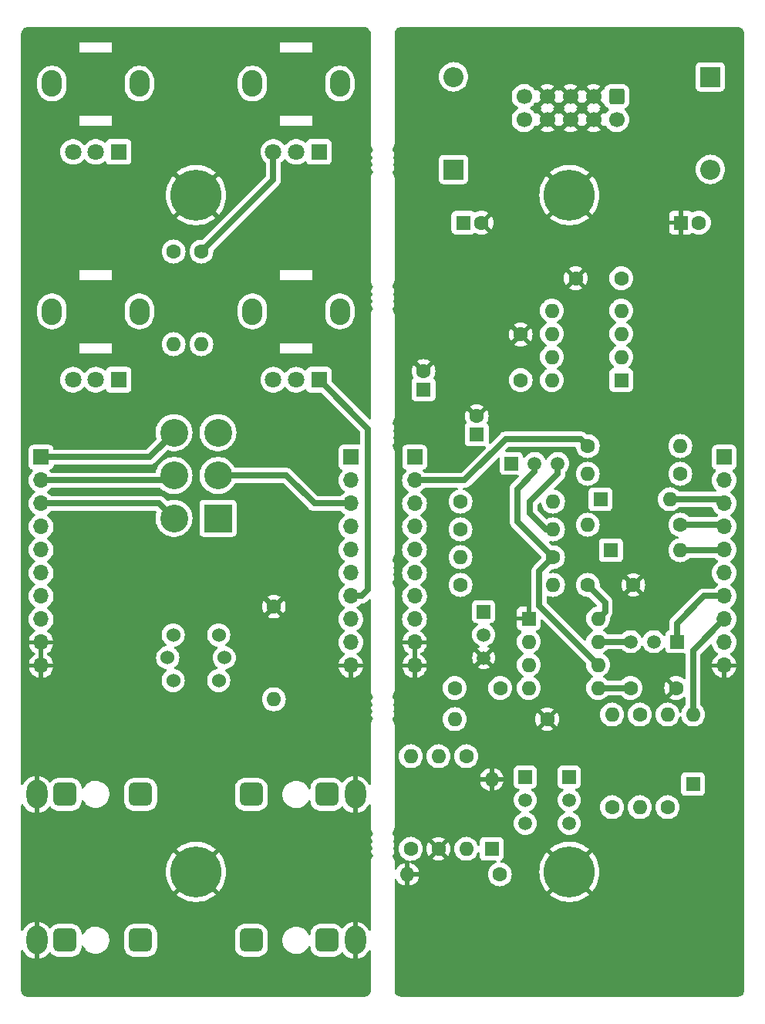
<source format=gbl>
%TF.GenerationSoftware,KiCad,Pcbnew,8.0.3*%
%TF.CreationDate,2024-07-07T15:42:06+01:00*%
%TF.ProjectId,555-adsr,3535352d-6164-4737-922e-6b696361645f,rev01*%
%TF.SameCoordinates,Original*%
%TF.FileFunction,Copper,L2,Bot*%
%TF.FilePolarity,Positive*%
%FSLAX46Y46*%
G04 Gerber Fmt 4.6, Leading zero omitted, Abs format (unit mm)*
G04 Created by KiCad (PCBNEW 8.0.3) date 2024-07-07 15:42:06*
%MOMM*%
%LPD*%
G01*
G04 APERTURE LIST*
G04 Aperture macros list*
%AMRoundRect*
0 Rectangle with rounded corners*
0 $1 Rounding radius*
0 $2 $3 $4 $5 $6 $7 $8 $9 X,Y pos of 4 corners*
0 Add a 4 corners polygon primitive as box body*
4,1,4,$2,$3,$4,$5,$6,$7,$8,$9,$2,$3,0*
0 Add four circle primitives for the rounded corners*
1,1,$1+$1,$2,$3*
1,1,$1+$1,$4,$5*
1,1,$1+$1,$6,$7*
1,1,$1+$1,$8,$9*
0 Add four rect primitives between the rounded corners*
20,1,$1+$1,$2,$3,$4,$5,0*
20,1,$1+$1,$4,$5,$6,$7,0*
20,1,$1+$1,$6,$7,$8,$9,0*
20,1,$1+$1,$8,$9,$2,$3,0*%
G04 Aperture macros list end*
%TA.AperFunction,ComponentPad*%
%ADD10R,1.600000X1.600000*%
%TD*%
%TA.AperFunction,ComponentPad*%
%ADD11O,1.600000X1.600000*%
%TD*%
%TA.AperFunction,ComponentPad*%
%ADD12C,1.600000*%
%TD*%
%TA.AperFunction,ComponentPad*%
%ADD13R,1.700000X1.700000*%
%TD*%
%TA.AperFunction,ComponentPad*%
%ADD14O,1.700000X1.700000*%
%TD*%
%TA.AperFunction,ComponentPad*%
%ADD15R,2.200000X2.200000*%
%TD*%
%TA.AperFunction,ComponentPad*%
%ADD16O,2.200000X2.200000*%
%TD*%
%TA.AperFunction,ComponentPad*%
%ADD17C,5.600000*%
%TD*%
%TA.AperFunction,ComponentPad*%
%ADD18RoundRect,0.250000X-0.600000X0.600000X-0.600000X-0.600000X0.600000X-0.600000X0.600000X0.600000X0*%
%TD*%
%TA.AperFunction,ComponentPad*%
%ADD19C,1.700000*%
%TD*%
%TA.AperFunction,ComponentPad*%
%ADD20R,1.500000X1.500000*%
%TD*%
%TA.AperFunction,ComponentPad*%
%ADD21C,1.500000*%
%TD*%
%TA.AperFunction,ComponentPad*%
%ADD22O,2.300000X3.100000*%
%TD*%
%TA.AperFunction,ComponentPad*%
%ADD23RoundRect,0.650000X-0.650000X0.650000X-0.650000X-0.650000X0.650000X-0.650000X0.650000X0.650000X0*%
%TD*%
%TA.AperFunction,ComponentPad*%
%ADD24R,3.048000X3.048000*%
%TD*%
%TA.AperFunction,ComponentPad*%
%ADD25C,3.048000*%
%TD*%
%TA.AperFunction,ComponentPad*%
%ADD26O,2.200000X2.900000*%
%TD*%
%TA.AperFunction,ComponentPad*%
%ADD27R,1.800000X1.800000*%
%TD*%
%TA.AperFunction,ComponentPad*%
%ADD28C,1.800000*%
%TD*%
%TA.AperFunction,ComponentPad*%
%ADD29RoundRect,0.650000X0.650000X-0.650000X0.650000X0.650000X-0.650000X0.650000X-0.650000X-0.650000X0*%
%TD*%
%TA.AperFunction,ComponentPad*%
%ADD30C,1.524000*%
%TD*%
%TA.AperFunction,ViaPad*%
%ADD31C,0.762000*%
%TD*%
%TA.AperFunction,Conductor*%
%ADD32C,0.635000*%
%TD*%
G04 APERTURE END LIST*
D10*
%TO.P,D7,1,K*%
%TO.N,Net-(D7-K)*%
X130556000Y-108204000D03*
D11*
%TO.P,D7,2,A*%
%TO.N,/DECAY_CCW_MAIN*%
X138176000Y-108204000D03*
%TD*%
D12*
%TO.P,C8,1*%
%TO.N,VEE*%
X131699000Y-78359000D03*
%TO.P,C8,2*%
%TO.N,GND*%
X126699000Y-78359000D03*
%TD*%
D10*
%TO.P,C1,1*%
%TO.N,VCC*%
X114360888Y-72263000D03*
D12*
%TO.P,C1,2*%
%TO.N,GND*%
X116360888Y-72263000D03*
%TD*%
D13*
%TO.P,J7,1,Pin_1*%
%TO.N,/SPEED_TOGGLE_SLOW_CTRL*%
X68000000Y-98000000D03*
D14*
%TO.P,J7,2,Pin_2*%
%TO.N,/SPEED_TOGGLE_COMMON_CTRL*%
X68000000Y-100540000D03*
%TO.P,J7,3,Pin_3*%
%TO.N,/SPEED_TOGGLE_FAST_CTRL*%
X68000000Y-103080000D03*
%TO.P,J7,4,Pin_4*%
%TO.N,/TRIG_BUTTON_A_CTRL*%
X68000000Y-105620000D03*
%TO.P,J7,5,Pin_5*%
%TO.N,/LED_CTRL*%
X68000000Y-108160000D03*
%TO.P,J7,6,Pin_6*%
%TO.N,/ENV_OUT_CTRL*%
X68000000Y-110700000D03*
%TO.P,J7,7,Pin_7*%
%TO.N,/TRIG_BUTTON_B_CTRL*%
X68000000Y-113240000D03*
%TO.P,J7,8,Pin_8*%
%TO.N,/TRIG_IN_CTRL*%
X68000000Y-115780000D03*
%TO.P,J7,9,Pin_9*%
%TO.N,GND*%
X68000000Y-118320000D03*
%TO.P,J7,10,Pin_10*%
X68000000Y-120860000D03*
%TD*%
D15*
%TO.P,D2,1,K*%
%TO.N,VCC*%
X113284000Y-66421000D03*
D16*
%TO.P,D2,2,A*%
%TO.N,Net-(D2-A)*%
X113284000Y-56261000D03*
%TD*%
D17*
%TO.P,H3,1,1*%
%TO.N,GND*%
X126000000Y-143500000D03*
%TD*%
D10*
%TO.P,C3,1*%
%TO.N,GND*%
X138236888Y-72263000D03*
D12*
%TO.P,C3,2*%
%TO.N,VEE*%
X140236888Y-72263000D03*
%TD*%
%TO.P,R5,1*%
%TO.N,Net-(R5-Pad1)*%
X82550000Y-75438000D03*
D11*
%TO.P,R5,2*%
%TO.N,/ATTACK_CW_CTRL*%
X82550000Y-85598000D03*
%TD*%
D13*
%TO.P,J9,1,Pin_1*%
%TO.N,/ATTACK_CCW_CTRL*%
X102000000Y-98000000D03*
D14*
%TO.P,J9,2,Pin_2*%
%TO.N,/SUSTAIN_TAP_CTRL*%
X102000000Y-100540000D03*
%TO.P,J9,3,Pin_3*%
%TO.N,/ATTACK_CW_CTRL*%
X102000000Y-103080000D03*
%TO.P,J9,4,Pin_4*%
%TO.N,/SUSTAIN_CW_CTRL*%
X102000000Y-105620000D03*
%TO.P,J9,5,Pin_5*%
%TO.N,/DECAY_CCW_CTRL*%
X102000000Y-108160000D03*
%TO.P,J9,6,Pin_6*%
%TO.N,/DECAY_CW_CTRL*%
X102000000Y-110700000D03*
%TO.P,J9,7,Pin_7*%
%TO.N,/SUSTAIN_CCW_CTRL*%
X102000000Y-113240000D03*
%TO.P,J9,8,Pin_8*%
%TO.N,/RELEASE_CCW_CTRL*%
X102000000Y-115780000D03*
%TO.P,J9,9,Pin_9*%
%TO.N,/RELEASE_CW_CTRL*%
X102000000Y-118320000D03*
%TO.P,J9,10,Pin_10*%
%TO.N,GND*%
X102000000Y-120860000D03*
%TD*%
D12*
%TO.P,C7,1*%
%TO.N,GND*%
X120650000Y-84535000D03*
%TO.P,C7,2*%
%TO.N,VCC*%
X120650000Y-89535000D03*
%TD*%
D17*
%TO.P,H2,1,1*%
%TO.N,GND*%
X126000000Y-69250000D03*
%TD*%
D10*
%TO.P,D1,1,K*%
%TO.N,Net-(D1-K)*%
X117475000Y-140970000D03*
D11*
%TO.P,D1,2,A*%
%TO.N,GND*%
X117475000Y-133350000D03*
%TD*%
D10*
%TO.P,U1,1,GND*%
%TO.N,GND*%
X121539000Y-115697000D03*
D11*
%TO.P,U1,2,TR*%
%TO.N,Net-(Q3-C)*%
X121539000Y-118237000D03*
%TO.P,U1,3,Q*%
%TO.N,/ATTACK_CCW_MAIN*%
X121539000Y-120777000D03*
%TO.P,U1,4,R*%
%TO.N,Net-(D5-K)*%
X121539000Y-123317000D03*
%TO.P,U1,5,CV*%
%TO.N,Net-(U1-CV)*%
X129159000Y-123317000D03*
%TO.P,U1,6,THR*%
%TO.N,Net-(Q5-B)*%
X129159000Y-120777000D03*
%TO.P,U1,7,DIS*%
%TO.N,Net-(Q4-S)*%
X129159000Y-118237000D03*
%TO.P,U1,8,VCC*%
%TO.N,VCC*%
X129159000Y-115697000D03*
%TD*%
D17*
%TO.P,H1,1,1*%
%TO.N,GND*%
X85000000Y-69250000D03*
%TD*%
D12*
%TO.P,R11,1*%
%TO.N,Net-(Q5-B)*%
X124206000Y-108966000D03*
D11*
%TO.P,R11,2*%
%TO.N,/ENV_OUT_MAIN*%
X114046000Y-108966000D03*
%TD*%
D18*
%TO.P,J2,1,-12V*%
%TO.N,Net-(D3-K)*%
X131191000Y-58420000D03*
D19*
%TO.P,J2,2,-12V*%
X131191000Y-60960000D03*
%TO.P,J2,3,GND*%
%TO.N,GND*%
X128651000Y-58420000D03*
%TO.P,J2,4,GND*%
X128651000Y-60960000D03*
%TO.P,J2,5,GND*%
X126111000Y-58420000D03*
%TO.P,J2,6,GND*%
X126111000Y-60960000D03*
%TO.P,J2,7,GND*%
X123571000Y-58420000D03*
%TO.P,J2,8,GND*%
X123571000Y-60960000D03*
%TO.P,J2,9,+12V*%
%TO.N,Net-(D2-A)*%
X121031000Y-58420000D03*
%TO.P,J2,10,+12V*%
X121031000Y-60960000D03*
%TD*%
D20*
%TO.P,Q4,1,D*%
%TO.N,/SUSTAIN_CCW_MAIN*%
X137795000Y-118237000D03*
D21*
%TO.P,Q4,2,G*%
%TO.N,Net-(Q4-G)*%
X135255000Y-118237000D03*
%TO.P,Q4,3,S*%
%TO.N,Net-(Q4-S)*%
X132715000Y-118237000D03*
%TD*%
D12*
%TO.P,C4,1*%
%TO.N,Net-(D5-K)*%
X118411000Y-123317000D03*
%TO.P,C4,2*%
%TO.N,Net-(Q3-B)*%
X113411000Y-123317000D03*
%TD*%
D10*
%TO.P,U2,1*%
%TO.N,Net-(D7-K)*%
X131699000Y-89535000D03*
D11*
%TO.P,U2,2,-*%
X131699000Y-86995000D03*
%TO.P,U2,3,+*%
%TO.N,/SUSTAIN_TAP_MAIN*%
X131699000Y-84455000D03*
%TO.P,U2,4,V-*%
%TO.N,VEE*%
X131699000Y-81915000D03*
%TO.P,U2,5,+*%
%TO.N,/SPEED_TOGGLE_COMMON_MAIN*%
X124079000Y-81915000D03*
%TO.P,U2,6,-*%
%TO.N,Net-(Q5-B)*%
X124079000Y-84455000D03*
%TO.P,U2,7*%
X124079000Y-86995000D03*
%TO.P,U2,8,V+*%
%TO.N,VCC*%
X124079000Y-89535000D03*
%TD*%
D12*
%TO.P,R2,1*%
%TO.N,Net-(Q1-C)*%
X136779000Y-136398000D03*
D11*
%TO.P,R2,2*%
%TO.N,VCC*%
X136779000Y-126238000D03*
%TD*%
D20*
%TO.P,Q1,1,C*%
%TO.N,Net-(Q1-C)*%
X121158000Y-133096000D03*
D21*
%TO.P,Q1,2,B*%
%TO.N,Net-(D1-K)*%
X121158000Y-135636000D03*
%TO.P,Q1,3,E*%
%TO.N,Net-(Q1-E)*%
X121158000Y-138176000D03*
%TD*%
D12*
%TO.P,R15,1*%
%TO.N,Net-(D1-K)*%
X108585000Y-140970000D03*
D11*
%TO.P,R15,2*%
%TO.N,/TRIG_BUTTON_B_MAIN*%
X108585000Y-130810000D03*
%TD*%
D10*
%TO.P,D5,1,K*%
%TO.N,Net-(D5-K)*%
X139573000Y-133858000D03*
D11*
%TO.P,D5,2,A*%
%TO.N,/RELEASE_CCW_MAIN*%
X139573000Y-126238000D03*
%TD*%
D12*
%TO.P,R6,1*%
%TO.N,Net-(Q3-C)*%
X114046000Y-112014000D03*
D11*
%TO.P,R6,2*%
%TO.N,VCC*%
X124206000Y-112014000D03*
%TD*%
D12*
%TO.P,R14,1*%
%TO.N,Net-(Q1-E)*%
X118364000Y-143764000D03*
D11*
%TO.P,R14,2*%
%TO.N,GND*%
X108204000Y-143764000D03*
%TD*%
D10*
%TO.P,D6,1,K*%
%TO.N,/SPEED_TOGGLE_COMMON_MAIN*%
X129413000Y-102616000D03*
D11*
%TO.P,D6,2,A*%
%TO.N,/ATTACK_CW_MAIN*%
X137033000Y-102616000D03*
%TD*%
D12*
%TO.P,R12,1*%
%TO.N,/TRIG_BUTTON_A_MAIN*%
X114046000Y-102870000D03*
D11*
%TO.P,R12,2*%
%TO.N,VCC*%
X124206000Y-102870000D03*
%TD*%
D12*
%TO.P,C5,1*%
%TO.N,GND*%
X137715000Y-123317000D03*
%TO.P,C5,2*%
%TO.N,Net-(U1-CV)*%
X132715000Y-123317000D03*
%TD*%
D15*
%TO.P,D3,1,K*%
%TO.N,Net-(D3-K)*%
X141478000Y-56261000D03*
D16*
%TO.P,D3,2,A*%
%TO.N,VEE*%
X141478000Y-66421000D03*
%TD*%
D12*
%TO.P,R13,1*%
%TO.N,GND*%
X111633000Y-140970000D03*
D11*
%TO.P,R13,2*%
%TO.N,/TRIG_IN_MAIN*%
X111633000Y-130810000D03*
%TD*%
D12*
%TO.P,R8,1*%
%TO.N,Net-(R5-Pad1)*%
X85598000Y-75438000D03*
D11*
%TO.P,R8,2*%
%TO.N,Net-(SW1A-C)*%
X85598000Y-85598000D03*
%TD*%
D20*
%TO.P,Q2,1,C*%
%TO.N,Net-(D5-K)*%
X125984000Y-133096000D03*
D21*
%TO.P,Q2,2,B*%
%TO.N,Net-(Q1-C)*%
X125984000Y-135636000D03*
%TO.P,Q2,3,E*%
%TO.N,Net-(Q1-E)*%
X125984000Y-138176000D03*
%TD*%
D12*
%TO.P,R10,1*%
%TO.N,/DECAY_CW_MAIN*%
X138176000Y-99822000D03*
D11*
%TO.P,R10,2*%
%TO.N,/SPEED_TOGGLE_COMMON_MAIN*%
X128016000Y-99822000D03*
%TD*%
D20*
%TO.P,Q5,1,C*%
%TO.N,VCC*%
X119634000Y-98679000D03*
D21*
%TO.P,Q5,2,B*%
%TO.N,Net-(Q5-B)*%
X122174000Y-98679000D03*
%TO.P,Q5,3,E*%
%TO.N,Net-(Q5-E)*%
X124714000Y-98679000D03*
%TD*%
D12*
%TO.P,R1,1*%
%TO.N,/TRIG_IN_MAIN*%
X114681000Y-130810000D03*
D11*
%TO.P,R1,2*%
%TO.N,Net-(D1-K)*%
X114681000Y-140970000D03*
%TD*%
D12*
%TO.P,R17,1*%
%TO.N,GND*%
X93550000Y-114390000D03*
D11*
%TO.P,R17,2*%
%TO.N,Net-(BTN1-K)*%
X93550000Y-124550000D03*
%TD*%
D12*
%TO.P,R4,1*%
%TO.N,GND*%
X123571000Y-126746000D03*
D11*
%TO.P,R4,2*%
%TO.N,Net-(Q3-B)*%
X113411000Y-126746000D03*
%TD*%
D20*
%TO.P,Q3,1,C*%
%TO.N,Net-(Q3-C)*%
X116586000Y-114935000D03*
D21*
%TO.P,Q3,2,B*%
%TO.N,Net-(Q3-B)*%
X116586000Y-117475000D03*
%TO.P,Q3,3,E*%
%TO.N,GND*%
X116586000Y-120015000D03*
%TD*%
D12*
%TO.P,R16,1*%
%TO.N,Net-(Q4-G)*%
X133731000Y-126238000D03*
D11*
%TO.P,R16,2*%
%TO.N,Net-(D5-K)*%
X133731000Y-136398000D03*
%TD*%
D17*
%TO.P,H4,1,1*%
%TO.N,GND*%
X85000000Y-143500000D03*
%TD*%
D10*
%TO.P,C9,1*%
%TO.N,/SPEED_TOGGLE_SLOW_MAIN*%
X109982000Y-90551000D03*
D12*
%TO.P,C9,2*%
%TO.N,GND*%
X109982000Y-88551000D03*
%TD*%
D10*
%TO.P,C2,1*%
%TO.N,/SPEED_TOGGLE_FAST_MAIN*%
X115824000Y-95504000D03*
D12*
%TO.P,C2,2*%
%TO.N,GND*%
X115824000Y-93504000D03*
%TD*%
%TO.P,R18,1*%
%TO.N,/LED_MAIN*%
X114046000Y-105918000D03*
D11*
%TO.P,R18,2*%
%TO.N,Net-(Q5-E)*%
X124206000Y-105918000D03*
%TD*%
D12*
%TO.P,C6,1*%
%TO.N,GND*%
X133016000Y-112014000D03*
%TO.P,C6,2*%
%TO.N,VCC*%
X128016000Y-112014000D03*
%TD*%
%TO.P,R7,1*%
%TO.N,/SPEED_TOGGLE_COMMON_MAIN*%
X128016000Y-96774000D03*
D11*
%TO.P,R7,2*%
%TO.N,/RELEASE_CW_MAIN*%
X138176000Y-96774000D03*
%TD*%
D12*
%TO.P,R3,1*%
%TO.N,Net-(D5-K)*%
X130683000Y-136398000D03*
D11*
%TO.P,R3,2*%
%TO.N,VCC*%
X130683000Y-126238000D03*
%TD*%
D12*
%TO.P,R9,1*%
%TO.N,/SUSTAIN_CW_MAIN*%
X138176000Y-105410000D03*
D11*
%TO.P,R9,2*%
%TO.N,VCC*%
X128016000Y-105410000D03*
%TD*%
D22*
%TO.P,J3,S*%
%TO.N,GND*%
X102480000Y-151000000D03*
D23*
%TO.P,J3,T*%
%TO.N,/ENV_OUT_CTRL*%
X91080000Y-151000000D03*
%TO.P,J3,TN*%
%TO.N,unconnected-(J3-PadTN)*%
X99380000Y-151000000D03*
%TD*%
D24*
%TO.P,SW1,1,A*%
%TO.N,unconnected-(SW1A-A-Pad1)*%
X87413000Y-104699000D03*
D25*
%TO.P,SW1,2,B*%
%TO.N,/ATTACK_CW_CTRL*%
X87413000Y-100000000D03*
%TO.P,SW1,3,C*%
%TO.N,Net-(SW1A-C)*%
X87413000Y-95301000D03*
%TO.P,SW1,4,A*%
%TO.N,/SPEED_TOGGLE_FAST_CTRL*%
X82587000Y-104699000D03*
%TO.P,SW1,5,B*%
%TO.N,/SPEED_TOGGLE_COMMON_CTRL*%
X82587000Y-100000000D03*
%TO.P,SW1,6,C*%
%TO.N,/SPEED_TOGGLE_SLOW_CTRL*%
X82587000Y-95301000D03*
%TD*%
D26*
%TO.P,RV3,*%
%TO.N,*%
X100800000Y-82000000D03*
X91200000Y-82000000D03*
D27*
%TO.P,RV3,1,1*%
%TO.N,/SUSTAIN_CCW_CTRL*%
X98500000Y-89500000D03*
D28*
%TO.P,RV3,2,2*%
%TO.N,/SUSTAIN_TAP_CTRL*%
X96000000Y-89500000D03*
%TO.P,RV3,3,3*%
%TO.N,/SUSTAIN_CW_CTRL*%
X93500000Y-89500000D03*
%TD*%
D22*
%TO.P,J5,S*%
%TO.N,GND*%
X67520000Y-151000000D03*
D29*
%TO.P,J5,T*%
%TO.N,/ENV_OUT_CTRL*%
X78920000Y-151000000D03*
%TO.P,J5,TN*%
%TO.N,unconnected-(J5-PadTN)*%
X70620000Y-151000000D03*
%TD*%
D13*
%TO.P,J6,1,Pin_1*%
%TO.N,/SPEED_TOGGLE_SLOW_MAIN*%
X109000000Y-98000000D03*
D14*
%TO.P,J6,2,Pin_2*%
%TO.N,/SPEED_TOGGLE_COMMON_MAIN*%
X109000000Y-100540000D03*
%TO.P,J6,3,Pin_3*%
%TO.N,/SPEED_TOGGLE_FAST_MAIN*%
X109000000Y-103080000D03*
%TO.P,J6,4,Pin_4*%
%TO.N,/TRIG_BUTTON_A_MAIN*%
X109000000Y-105620000D03*
%TO.P,J6,5,Pin_5*%
%TO.N,/LED_MAIN*%
X109000000Y-108160000D03*
%TO.P,J6,6,Pin_6*%
%TO.N,/ENV_OUT_MAIN*%
X109000000Y-110700000D03*
%TO.P,J6,7,Pin_7*%
%TO.N,/TRIG_BUTTON_B_MAIN*%
X109000000Y-113240000D03*
%TO.P,J6,8,Pin_8*%
%TO.N,/TRIG_IN_MAIN*%
X109000000Y-115780000D03*
%TO.P,J6,9,Pin_9*%
%TO.N,GND*%
X109000000Y-118320000D03*
%TO.P,J6,10,Pin_10*%
X109000000Y-120860000D03*
%TD*%
D30*
%TO.P,BTN1,1,1*%
%TO.N,/TRIG_BUTTON_B_CTRL*%
X82500000Y-122500000D03*
%TO.P,BTN1,2,2*%
X87500000Y-122500000D03*
%TO.P,BTN1,3,3*%
%TO.N,/TRIG_BUTTON_A_CTRL*%
X82500000Y-117500000D03*
%TO.P,BTN1,4,4*%
X87500000Y-117500000D03*
%TO.P,BTN1,5,A*%
%TO.N,/LED_CTRL*%
X81900000Y-120000000D03*
%TO.P,BTN1,6,K*%
%TO.N,Net-(BTN1-K)*%
X88100000Y-120000000D03*
%TD*%
D26*
%TO.P,RV4,*%
%TO.N,*%
X78800000Y-57000000D03*
X69200000Y-57000000D03*
D27*
%TO.P,RV4,1,1*%
%TO.N,/DECAY_CCW_CTRL*%
X76500000Y-64500000D03*
D28*
%TO.P,RV4,2,2*%
%TO.N,/DECAY_CW_CTRL*%
X74000000Y-64500000D03*
%TO.P,RV4,3,3*%
X71500000Y-64500000D03*
%TD*%
D26*
%TO.P,RV2,*%
%TO.N,*%
X100800000Y-57000000D03*
X91200000Y-57000000D03*
D27*
%TO.P,RV2,1,1*%
%TO.N,/ATTACK_CCW_CTRL*%
X98500000Y-64500000D03*
D28*
%TO.P,RV2,2,2*%
%TO.N,Net-(R5-Pad1)*%
X96000000Y-64500000D03*
%TO.P,RV2,3,3*%
X93500000Y-64500000D03*
%TD*%
D26*
%TO.P,RV1,*%
%TO.N,*%
X78800000Y-82000000D03*
X69200000Y-82000000D03*
D27*
%TO.P,RV1,1,1*%
%TO.N,/RELEASE_CCW_CTRL*%
X76500000Y-89500000D03*
D28*
%TO.P,RV1,2,2*%
%TO.N,/RELEASE_CW_CTRL*%
X74000000Y-89500000D03*
%TO.P,RV1,3,3*%
X71500000Y-89500000D03*
%TD*%
D13*
%TO.P,J8,1,Pin_1*%
%TO.N,/ATTACK_CCW_MAIN*%
X143000000Y-98000000D03*
D14*
%TO.P,J8,2,Pin_2*%
%TO.N,/SUSTAIN_TAP_MAIN*%
X143000000Y-100540000D03*
%TO.P,J8,3,Pin_3*%
%TO.N,/ATTACK_CW_MAIN*%
X143000000Y-103080000D03*
%TO.P,J8,4,Pin_4*%
%TO.N,/SUSTAIN_CW_MAIN*%
X143000000Y-105620000D03*
%TO.P,J8,5,Pin_5*%
%TO.N,/DECAY_CCW_MAIN*%
X143000000Y-108160000D03*
%TO.P,J8,6,Pin_6*%
%TO.N,/DECAY_CW_MAIN*%
X143000000Y-110700000D03*
%TO.P,J8,7,Pin_7*%
%TO.N,/SUSTAIN_CCW_MAIN*%
X143000000Y-113240000D03*
%TO.P,J8,8,Pin_8*%
%TO.N,/RELEASE_CCW_MAIN*%
X143000000Y-115780000D03*
%TO.P,J8,9,Pin_9*%
%TO.N,/RELEASE_CW_MAIN*%
X143000000Y-118320000D03*
%TO.P,J8,10,Pin_10*%
%TO.N,GND*%
X143000000Y-120860000D03*
%TD*%
D22*
%TO.P,J4,S*%
%TO.N,GND*%
X102480000Y-135000000D03*
D23*
%TO.P,J4,T*%
%TO.N,/TRIG_IN_CTRL*%
X91080000Y-135000000D03*
%TO.P,J4,TN*%
%TO.N,unconnected-(J4-PadTN)*%
X99380000Y-135000000D03*
%TD*%
D22*
%TO.P,J1,S*%
%TO.N,GND*%
X67520000Y-135000000D03*
D29*
%TO.P,J1,T*%
%TO.N,/TRIG_IN_CTRL*%
X78920000Y-135000000D03*
%TO.P,J1,TN*%
%TO.N,unconnected-(J1-PadTN)*%
X70620000Y-135000000D03*
%TD*%
D31*
%TO.N,GND*%
X112522000Y-116078000D03*
X136144000Y-90932000D03*
X138430000Y-110744000D03*
X123444000Y-93218000D03*
X140208000Y-98552000D03*
%TD*%
D32*
%TO.N,VCC*%
X128016000Y-112014000D02*
X129921000Y-113919000D01*
X129921000Y-113919000D02*
X129921000Y-114935000D01*
X129921000Y-114935000D02*
X129159000Y-115697000D01*
%TO.N,/SPEED_TOGGLE_FAST_CTRL*%
X80968000Y-103080000D02*
X82587000Y-104699000D01*
X68000000Y-103080000D02*
X80968000Y-103080000D01*
%TO.N,Net-(U1-CV)*%
X129159000Y-123317000D02*
X132715000Y-123317000D01*
%TO.N,/SPEED_TOGGLE_SLOW_CTRL*%
X79888000Y-98000000D02*
X82587000Y-95301000D01*
X68000000Y-98000000D02*
X79888000Y-98000000D01*
%TO.N,/RELEASE_CCW_MAIN*%
X139573000Y-119207000D02*
X143000000Y-115780000D01*
X139573000Y-126238000D02*
X139573000Y-119207000D01*
%TO.N,/SPEED_TOGGLE_COMMON_MAIN*%
X109000000Y-100540000D02*
X114471000Y-100540000D01*
X118999000Y-96012000D02*
X127254000Y-96012000D01*
X127254000Y-96012000D02*
X128016000Y-96774000D01*
X114471000Y-100540000D02*
X118999000Y-96012000D01*
%TO.N,/ATTACK_CW_MAIN*%
X142536000Y-102616000D02*
X143000000Y-103080000D01*
X137033000Y-102616000D02*
X142536000Y-102616000D01*
%TO.N,/DECAY_CCW_MAIN*%
X138176000Y-108204000D02*
X142956000Y-108204000D01*
X142956000Y-108204000D02*
X143000000Y-108160000D01*
%TO.N,Net-(R5-Pad1)*%
X93500000Y-67536000D02*
X85598000Y-75438000D01*
X93500000Y-64500000D02*
X93500000Y-67536000D01*
%TO.N,/SPEED_TOGGLE_COMMON_CTRL*%
X82047000Y-100540000D02*
X82587000Y-100000000D01*
X68000000Y-100540000D02*
X82047000Y-100540000D01*
%TO.N,/SUSTAIN_CCW_MAIN*%
X137795000Y-116205000D02*
X140760000Y-113240000D01*
X137795000Y-118237000D02*
X137795000Y-116205000D01*
X140760000Y-113240000D02*
X143000000Y-113240000D01*
%TO.N,/SUSTAIN_CW_MAIN*%
X138176000Y-105410000D02*
X142790000Y-105410000D01*
X142790000Y-105410000D02*
X143000000Y-105620000D01*
%TO.N,/ATTACK_CW_CTRL*%
X94920000Y-100000000D02*
X98000000Y-103080000D01*
X98000000Y-103080000D02*
X102000000Y-103080000D01*
X87413000Y-100000000D02*
X94920000Y-100000000D01*
%TO.N,/SUSTAIN_CCW_CTRL*%
X103168000Y-113240000D02*
X102000000Y-113240000D01*
X98500000Y-89500000D02*
X103877700Y-94877700D01*
X103877700Y-112530300D02*
X103168000Y-113240000D01*
X103877700Y-94877700D02*
X103877700Y-112530300D01*
%TO.N,Net-(Q4-S)*%
X129159000Y-118237000D02*
X132715000Y-118237000D01*
%TO.N,Net-(Q5-B)*%
X124206000Y-108966000D02*
X122682000Y-110490000D01*
X122682000Y-114300000D02*
X129159000Y-120777000D01*
X122682000Y-110490000D02*
X122682000Y-114300000D01*
X122174000Y-98679000D02*
X122174000Y-99568000D01*
X120269000Y-101473000D02*
X120269000Y-105029000D01*
X122174000Y-99568000D02*
X120269000Y-101473000D01*
X120269000Y-105029000D02*
X124206000Y-108966000D01*
%TO.N,Net-(Q5-E)*%
X124714000Y-99822000D02*
X121666000Y-102870000D01*
X124714000Y-98679000D02*
X124714000Y-99822000D01*
X121666000Y-104140000D02*
X123444000Y-105918000D01*
X121666000Y-102870000D02*
X121666000Y-104140000D01*
X123444000Y-105918000D02*
X124206000Y-105918000D01*
%TD*%
%TA.AperFunction,Conductor*%
%TO.N,GND*%
G36*
X68250000Y-120426988D02*
G01*
X68192993Y-120394075D01*
X68065826Y-120360000D01*
X67934174Y-120360000D01*
X67807007Y-120394075D01*
X67750000Y-120426988D01*
X67750000Y-118753012D01*
X67807007Y-118785925D01*
X67934174Y-118820000D01*
X68065826Y-118820000D01*
X68192993Y-118785925D01*
X68250000Y-118753012D01*
X68250000Y-120426988D01*
G37*
%TD.AperFunction*%
%TA.AperFunction,Conductor*%
G36*
X103506061Y-50805896D02*
G01*
X103623376Y-50817451D01*
X103647211Y-50822191D01*
X103754174Y-50854639D01*
X103776614Y-50863934D01*
X103875185Y-50916621D01*
X103895395Y-50930125D01*
X103981786Y-51001025D01*
X103998974Y-51018213D01*
X104069874Y-51104604D01*
X104083379Y-51124816D01*
X104136062Y-51223379D01*
X104145362Y-51245830D01*
X104172922Y-51336683D01*
X104177806Y-51352782D01*
X104182548Y-51376622D01*
X104194103Y-51493937D01*
X104194700Y-51506092D01*
X104194700Y-63608159D01*
X104230305Y-63821533D01*
X104300541Y-64026122D01*
X104300547Y-64026136D01*
X104403499Y-64216375D01*
X104403502Y-64216380D01*
X104409181Y-64223676D01*
X104434824Y-64288670D01*
X104421258Y-64357210D01*
X104399010Y-64387519D01*
X104346303Y-64440226D01*
X104346300Y-64440230D01*
X104311789Y-64500005D01*
X104279881Y-64555270D01*
X104245500Y-64683581D01*
X104245500Y-64816419D01*
X104279881Y-64944730D01*
X104279882Y-64944733D01*
X104348164Y-65063000D01*
X104364637Y-65130900D01*
X104348164Y-65187000D01*
X104279882Y-65305266D01*
X104279881Y-65305270D01*
X104245500Y-65433581D01*
X104245500Y-65566419D01*
X104276789Y-65683190D01*
X104279882Y-65694733D01*
X104348164Y-65813000D01*
X104364637Y-65880900D01*
X104348164Y-65937000D01*
X104279882Y-66055266D01*
X104279881Y-66055270D01*
X104245500Y-66183581D01*
X104245500Y-66316419D01*
X104279881Y-66444730D01*
X104346300Y-66559770D01*
X104346302Y-66559772D01*
X104399009Y-66612479D01*
X104432494Y-66673802D01*
X104427510Y-66743494D01*
X104409184Y-66776318D01*
X104403508Y-66783610D01*
X104403499Y-66783624D01*
X104300547Y-66973863D01*
X104300541Y-66973877D01*
X104230305Y-67178466D01*
X104194700Y-67391840D01*
X104194700Y-78608159D01*
X104230305Y-78821533D01*
X104300541Y-79026122D01*
X104300547Y-79026136D01*
X104403499Y-79216375D01*
X104403502Y-79216380D01*
X104409181Y-79223676D01*
X104434824Y-79288670D01*
X104421258Y-79357210D01*
X104399010Y-79387519D01*
X104346303Y-79440226D01*
X104346300Y-79440230D01*
X104279881Y-79555270D01*
X104245500Y-79683581D01*
X104245500Y-79816419D01*
X104279881Y-79944730D01*
X104279882Y-79944733D01*
X104348164Y-80063000D01*
X104364637Y-80130900D01*
X104348164Y-80187000D01*
X104279882Y-80305266D01*
X104279881Y-80305270D01*
X104245500Y-80433581D01*
X104245500Y-80566419D01*
X104279881Y-80694730D01*
X104279882Y-80694733D01*
X104348164Y-80813000D01*
X104364637Y-80880900D01*
X104348164Y-80937000D01*
X104279882Y-81055266D01*
X104279881Y-81055270D01*
X104245500Y-81183581D01*
X104245500Y-81316419D01*
X104279881Y-81444730D01*
X104346300Y-81559770D01*
X104346302Y-81559772D01*
X104399009Y-81612479D01*
X104432494Y-81673802D01*
X104427510Y-81743494D01*
X104409184Y-81776318D01*
X104403508Y-81783610D01*
X104403499Y-81783624D01*
X104300547Y-81973863D01*
X104300541Y-81973877D01*
X104230305Y-82178466D01*
X104202447Y-82345415D01*
X104194700Y-82391840D01*
X104194700Y-82459807D01*
X104194700Y-93451645D01*
X104194700Y-93500000D01*
X104194700Y-93608160D01*
X104203995Y-93663862D01*
X104214793Y-93728573D01*
X104206411Y-93797938D01*
X104161858Y-93851760D01*
X104095279Y-93872950D01*
X104027813Y-93854782D01*
X104004803Y-93836663D01*
X99944819Y-89776679D01*
X99911334Y-89715356D01*
X99908500Y-89688998D01*
X99908500Y-88551362D01*
X99908499Y-88551345D01*
X99905157Y-88520270D01*
X99901989Y-88490799D01*
X99890570Y-88460185D01*
X99867181Y-88397476D01*
X99850889Y-88353796D01*
X99763261Y-88236739D01*
X99646204Y-88149111D01*
X99641343Y-88147298D01*
X99509203Y-88098011D01*
X99448654Y-88091500D01*
X99448638Y-88091500D01*
X97551362Y-88091500D01*
X97551345Y-88091500D01*
X97490797Y-88098011D01*
X97490795Y-88098011D01*
X97353795Y-88149111D01*
X97236739Y-88236739D01*
X97149112Y-88353794D01*
X97134219Y-88393722D01*
X97092346Y-88449654D01*
X97026881Y-88474069D01*
X96958608Y-88459216D01*
X96941876Y-88448238D01*
X96793644Y-88332865D01*
X96773017Y-88316810D01*
X96773014Y-88316808D01*
X96773011Y-88316806D01*
X96567733Y-88205716D01*
X96567730Y-88205715D01*
X96567727Y-88205713D01*
X96567721Y-88205711D01*
X96567719Y-88205710D01*
X96346954Y-88129920D01*
X96155730Y-88098011D01*
X96116712Y-88091500D01*
X95883288Y-88091500D01*
X95844270Y-88098011D01*
X95653045Y-88129920D01*
X95432280Y-88205710D01*
X95432266Y-88205716D01*
X95226988Y-88316806D01*
X95226985Y-88316808D01*
X95042781Y-88460181D01*
X95042776Y-88460185D01*
X94884688Y-88631913D01*
X94853809Y-88679178D01*
X94800662Y-88724534D01*
X94731431Y-88733958D01*
X94668095Y-88704456D01*
X94646191Y-88679178D01*
X94615311Y-88631913D01*
X94457223Y-88460185D01*
X94457222Y-88460184D01*
X94457220Y-88460182D01*
X94273017Y-88316810D01*
X94273015Y-88316809D01*
X94273014Y-88316808D01*
X94273011Y-88316806D01*
X94067733Y-88205716D01*
X94067730Y-88205715D01*
X94067727Y-88205713D01*
X94067721Y-88205711D01*
X94067719Y-88205710D01*
X93846954Y-88129920D01*
X93655730Y-88098011D01*
X93616712Y-88091500D01*
X93383288Y-88091500D01*
X93344270Y-88098011D01*
X93153045Y-88129920D01*
X92932280Y-88205710D01*
X92932266Y-88205716D01*
X92726988Y-88316806D01*
X92726985Y-88316808D01*
X92542781Y-88460181D01*
X92542776Y-88460185D01*
X92384686Y-88631915D01*
X92257015Y-88827331D01*
X92163251Y-89041092D01*
X92105948Y-89267377D01*
X92086673Y-89499994D01*
X92086673Y-89500005D01*
X92105948Y-89732622D01*
X92163251Y-89958907D01*
X92257015Y-90172668D01*
X92384686Y-90368084D01*
X92542776Y-90539814D01*
X92542780Y-90539818D01*
X92726983Y-90683190D01*
X92726985Y-90683191D01*
X92726988Y-90683193D01*
X92846331Y-90747777D01*
X92932273Y-90794287D01*
X93032054Y-90828542D01*
X93153045Y-90870079D01*
X93153047Y-90870079D01*
X93153049Y-90870080D01*
X93383288Y-90908500D01*
X93383289Y-90908500D01*
X93616711Y-90908500D01*
X93616712Y-90908500D01*
X93846951Y-90870080D01*
X94067727Y-90794287D01*
X94273017Y-90683190D01*
X94457220Y-90539818D01*
X94615314Y-90368083D01*
X94646191Y-90320821D01*
X94699337Y-90275465D01*
X94768568Y-90266041D01*
X94831904Y-90295542D01*
X94853809Y-90320822D01*
X94884686Y-90368084D01*
X95042776Y-90539814D01*
X95042780Y-90539818D01*
X95226983Y-90683190D01*
X95226985Y-90683191D01*
X95226988Y-90683193D01*
X95346331Y-90747777D01*
X95432273Y-90794287D01*
X95532054Y-90828542D01*
X95653045Y-90870079D01*
X95653047Y-90870079D01*
X95653049Y-90870080D01*
X95883288Y-90908500D01*
X95883289Y-90908500D01*
X96116711Y-90908500D01*
X96116712Y-90908500D01*
X96346951Y-90870080D01*
X96567727Y-90794287D01*
X96773017Y-90683190D01*
X96941876Y-90551760D01*
X97006869Y-90526118D01*
X97075409Y-90539684D01*
X97125734Y-90588153D01*
X97134219Y-90606278D01*
X97149111Y-90646205D01*
X97188080Y-90698260D01*
X97236739Y-90763261D01*
X97353796Y-90850889D01*
X97490799Y-90901989D01*
X97518050Y-90904918D01*
X97551345Y-90908499D01*
X97551362Y-90908500D01*
X98688998Y-90908500D01*
X98756037Y-90928185D01*
X98776679Y-90944819D01*
X103015381Y-95183521D01*
X103048866Y-95244844D01*
X103051700Y-95271202D01*
X103051700Y-96519909D01*
X103032015Y-96586948D01*
X102979211Y-96632703D01*
X102914448Y-96643199D01*
X102898645Y-96641500D01*
X102898638Y-96641500D01*
X101101362Y-96641500D01*
X101101345Y-96641500D01*
X101040797Y-96648011D01*
X101040795Y-96648011D01*
X100903795Y-96699111D01*
X100786739Y-96786739D01*
X100699111Y-96903795D01*
X100648011Y-97040795D01*
X100648011Y-97040797D01*
X100641500Y-97101345D01*
X100641500Y-98898654D01*
X100648011Y-98959202D01*
X100648011Y-98959204D01*
X100699111Y-99096204D01*
X100786739Y-99213261D01*
X100903796Y-99300889D01*
X100948299Y-99317488D01*
X101021595Y-99344827D01*
X101077528Y-99386699D01*
X101101944Y-99452163D01*
X101087092Y-99520436D01*
X101069490Y-99544991D01*
X100924279Y-99702730D01*
X100924276Y-99702734D01*
X100801140Y-99891207D01*
X100710703Y-100097385D01*
X100655436Y-100315628D01*
X100655434Y-100315640D01*
X100636844Y-100539994D01*
X100636844Y-100540005D01*
X100655434Y-100764359D01*
X100655436Y-100764371D01*
X100710703Y-100982614D01*
X100801140Y-101188792D01*
X100924276Y-101377265D01*
X100924284Y-101377276D01*
X101076756Y-101542902D01*
X101076761Y-101542907D01*
X101119866Y-101576457D01*
X101254424Y-101681189D01*
X101254429Y-101681191D01*
X101254431Y-101681193D01*
X101290930Y-101700946D01*
X101340520Y-101750165D01*
X101355628Y-101818382D01*
X101331457Y-101883937D01*
X101290930Y-101919054D01*
X101254431Y-101938806D01*
X101254422Y-101938812D01*
X101076761Y-102077092D01*
X101076756Y-102077097D01*
X100950743Y-102213983D01*
X100890856Y-102249974D01*
X100859514Y-102254000D01*
X98393502Y-102254000D01*
X98326463Y-102234315D01*
X98305821Y-102217681D01*
X95565936Y-99477796D01*
X95565916Y-99477774D01*
X95446548Y-99358406D01*
X95446544Y-99358403D01*
X95311264Y-99268011D01*
X95311255Y-99268006D01*
X95160935Y-99205742D01*
X95160927Y-99205740D01*
X95001358Y-99174000D01*
X95001354Y-99174000D01*
X89349554Y-99174000D01*
X89282515Y-99154315D01*
X89239456Y-99107048D01*
X89233837Y-99096204D01*
X89153665Y-98941478D01*
X88993317Y-98714317D01*
X88803531Y-98511105D01*
X88803524Y-98511100D01*
X88803523Y-98511098D01*
X88587847Y-98335633D01*
X88587836Y-98335626D01*
X88350265Y-98191155D01*
X88095236Y-98080381D01*
X88095234Y-98080380D01*
X88095233Y-98080380D01*
X87977337Y-98047347D01*
X87827496Y-98005363D01*
X87827492Y-98005362D01*
X87827491Y-98005362D01*
X87656321Y-97981835D01*
X87552028Y-97967500D01*
X87552027Y-97967500D01*
X87273973Y-97967500D01*
X87273972Y-97967500D01*
X86998509Y-98005362D01*
X86998503Y-98005363D01*
X86730763Y-98080381D01*
X86475734Y-98191155D01*
X86238163Y-98335626D01*
X86238152Y-98335633D01*
X86022476Y-98511098D01*
X86022470Y-98511103D01*
X86022469Y-98511105D01*
X85832683Y-98714317D01*
X85820207Y-98731992D01*
X85672335Y-98941477D01*
X85544411Y-99188359D01*
X85451299Y-99450351D01*
X85451294Y-99450368D01*
X85394726Y-99722592D01*
X85394725Y-99722594D01*
X85375751Y-100000000D01*
X85394725Y-100277405D01*
X85394726Y-100277407D01*
X85451294Y-100549631D01*
X85451299Y-100549648D01*
X85527611Y-100764368D01*
X85544412Y-100811642D01*
X85672335Y-101058522D01*
X85832683Y-101285683D01*
X86022469Y-101488895D01*
X86022474Y-101488899D01*
X86022476Y-101488901D01*
X86238152Y-101664366D01*
X86238155Y-101664368D01*
X86238159Y-101664371D01*
X86307926Y-101706797D01*
X86475734Y-101808844D01*
X86602261Y-101863802D01*
X86730767Y-101919620D01*
X86998509Y-101994638D01*
X87224500Y-102025700D01*
X87273972Y-102032500D01*
X87273973Y-102032500D01*
X87552028Y-102032500D01*
X87601500Y-102025700D01*
X87827491Y-101994638D01*
X88095233Y-101919620D01*
X88335770Y-101815140D01*
X88350265Y-101808844D01*
X88365693Y-101799462D01*
X88587841Y-101664371D01*
X88803531Y-101488895D01*
X88993317Y-101285683D01*
X89153665Y-101058522D01*
X89239456Y-100892951D01*
X89287776Y-100842485D01*
X89349554Y-100826000D01*
X94526498Y-100826000D01*
X94593537Y-100845685D01*
X94614179Y-100862319D01*
X97355278Y-103603418D01*
X97355307Y-103603449D01*
X97473451Y-103721593D01*
X97473459Y-103721599D01*
X97558617Y-103778500D01*
X97558618Y-103778500D01*
X97608743Y-103811993D01*
X97662306Y-103834179D01*
X97759065Y-103874258D01*
X97918642Y-103906000D01*
X97918645Y-103906001D01*
X97918647Y-103906001D01*
X98087468Y-103906001D01*
X98087488Y-103906000D01*
X100859514Y-103906000D01*
X100926553Y-103925685D01*
X100950743Y-103946017D01*
X101076756Y-104082902D01*
X101076761Y-104082907D01*
X101119866Y-104116457D01*
X101254424Y-104221189D01*
X101254429Y-104221191D01*
X101254431Y-104221193D01*
X101290930Y-104240946D01*
X101340520Y-104290165D01*
X101355628Y-104358382D01*
X101331457Y-104423937D01*
X101290930Y-104459054D01*
X101254431Y-104478806D01*
X101254422Y-104478812D01*
X101076761Y-104617092D01*
X101076756Y-104617097D01*
X100924284Y-104782723D01*
X100924276Y-104782734D01*
X100801140Y-104971207D01*
X100710703Y-105177385D01*
X100655436Y-105395628D01*
X100655434Y-105395640D01*
X100636844Y-105619994D01*
X100636844Y-105620005D01*
X100655434Y-105844359D01*
X100655436Y-105844371D01*
X100710703Y-106062614D01*
X100801140Y-106268792D01*
X100924276Y-106457265D01*
X100924284Y-106457276D01*
X101072814Y-106618620D01*
X101076760Y-106622906D01*
X101254424Y-106761189D01*
X101254429Y-106761191D01*
X101254431Y-106761193D01*
X101290930Y-106780946D01*
X101340520Y-106830165D01*
X101355628Y-106898382D01*
X101331457Y-106963937D01*
X101290930Y-106999054D01*
X101254431Y-107018806D01*
X101254422Y-107018812D01*
X101076761Y-107157092D01*
X101076756Y-107157097D01*
X100924284Y-107322723D01*
X100924276Y-107322734D01*
X100801140Y-107511207D01*
X100710703Y-107717385D01*
X100655436Y-107935628D01*
X100655434Y-107935640D01*
X100636844Y-108159994D01*
X100636844Y-108160005D01*
X100655434Y-108384359D01*
X100655436Y-108384371D01*
X100710703Y-108602614D01*
X100801140Y-108808792D01*
X100924276Y-108997265D01*
X100924284Y-108997276D01*
X101076756Y-109162902D01*
X101076760Y-109162906D01*
X101254424Y-109301189D01*
X101254429Y-109301191D01*
X101254431Y-109301193D01*
X101290930Y-109320946D01*
X101340520Y-109370165D01*
X101355628Y-109438382D01*
X101331457Y-109503937D01*
X101290930Y-109539054D01*
X101254431Y-109558806D01*
X101254422Y-109558812D01*
X101076761Y-109697092D01*
X101076756Y-109697097D01*
X100924284Y-109862723D01*
X100924276Y-109862734D01*
X100801140Y-110051207D01*
X100710703Y-110257385D01*
X100655436Y-110475628D01*
X100655434Y-110475640D01*
X100636844Y-110699994D01*
X100636844Y-110700005D01*
X100655434Y-110924359D01*
X100655436Y-110924371D01*
X100710703Y-111142614D01*
X100801140Y-111348792D01*
X100924276Y-111537265D01*
X100924284Y-111537276D01*
X101076756Y-111702902D01*
X101076760Y-111702906D01*
X101254424Y-111841189D01*
X101254429Y-111841191D01*
X101254431Y-111841193D01*
X101290930Y-111860946D01*
X101340520Y-111910165D01*
X101355628Y-111978382D01*
X101331457Y-112043937D01*
X101290930Y-112079054D01*
X101254431Y-112098806D01*
X101254422Y-112098812D01*
X101076761Y-112237092D01*
X101076756Y-112237097D01*
X100924284Y-112402723D01*
X100924276Y-112402734D01*
X100801140Y-112591207D01*
X100710703Y-112797385D01*
X100655436Y-113015628D01*
X100655434Y-113015640D01*
X100636844Y-113239994D01*
X100636844Y-113240005D01*
X100655434Y-113464359D01*
X100655436Y-113464371D01*
X100710703Y-113682614D01*
X100801140Y-113888792D01*
X100924276Y-114077265D01*
X100924284Y-114077276D01*
X101076756Y-114242902D01*
X101076760Y-114242906D01*
X101254424Y-114381189D01*
X101254429Y-114381191D01*
X101254431Y-114381193D01*
X101290930Y-114400946D01*
X101340520Y-114450165D01*
X101355628Y-114518382D01*
X101331457Y-114583937D01*
X101290930Y-114619054D01*
X101254431Y-114638806D01*
X101254422Y-114638812D01*
X101076761Y-114777092D01*
X101076756Y-114777097D01*
X100924284Y-114942723D01*
X100924276Y-114942734D01*
X100801140Y-115131207D01*
X100710703Y-115337385D01*
X100655436Y-115555628D01*
X100655434Y-115555640D01*
X100636844Y-115779994D01*
X100636844Y-115780005D01*
X100655434Y-116004359D01*
X100655436Y-116004371D01*
X100710703Y-116222614D01*
X100801140Y-116428792D01*
X100924276Y-116617265D01*
X100924284Y-116617276D01*
X101076756Y-116782902D01*
X101076760Y-116782906D01*
X101254424Y-116921189D01*
X101254429Y-116921191D01*
X101254431Y-116921193D01*
X101290930Y-116940946D01*
X101340520Y-116990165D01*
X101355628Y-117058382D01*
X101331457Y-117123937D01*
X101290930Y-117159054D01*
X101254431Y-117178806D01*
X101254422Y-117178812D01*
X101076761Y-117317092D01*
X101076756Y-117317097D01*
X100924284Y-117482723D01*
X100924276Y-117482734D01*
X100801140Y-117671207D01*
X100710703Y-117877385D01*
X100655436Y-118095628D01*
X100655434Y-118095640D01*
X100636844Y-118319994D01*
X100636844Y-118320005D01*
X100655434Y-118544359D01*
X100655436Y-118544371D01*
X100710703Y-118762614D01*
X100801140Y-118968792D01*
X100924276Y-119157265D01*
X100924284Y-119157276D01*
X101076756Y-119322902D01*
X101076760Y-119322906D01*
X101254424Y-119461189D01*
X101291242Y-119481114D01*
X101297695Y-119484606D01*
X101347286Y-119533825D01*
X101362394Y-119602042D01*
X101338224Y-119667597D01*
X101309802Y-119695236D01*
X101128922Y-119821890D01*
X101128920Y-119821891D01*
X100961891Y-119988920D01*
X100961886Y-119988926D01*
X100826400Y-120182420D01*
X100826399Y-120182422D01*
X100726570Y-120396507D01*
X100726567Y-120396513D01*
X100669364Y-120609999D01*
X100669364Y-120610000D01*
X101566988Y-120610000D01*
X101534075Y-120667007D01*
X101500000Y-120794174D01*
X101500000Y-120925826D01*
X101534075Y-121052993D01*
X101566988Y-121110000D01*
X100669364Y-121110000D01*
X100726567Y-121323486D01*
X100726570Y-121323492D01*
X100826399Y-121537578D01*
X100961894Y-121731082D01*
X101128917Y-121898105D01*
X101322421Y-122033600D01*
X101536507Y-122133429D01*
X101536516Y-122133433D01*
X101750000Y-122190634D01*
X101750000Y-121293012D01*
X101807007Y-121325925D01*
X101934174Y-121360000D01*
X102065826Y-121360000D01*
X102192993Y-121325925D01*
X102250000Y-121293012D01*
X102250000Y-122190633D01*
X102463483Y-122133433D01*
X102463492Y-122133429D01*
X102677578Y-122033600D01*
X102871082Y-121898105D01*
X103038105Y-121731082D01*
X103173600Y-121537578D01*
X103273429Y-121323492D01*
X103273432Y-121323486D01*
X103330636Y-121110000D01*
X102433012Y-121110000D01*
X102465925Y-121052993D01*
X102500000Y-120925826D01*
X102500000Y-120794174D01*
X102465925Y-120667007D01*
X102433012Y-120610000D01*
X103330636Y-120610000D01*
X103330635Y-120609999D01*
X103273432Y-120396513D01*
X103273429Y-120396507D01*
X103173600Y-120182422D01*
X103173599Y-120182420D01*
X103038113Y-119988926D01*
X103038108Y-119988920D01*
X102871082Y-119821894D01*
X102690197Y-119695236D01*
X102646572Y-119640659D01*
X102639380Y-119571160D01*
X102670902Y-119508806D01*
X102702300Y-119484608D01*
X102745576Y-119461189D01*
X102923240Y-119322906D01*
X103075722Y-119157268D01*
X103198860Y-118968791D01*
X103289296Y-118762616D01*
X103344564Y-118544368D01*
X103348417Y-118497869D01*
X103363156Y-118320005D01*
X103363156Y-118319994D01*
X103344565Y-118095640D01*
X103344563Y-118095628D01*
X103322603Y-118008910D01*
X103289296Y-117877384D01*
X103198860Y-117671209D01*
X103075722Y-117482732D01*
X103075719Y-117482729D01*
X103075715Y-117482723D01*
X102923243Y-117317097D01*
X102923238Y-117317092D01*
X102745577Y-117178812D01*
X102745578Y-117178812D01*
X102745576Y-117178811D01*
X102709070Y-117159055D01*
X102659479Y-117109836D01*
X102644371Y-117041619D01*
X102668541Y-116976064D01*
X102709070Y-116940945D01*
X102710169Y-116940350D01*
X102745576Y-116921189D01*
X102923240Y-116782906D01*
X103075722Y-116617268D01*
X103198860Y-116428791D01*
X103289296Y-116222616D01*
X103344564Y-116004368D01*
X103344865Y-116000733D01*
X103363156Y-115780005D01*
X103363156Y-115779994D01*
X103344565Y-115555640D01*
X103344563Y-115555628D01*
X103318167Y-115451394D01*
X103289296Y-115337384D01*
X103198860Y-115131209D01*
X103075722Y-114942732D01*
X103075719Y-114942729D01*
X103075715Y-114942723D01*
X102923243Y-114777097D01*
X102923238Y-114777092D01*
X102804797Y-114684905D01*
X102745576Y-114638811D01*
X102709070Y-114619055D01*
X102659479Y-114569836D01*
X102644371Y-114501619D01*
X102668541Y-114436064D01*
X102709070Y-114400945D01*
X102709084Y-114400936D01*
X102745576Y-114381189D01*
X102923240Y-114242906D01*
X103021322Y-114136362D01*
X103049257Y-114106017D01*
X103109144Y-114070026D01*
X103140486Y-114066000D01*
X103249355Y-114066000D01*
X103249356Y-114065999D01*
X103408935Y-114034258D01*
X103559258Y-113971992D01*
X103694545Y-113881596D01*
X103809596Y-113766545D01*
X103809598Y-113766541D01*
X103983022Y-113593117D01*
X104044342Y-113559635D01*
X104114034Y-113564619D01*
X104169967Y-113606491D01*
X104194384Y-113671955D01*
X104194700Y-113680801D01*
X104194700Y-123608159D01*
X104230305Y-123821533D01*
X104300541Y-124026122D01*
X104300547Y-124026136D01*
X104403499Y-124216375D01*
X104403502Y-124216380D01*
X104409181Y-124223676D01*
X104434824Y-124288670D01*
X104421258Y-124357210D01*
X104399010Y-124387519D01*
X104346303Y-124440226D01*
X104346300Y-124440230D01*
X104279881Y-124555270D01*
X104245500Y-124683581D01*
X104245500Y-124816419D01*
X104279881Y-124944730D01*
X104279882Y-124944733D01*
X104348164Y-125063000D01*
X104364637Y-125130900D01*
X104348164Y-125187000D01*
X104279882Y-125305266D01*
X104279881Y-125305270D01*
X104245500Y-125433581D01*
X104245500Y-125566419D01*
X104272444Y-125666974D01*
X104279882Y-125694733D01*
X104348164Y-125813000D01*
X104364637Y-125880900D01*
X104348164Y-125937000D01*
X104279882Y-126055266D01*
X104279881Y-126055270D01*
X104245500Y-126183581D01*
X104245500Y-126316419D01*
X104279881Y-126444730D01*
X104346300Y-126559770D01*
X104346302Y-126559772D01*
X104399009Y-126612479D01*
X104432494Y-126673802D01*
X104427510Y-126743494D01*
X104409184Y-126776318D01*
X104403508Y-126783610D01*
X104403499Y-126783624D01*
X104300547Y-126973863D01*
X104300541Y-126973877D01*
X104230305Y-127178466D01*
X104194700Y-127391840D01*
X104194700Y-133814353D01*
X104175015Y-133881392D01*
X104122211Y-133927147D01*
X104053053Y-133937091D01*
X103989497Y-133908066D01*
X103960216Y-133870648D01*
X103891207Y-133735213D01*
X103891206Y-133735212D01*
X103738554Y-133525103D01*
X103738550Y-133525098D01*
X103554901Y-133341449D01*
X103554896Y-133341445D01*
X103344791Y-133188796D01*
X103113375Y-133070882D01*
X102866374Y-132990628D01*
X102730000Y-132969028D01*
X102730000Y-134333011D01*
X102720060Y-134315795D01*
X102664205Y-134259940D01*
X102595796Y-134220444D01*
X102519496Y-134200000D01*
X102440504Y-134200000D01*
X102364204Y-134220444D01*
X102295795Y-134259940D01*
X102239940Y-134315795D01*
X102230000Y-134333011D01*
X102230000Y-132969028D01*
X102229999Y-132969028D01*
X102093625Y-132990628D01*
X101846624Y-133070882D01*
X101615208Y-133188796D01*
X101405103Y-133341445D01*
X101405098Y-133341449D01*
X101221449Y-133525098D01*
X101221445Y-133525103D01*
X101143430Y-133632482D01*
X101088100Y-133675148D01*
X101018487Y-133681127D01*
X100956692Y-133648521D01*
X100940813Y-133629674D01*
X100925098Y-133606733D01*
X100925093Y-133606727D01*
X100925092Y-133606725D01*
X100773275Y-133454908D01*
X100596146Y-133333573D01*
X100596147Y-133333573D01*
X100596145Y-133333572D01*
X100596137Y-133333568D01*
X100399745Y-133246852D01*
X100399730Y-133246847D01*
X100190750Y-133197695D01*
X100190734Y-133197693D01*
X100101506Y-133191500D01*
X100101502Y-133191500D01*
X98658498Y-133191500D01*
X98658494Y-133191500D01*
X98569265Y-133197693D01*
X98569249Y-133197695D01*
X98360269Y-133246847D01*
X98360254Y-133246852D01*
X98163862Y-133333568D01*
X98163854Y-133333572D01*
X97986726Y-133454907D01*
X97986720Y-133454912D01*
X97834912Y-133606720D01*
X97834907Y-133606726D01*
X97713572Y-133783854D01*
X97713568Y-133783862D01*
X97626852Y-133980254D01*
X97626847Y-133980269D01*
X97577695Y-134189249D01*
X97577693Y-134189265D01*
X97571500Y-134278494D01*
X97571500Y-134292728D01*
X97551815Y-134359767D01*
X97499011Y-134405522D01*
X97429853Y-134415466D01*
X97366297Y-134386441D01*
X97336591Y-134348182D01*
X97322669Y-134320338D01*
X97300000Y-134275000D01*
X97150000Y-134050000D01*
X97005479Y-133881392D01*
X97000002Y-133875002D01*
X96999997Y-133874997D01*
X96800006Y-133725004D01*
X96799994Y-133724996D01*
X96500001Y-133575000D01*
X96225002Y-133525000D01*
X96000000Y-133500000D01*
X95774996Y-133525000D01*
X95550000Y-133575000D01*
X95549998Y-133575000D01*
X95300002Y-133674998D01*
X95300001Y-133674999D01*
X95075003Y-133824998D01*
X95074996Y-133825003D01*
X94900001Y-133974998D01*
X94724999Y-134200001D01*
X94625001Y-134399997D01*
X94625000Y-134399998D01*
X94549998Y-134625005D01*
X94549995Y-134625016D01*
X94500000Y-134849999D01*
X94500000Y-135125000D01*
X94549998Y-135374994D01*
X94599997Y-135524993D01*
X94599999Y-135524999D01*
X94600000Y-135525000D01*
X94675000Y-135700000D01*
X94748833Y-135810750D01*
X94774999Y-135849998D01*
X94775008Y-135850011D01*
X94875001Y-135975001D01*
X94875007Y-135975008D01*
X95024991Y-136124992D01*
X95024997Y-136124997D01*
X95025000Y-136125000D01*
X95150000Y-136225000D01*
X95350000Y-136350000D01*
X95550000Y-136425000D01*
X95700000Y-136475000D01*
X95850000Y-136500000D01*
X95850001Y-136500000D01*
X96175000Y-136500000D01*
X96425000Y-136450000D01*
X96575000Y-136400000D01*
X96725000Y-136325000D01*
X96778570Y-136292858D01*
X96849998Y-136250002D01*
X96850000Y-136250000D01*
X96999995Y-136125004D01*
X97000000Y-136125000D01*
X97125000Y-136000000D01*
X97225000Y-135875000D01*
X97325000Y-135700000D01*
X97333715Y-135679664D01*
X97378214Y-135625801D01*
X97444771Y-135604545D01*
X97512255Y-135622648D01*
X97559240Y-135674361D01*
X97571390Y-135719925D01*
X97577693Y-135810734D01*
X97577695Y-135810750D01*
X97626847Y-136019730D01*
X97626852Y-136019745D01*
X97713568Y-136216137D01*
X97713572Y-136216145D01*
X97753891Y-136275003D01*
X97834908Y-136393275D01*
X97986725Y-136545092D01*
X98152355Y-136658550D01*
X98163854Y-136666427D01*
X98163862Y-136666431D01*
X98360254Y-136753147D01*
X98360261Y-136753150D01*
X98360267Y-136753151D01*
X98360269Y-136753152D01*
X98569249Y-136802304D01*
X98569254Y-136802304D01*
X98569260Y-136802306D01*
X98618836Y-136805747D01*
X98658494Y-136808500D01*
X98658498Y-136808500D01*
X100101506Y-136808500D01*
X100137197Y-136806022D01*
X100190740Y-136802306D01*
X100190746Y-136802304D01*
X100190750Y-136802304D01*
X100399730Y-136753152D01*
X100399728Y-136753152D01*
X100399739Y-136753150D01*
X100596146Y-136666427D01*
X100773275Y-136545092D01*
X100925092Y-136393275D01*
X100940813Y-136370323D01*
X100994937Y-136326143D01*
X101064358Y-136318236D01*
X101127033Y-136349115D01*
X101143430Y-136367517D01*
X101221445Y-136474896D01*
X101221449Y-136474901D01*
X101405098Y-136658550D01*
X101405103Y-136658554D01*
X101615208Y-136811203D01*
X101846622Y-136929116D01*
X102093622Y-137009370D01*
X102230000Y-137030971D01*
X102230000Y-135666988D01*
X102239940Y-135684205D01*
X102295795Y-135740060D01*
X102364204Y-135779556D01*
X102440504Y-135800000D01*
X102519496Y-135800000D01*
X102595796Y-135779556D01*
X102664205Y-135740060D01*
X102720060Y-135684205D01*
X102730000Y-135666988D01*
X102730000Y-137030970D01*
X102866377Y-137009370D01*
X103113377Y-136929116D01*
X103344791Y-136811203D01*
X103554896Y-136658554D01*
X103554901Y-136658550D01*
X103738550Y-136474901D01*
X103738554Y-136474896D01*
X103891203Y-136264791D01*
X103960215Y-136129351D01*
X104008190Y-136078555D01*
X104076011Y-136061760D01*
X104142146Y-136084298D01*
X104185597Y-136139013D01*
X104194700Y-136185646D01*
X104194700Y-138608159D01*
X104230305Y-138821533D01*
X104300541Y-139026122D01*
X104300547Y-139026136D01*
X104403499Y-139216375D01*
X104403502Y-139216380D01*
X104409181Y-139223676D01*
X104434824Y-139288670D01*
X104421258Y-139357210D01*
X104399010Y-139387519D01*
X104346303Y-139440226D01*
X104346300Y-139440230D01*
X104279881Y-139555270D01*
X104245500Y-139683581D01*
X104245500Y-139816419D01*
X104279881Y-139944730D01*
X104279882Y-139944733D01*
X104348164Y-140063000D01*
X104364637Y-140130900D01*
X104348164Y-140187000D01*
X104279882Y-140305266D01*
X104279881Y-140305270D01*
X104245500Y-140433581D01*
X104245500Y-140566419D01*
X104279881Y-140694730D01*
X104279882Y-140694733D01*
X104348164Y-140813000D01*
X104364637Y-140880900D01*
X104348164Y-140937000D01*
X104279882Y-141055266D01*
X104279881Y-141055270D01*
X104245500Y-141183581D01*
X104245500Y-141316419D01*
X104279881Y-141444730D01*
X104346300Y-141559770D01*
X104346302Y-141559772D01*
X104399009Y-141612479D01*
X104432494Y-141673802D01*
X104427510Y-141743494D01*
X104409184Y-141776318D01*
X104403508Y-141783610D01*
X104403499Y-141783624D01*
X104300547Y-141973863D01*
X104300541Y-141973877D01*
X104230305Y-142178466D01*
X104194700Y-142391840D01*
X104194700Y-149814353D01*
X104175015Y-149881392D01*
X104122211Y-149927147D01*
X104053053Y-149937091D01*
X103989497Y-149908066D01*
X103960216Y-149870648D01*
X103891207Y-149735213D01*
X103891206Y-149735212D01*
X103738554Y-149525103D01*
X103738550Y-149525098D01*
X103554901Y-149341449D01*
X103554896Y-149341445D01*
X103344791Y-149188796D01*
X103113375Y-149070882D01*
X102866374Y-148990628D01*
X102730000Y-148969028D01*
X102730000Y-150333011D01*
X102720060Y-150315795D01*
X102664205Y-150259940D01*
X102595796Y-150220444D01*
X102519496Y-150200000D01*
X102440504Y-150200000D01*
X102364204Y-150220444D01*
X102295795Y-150259940D01*
X102239940Y-150315795D01*
X102230000Y-150333011D01*
X102230000Y-148969028D01*
X102229999Y-148969028D01*
X102093625Y-148990628D01*
X101846624Y-149070882D01*
X101615208Y-149188796D01*
X101405103Y-149341445D01*
X101405098Y-149341449D01*
X101221449Y-149525098D01*
X101221445Y-149525103D01*
X101143430Y-149632482D01*
X101088100Y-149675148D01*
X101018487Y-149681127D01*
X100956692Y-149648521D01*
X100940813Y-149629674D01*
X100925098Y-149606733D01*
X100925093Y-149606727D01*
X100925092Y-149606725D01*
X100773275Y-149454908D01*
X100596146Y-149333573D01*
X100596147Y-149333573D01*
X100596145Y-149333572D01*
X100596137Y-149333568D01*
X100399745Y-149246852D01*
X100399730Y-149246847D01*
X100190750Y-149197695D01*
X100190734Y-149197693D01*
X100101506Y-149191500D01*
X100101502Y-149191500D01*
X98658498Y-149191500D01*
X98658494Y-149191500D01*
X98569265Y-149197693D01*
X98569249Y-149197695D01*
X98360269Y-149246847D01*
X98360254Y-149246852D01*
X98163862Y-149333568D01*
X98163854Y-149333572D01*
X97986726Y-149454907D01*
X97986720Y-149454912D01*
X97834912Y-149606720D01*
X97834907Y-149606726D01*
X97713572Y-149783854D01*
X97713568Y-149783862D01*
X97626852Y-149980254D01*
X97626847Y-149980269D01*
X97577695Y-150189249D01*
X97577693Y-150189265D01*
X97571500Y-150278494D01*
X97571500Y-150292728D01*
X97551815Y-150359767D01*
X97499011Y-150405522D01*
X97429853Y-150415466D01*
X97366297Y-150386441D01*
X97336591Y-150348182D01*
X97322669Y-150320338D01*
X97300000Y-150275000D01*
X97150000Y-150050000D01*
X97005479Y-149881392D01*
X97000002Y-149875002D01*
X96999997Y-149874997D01*
X96800006Y-149725004D01*
X96799994Y-149724996D01*
X96500001Y-149575000D01*
X96225002Y-149525000D01*
X96000000Y-149500000D01*
X95774996Y-149525000D01*
X95550000Y-149575000D01*
X95549998Y-149575000D01*
X95300002Y-149674998D01*
X95300001Y-149674999D01*
X95075003Y-149824998D01*
X95074996Y-149825003D01*
X94900001Y-149974998D01*
X94724999Y-150200001D01*
X94625001Y-150399997D01*
X94625000Y-150399998D01*
X94549998Y-150625005D01*
X94549995Y-150625016D01*
X94500000Y-150849999D01*
X94500000Y-151125000D01*
X94549998Y-151374994D01*
X94599997Y-151524993D01*
X94599999Y-151524999D01*
X94600000Y-151525000D01*
X94675000Y-151700000D01*
X94748833Y-151810750D01*
X94774999Y-151849998D01*
X94775008Y-151850011D01*
X94875001Y-151975001D01*
X94875007Y-151975008D01*
X95024991Y-152124992D01*
X95024997Y-152124997D01*
X95025000Y-152125000D01*
X95150000Y-152225000D01*
X95350000Y-152350000D01*
X95550000Y-152425000D01*
X95700000Y-152475000D01*
X95850000Y-152500000D01*
X95850001Y-152500000D01*
X96175000Y-152500000D01*
X96425000Y-152450000D01*
X96575000Y-152400000D01*
X96725000Y-152325000D01*
X96778570Y-152292858D01*
X96849998Y-152250002D01*
X96850000Y-152250000D01*
X96999995Y-152125004D01*
X97000000Y-152125000D01*
X97125000Y-152000000D01*
X97225000Y-151875000D01*
X97325000Y-151700000D01*
X97333715Y-151679664D01*
X97378214Y-151625801D01*
X97444771Y-151604545D01*
X97512255Y-151622648D01*
X97559240Y-151674361D01*
X97571390Y-151719925D01*
X97577693Y-151810734D01*
X97577695Y-151810750D01*
X97626847Y-152019730D01*
X97626852Y-152019745D01*
X97713568Y-152216137D01*
X97713572Y-152216145D01*
X97753891Y-152275003D01*
X97834908Y-152393275D01*
X97986725Y-152545092D01*
X98152355Y-152658550D01*
X98163854Y-152666427D01*
X98163862Y-152666431D01*
X98360254Y-152753147D01*
X98360261Y-152753150D01*
X98360267Y-152753151D01*
X98360269Y-152753152D01*
X98569249Y-152802304D01*
X98569254Y-152802304D01*
X98569260Y-152802306D01*
X98618836Y-152805747D01*
X98658494Y-152808500D01*
X98658498Y-152808500D01*
X100101506Y-152808500D01*
X100137197Y-152806022D01*
X100190740Y-152802306D01*
X100190746Y-152802304D01*
X100190750Y-152802304D01*
X100399730Y-152753152D01*
X100399728Y-152753152D01*
X100399739Y-152753150D01*
X100596146Y-152666427D01*
X100773275Y-152545092D01*
X100925092Y-152393275D01*
X100940813Y-152370323D01*
X100994937Y-152326143D01*
X101064358Y-152318236D01*
X101127033Y-152349115D01*
X101143430Y-152367517D01*
X101221445Y-152474896D01*
X101221449Y-152474901D01*
X101405098Y-152658550D01*
X101405103Y-152658554D01*
X101615208Y-152811203D01*
X101846622Y-152929116D01*
X102093622Y-153009370D01*
X102230000Y-153030971D01*
X102230000Y-151666988D01*
X102239940Y-151684205D01*
X102295795Y-151740060D01*
X102364204Y-151779556D01*
X102440504Y-151800000D01*
X102519496Y-151800000D01*
X102595796Y-151779556D01*
X102664205Y-151740060D01*
X102720060Y-151684205D01*
X102730000Y-151666988D01*
X102730000Y-153030970D01*
X102866377Y-153009370D01*
X103113377Y-152929116D01*
X103344791Y-152811203D01*
X103554896Y-152658554D01*
X103554901Y-152658550D01*
X103738550Y-152474901D01*
X103738554Y-152474896D01*
X103891203Y-152264791D01*
X103960215Y-152129351D01*
X104008190Y-152078555D01*
X104076011Y-152061760D01*
X104142146Y-152084298D01*
X104185597Y-152139013D01*
X104194700Y-152185646D01*
X104194700Y-156493907D01*
X104194103Y-156506062D01*
X104182548Y-156623377D01*
X104177806Y-156647217D01*
X104145365Y-156754162D01*
X104136062Y-156776620D01*
X104083379Y-156875183D01*
X104069874Y-156895395D01*
X103998974Y-156981786D01*
X103981786Y-156998974D01*
X103895395Y-157069874D01*
X103875183Y-157083379D01*
X103776620Y-157136062D01*
X103754165Y-157145363D01*
X103700689Y-157161585D01*
X103647217Y-157177806D01*
X103623377Y-157182548D01*
X103522366Y-157192497D01*
X103506060Y-157194103D01*
X103493908Y-157194700D01*
X66506092Y-157194700D01*
X66493939Y-157194103D01*
X66475773Y-157192313D01*
X66376622Y-157182548D01*
X66352782Y-157177806D01*
X66336683Y-157172922D01*
X66245830Y-157145362D01*
X66223379Y-157136062D01*
X66124816Y-157083379D01*
X66104604Y-157069874D01*
X66018213Y-156998974D01*
X66001025Y-156981786D01*
X65930125Y-156895395D01*
X65916620Y-156875183D01*
X65863934Y-156776614D01*
X65854639Y-156754174D01*
X65822191Y-156647211D01*
X65817451Y-156623376D01*
X65805897Y-156506061D01*
X65805300Y-156493907D01*
X65805300Y-152185646D01*
X65824985Y-152118607D01*
X65877789Y-152072852D01*
X65946947Y-152062908D01*
X66010503Y-152091933D01*
X66039785Y-152129351D01*
X66108796Y-152264791D01*
X66261445Y-152474896D01*
X66261449Y-152474901D01*
X66445098Y-152658550D01*
X66445103Y-152658554D01*
X66655208Y-152811203D01*
X66886622Y-152929116D01*
X67133622Y-153009370D01*
X67270000Y-153030971D01*
X67270000Y-151666988D01*
X67279940Y-151684205D01*
X67335795Y-151740060D01*
X67404204Y-151779556D01*
X67480504Y-151800000D01*
X67559496Y-151800000D01*
X67635796Y-151779556D01*
X67704205Y-151740060D01*
X67760060Y-151684205D01*
X67770000Y-151666988D01*
X67770000Y-153030970D01*
X67906377Y-153009370D01*
X68153377Y-152929116D01*
X68384791Y-152811203D01*
X68594896Y-152658554D01*
X68594901Y-152658550D01*
X68778552Y-152474899D01*
X68856568Y-152367518D01*
X68911898Y-152324851D01*
X68981511Y-152318872D01*
X69043306Y-152351477D01*
X69059186Y-152370324D01*
X69074905Y-152393271D01*
X69074908Y-152393275D01*
X69226725Y-152545092D01*
X69392355Y-152658550D01*
X69403854Y-152666427D01*
X69403862Y-152666431D01*
X69600254Y-152753147D01*
X69600261Y-152753150D01*
X69600267Y-152753151D01*
X69600269Y-152753152D01*
X69809249Y-152802304D01*
X69809254Y-152802304D01*
X69809260Y-152802306D01*
X69858836Y-152805747D01*
X69898494Y-152808500D01*
X69898498Y-152808500D01*
X71341506Y-152808500D01*
X71377197Y-152806022D01*
X71430740Y-152802306D01*
X71430746Y-152802304D01*
X71430750Y-152802304D01*
X71639730Y-152753152D01*
X71639728Y-152753152D01*
X71639739Y-152753150D01*
X71836146Y-152666427D01*
X72013275Y-152545092D01*
X72165092Y-152393275D01*
X72286427Y-152216146D01*
X72373150Y-152019739D01*
X72422306Y-151810740D01*
X72428257Y-151725000D01*
X72428500Y-151721505D01*
X72428500Y-151707272D01*
X72448185Y-151640233D01*
X72500989Y-151594478D01*
X72570147Y-151584534D01*
X72633703Y-151613559D01*
X72663409Y-151651818D01*
X72687503Y-151700007D01*
X72700000Y-151725000D01*
X72850000Y-151950000D01*
X72914286Y-152025000D01*
X72999997Y-152124997D01*
X73000002Y-152125002D01*
X73166669Y-152250002D01*
X73200000Y-152275000D01*
X73200002Y-152275001D01*
X73200005Y-152275003D01*
X73352954Y-152351477D01*
X73500000Y-152425000D01*
X73775000Y-152475000D01*
X74000000Y-152500000D01*
X74225000Y-152475000D01*
X74450000Y-152425000D01*
X74700000Y-152325000D01*
X74925000Y-152175000D01*
X75100000Y-152025000D01*
X75275000Y-151800000D01*
X75375000Y-151600000D01*
X75450000Y-151375000D01*
X75500000Y-151150000D01*
X75500000Y-150875000D01*
X75450000Y-150625000D01*
X75400000Y-150475000D01*
X75325000Y-150300000D01*
X75310663Y-150278494D01*
X77111500Y-150278494D01*
X77111500Y-151721505D01*
X77117693Y-151810734D01*
X77117695Y-151810750D01*
X77166847Y-152019730D01*
X77166852Y-152019745D01*
X77253568Y-152216137D01*
X77253572Y-152216145D01*
X77293891Y-152275003D01*
X77374908Y-152393275D01*
X77526725Y-152545092D01*
X77692355Y-152658550D01*
X77703854Y-152666427D01*
X77703862Y-152666431D01*
X77900254Y-152753147D01*
X77900261Y-152753150D01*
X77900267Y-152753151D01*
X77900269Y-152753152D01*
X78109249Y-152802304D01*
X78109254Y-152802304D01*
X78109260Y-152802306D01*
X78158836Y-152805747D01*
X78198494Y-152808500D01*
X78198498Y-152808500D01*
X79641506Y-152808500D01*
X79677197Y-152806022D01*
X79730740Y-152802306D01*
X79730746Y-152802304D01*
X79730750Y-152802304D01*
X79939730Y-152753152D01*
X79939728Y-152753152D01*
X79939739Y-152753150D01*
X80136146Y-152666427D01*
X80313275Y-152545092D01*
X80465092Y-152393275D01*
X80586427Y-152216146D01*
X80673150Y-152019739D01*
X80722306Y-151810740D01*
X80728257Y-151725000D01*
X80728500Y-151721505D01*
X80728500Y-150278494D01*
X89271500Y-150278494D01*
X89271500Y-151721505D01*
X89277693Y-151810734D01*
X89277695Y-151810750D01*
X89326847Y-152019730D01*
X89326852Y-152019745D01*
X89413568Y-152216137D01*
X89413572Y-152216145D01*
X89453891Y-152275003D01*
X89534908Y-152393275D01*
X89686725Y-152545092D01*
X89852355Y-152658550D01*
X89863854Y-152666427D01*
X89863862Y-152666431D01*
X90060254Y-152753147D01*
X90060261Y-152753150D01*
X90060267Y-152753151D01*
X90060269Y-152753152D01*
X90269249Y-152802304D01*
X90269254Y-152802304D01*
X90269260Y-152802306D01*
X90318836Y-152805747D01*
X90358494Y-152808500D01*
X90358498Y-152808500D01*
X91801506Y-152808500D01*
X91837197Y-152806022D01*
X91890740Y-152802306D01*
X91890746Y-152802304D01*
X91890750Y-152802304D01*
X92099730Y-152753152D01*
X92099728Y-152753152D01*
X92099739Y-152753150D01*
X92296146Y-152666427D01*
X92473275Y-152545092D01*
X92625092Y-152393275D01*
X92746427Y-152216146D01*
X92833150Y-152019739D01*
X92882306Y-151810740D01*
X92888257Y-151725000D01*
X92888500Y-151721505D01*
X92888500Y-150278494D01*
X92884470Y-150220444D01*
X92882306Y-150189260D01*
X92882304Y-150189254D01*
X92882304Y-150189249D01*
X92833152Y-149980269D01*
X92833151Y-149980267D01*
X92833150Y-149980261D01*
X92814595Y-149938239D01*
X92746431Y-149783862D01*
X92746427Y-149783854D01*
X92706111Y-149725000D01*
X92625092Y-149606725D01*
X92473275Y-149454908D01*
X92296146Y-149333573D01*
X92296147Y-149333573D01*
X92296145Y-149333572D01*
X92296137Y-149333568D01*
X92099745Y-149246852D01*
X92099730Y-149246847D01*
X91890750Y-149197695D01*
X91890734Y-149197693D01*
X91801506Y-149191500D01*
X91801502Y-149191500D01*
X90358498Y-149191500D01*
X90358494Y-149191500D01*
X90269265Y-149197693D01*
X90269249Y-149197695D01*
X90060269Y-149246847D01*
X90060254Y-149246852D01*
X89863862Y-149333568D01*
X89863854Y-149333572D01*
X89686726Y-149454907D01*
X89686720Y-149454912D01*
X89534912Y-149606720D01*
X89534907Y-149606726D01*
X89413572Y-149783854D01*
X89413568Y-149783862D01*
X89326852Y-149980254D01*
X89326847Y-149980269D01*
X89277695Y-150189249D01*
X89277693Y-150189265D01*
X89271500Y-150278494D01*
X80728500Y-150278494D01*
X80724470Y-150220444D01*
X80722306Y-150189260D01*
X80722304Y-150189254D01*
X80722304Y-150189249D01*
X80673152Y-149980269D01*
X80673151Y-149980267D01*
X80673150Y-149980261D01*
X80654595Y-149938239D01*
X80586431Y-149783862D01*
X80586427Y-149783854D01*
X80546111Y-149725000D01*
X80465092Y-149606725D01*
X80313275Y-149454908D01*
X80136146Y-149333573D01*
X80136147Y-149333573D01*
X80136145Y-149333572D01*
X80136137Y-149333568D01*
X79939745Y-149246852D01*
X79939730Y-149246847D01*
X79730750Y-149197695D01*
X79730734Y-149197693D01*
X79641506Y-149191500D01*
X79641502Y-149191500D01*
X78198498Y-149191500D01*
X78198494Y-149191500D01*
X78109265Y-149197693D01*
X78109249Y-149197695D01*
X77900269Y-149246847D01*
X77900254Y-149246852D01*
X77703862Y-149333568D01*
X77703854Y-149333572D01*
X77526726Y-149454907D01*
X77526720Y-149454912D01*
X77374912Y-149606720D01*
X77374907Y-149606726D01*
X77253572Y-149783854D01*
X77253568Y-149783862D01*
X77166852Y-149980254D01*
X77166847Y-149980269D01*
X77117695Y-150189249D01*
X77117693Y-150189265D01*
X77111500Y-150278494D01*
X75310663Y-150278494D01*
X75225000Y-150150000D01*
X75224994Y-150149993D01*
X75224991Y-150149988D01*
X75124998Y-150024998D01*
X75124992Y-150024991D01*
X74975008Y-149875007D01*
X74975001Y-149875001D01*
X74850003Y-149775002D01*
X74809995Y-149749997D01*
X74650000Y-149650000D01*
X74649998Y-149649999D01*
X74649996Y-149649998D01*
X74450002Y-149575000D01*
X74300002Y-149525000D01*
X74200000Y-149508333D01*
X74150000Y-149500000D01*
X73825000Y-149500000D01*
X73575005Y-149549998D01*
X73424998Y-149600000D01*
X73424997Y-149600001D01*
X73275000Y-149674999D01*
X73150001Y-149749997D01*
X73149999Y-149749999D01*
X73000004Y-149874995D01*
X72999986Y-149875012D01*
X72875007Y-149999991D01*
X72875001Y-149999998D01*
X72774998Y-150125002D01*
X72675001Y-150299996D01*
X72666283Y-150320338D01*
X72621780Y-150374201D01*
X72555221Y-150395454D01*
X72487738Y-150377348D01*
X72440757Y-150325632D01*
X72428609Y-150280073D01*
X72428500Y-150278498D01*
X72422306Y-150189260D01*
X72422304Y-150189254D01*
X72422304Y-150189249D01*
X72373152Y-149980269D01*
X72373151Y-149980267D01*
X72373150Y-149980261D01*
X72354595Y-149938239D01*
X72286431Y-149783862D01*
X72286427Y-149783854D01*
X72246111Y-149725000D01*
X72165092Y-149606725D01*
X72013275Y-149454908D01*
X71836146Y-149333573D01*
X71836147Y-149333573D01*
X71836145Y-149333572D01*
X71836137Y-149333568D01*
X71639745Y-149246852D01*
X71639730Y-149246847D01*
X71430750Y-149197695D01*
X71430734Y-149197693D01*
X71341506Y-149191500D01*
X71341502Y-149191500D01*
X69898498Y-149191500D01*
X69898494Y-149191500D01*
X69809265Y-149197693D01*
X69809249Y-149197695D01*
X69600269Y-149246847D01*
X69600254Y-149246852D01*
X69403862Y-149333568D01*
X69403854Y-149333572D01*
X69226726Y-149454907D01*
X69226720Y-149454912D01*
X69074912Y-149606720D01*
X69074906Y-149606727D01*
X69059185Y-149629677D01*
X69005057Y-149673858D01*
X68935636Y-149681762D01*
X68872962Y-149650880D01*
X68856569Y-149632482D01*
X68778554Y-149525102D01*
X68594901Y-149341449D01*
X68594896Y-149341445D01*
X68384791Y-149188796D01*
X68153375Y-149070882D01*
X67906374Y-148990628D01*
X67770000Y-148969028D01*
X67770000Y-150333011D01*
X67760060Y-150315795D01*
X67704205Y-150259940D01*
X67635796Y-150220444D01*
X67559496Y-150200000D01*
X67480504Y-150200000D01*
X67404204Y-150220444D01*
X67335795Y-150259940D01*
X67279940Y-150315795D01*
X67270000Y-150333011D01*
X67270000Y-148969028D01*
X67269999Y-148969028D01*
X67133625Y-148990628D01*
X66886624Y-149070882D01*
X66655208Y-149188796D01*
X66445103Y-149341445D01*
X66445098Y-149341449D01*
X66261449Y-149525098D01*
X66261445Y-149525103D01*
X66108793Y-149735212D01*
X66108792Y-149735213D01*
X66039784Y-149870648D01*
X65991810Y-149921444D01*
X65923989Y-149938239D01*
X65857854Y-149915701D01*
X65814403Y-149860986D01*
X65805300Y-149814353D01*
X65805300Y-143499997D01*
X81695153Y-143499997D01*
X81695153Y-143500002D01*
X81714526Y-143857314D01*
X81714527Y-143857331D01*
X81772415Y-144210431D01*
X81772421Y-144210457D01*
X81868147Y-144555232D01*
X81868149Y-144555239D01*
X82000597Y-144887659D01*
X82000606Y-144887677D01*
X82168218Y-145203827D01*
X82369024Y-145499994D01*
X82369035Y-145500008D01*
X82496441Y-145650002D01*
X82496442Y-145650002D01*
X83705747Y-144440697D01*
X83779588Y-144542330D01*
X83957670Y-144720412D01*
X84059300Y-144794251D01*
X82847257Y-146006294D01*
X82860495Y-146018836D01*
X83145367Y-146235388D01*
X83145370Y-146235390D01*
X83451990Y-146419876D01*
X83776739Y-146570122D01*
X83776744Y-146570123D01*
X84115855Y-146684383D01*
X84465339Y-146761311D01*
X84821075Y-146799999D01*
X84821085Y-146800000D01*
X85178915Y-146800000D01*
X85178924Y-146799999D01*
X85534660Y-146761311D01*
X85884144Y-146684383D01*
X86223255Y-146570123D01*
X86223260Y-146570122D01*
X86548009Y-146419876D01*
X86854629Y-146235390D01*
X86854632Y-146235388D01*
X87139509Y-146018831D01*
X87152742Y-146006295D01*
X87152742Y-146006294D01*
X85940699Y-144794251D01*
X86042330Y-144720412D01*
X86220412Y-144542330D01*
X86294251Y-144440698D01*
X87503556Y-145650002D01*
X87630972Y-145499998D01*
X87630975Y-145499994D01*
X87831781Y-145203827D01*
X87999393Y-144887677D01*
X87999402Y-144887659D01*
X88131850Y-144555239D01*
X88131852Y-144555232D01*
X88227578Y-144210457D01*
X88227584Y-144210431D01*
X88285472Y-143857331D01*
X88285473Y-143857314D01*
X88304847Y-143500002D01*
X88304847Y-143499997D01*
X88285473Y-143142685D01*
X88285472Y-143142668D01*
X88227584Y-142789568D01*
X88227578Y-142789542D01*
X88131852Y-142444767D01*
X88131850Y-142444760D01*
X87999402Y-142112340D01*
X87999393Y-142112322D01*
X87831781Y-141796172D01*
X87630975Y-141500005D01*
X87630964Y-141499991D01*
X87503556Y-141349996D01*
X86294251Y-142559301D01*
X86220412Y-142457670D01*
X86042330Y-142279588D01*
X85940698Y-142205748D01*
X87152742Y-140993704D01*
X87139504Y-140981163D01*
X86854632Y-140764611D01*
X86854629Y-140764609D01*
X86548009Y-140580123D01*
X86223260Y-140429877D01*
X86223255Y-140429876D01*
X85884144Y-140315616D01*
X85534660Y-140238688D01*
X85178924Y-140200000D01*
X84821075Y-140200000D01*
X84465339Y-140238688D01*
X84115855Y-140315616D01*
X83776744Y-140429876D01*
X83776739Y-140429877D01*
X83451990Y-140580123D01*
X83145370Y-140764609D01*
X83145367Y-140764611D01*
X82860486Y-140981170D01*
X82860485Y-140981171D01*
X82847257Y-140993702D01*
X82847256Y-140993703D01*
X84059301Y-142205748D01*
X83957670Y-142279588D01*
X83779588Y-142457670D01*
X83705748Y-142559301D01*
X82496442Y-141349995D01*
X82496441Y-141349996D01*
X82369033Y-141499992D01*
X82168218Y-141796172D01*
X82000606Y-142112322D01*
X82000597Y-142112340D01*
X81868149Y-142444760D01*
X81868147Y-142444767D01*
X81772421Y-142789542D01*
X81772415Y-142789568D01*
X81714527Y-143142668D01*
X81714526Y-143142685D01*
X81695153Y-143499997D01*
X65805300Y-143499997D01*
X65805300Y-136185646D01*
X65824985Y-136118607D01*
X65877789Y-136072852D01*
X65946947Y-136062908D01*
X66010503Y-136091933D01*
X66039785Y-136129351D01*
X66108796Y-136264791D01*
X66261445Y-136474896D01*
X66261449Y-136474901D01*
X66445098Y-136658550D01*
X66445103Y-136658554D01*
X66655208Y-136811203D01*
X66886622Y-136929116D01*
X67133622Y-137009370D01*
X67270000Y-137030971D01*
X67270000Y-135666988D01*
X67279940Y-135684205D01*
X67335795Y-135740060D01*
X67404204Y-135779556D01*
X67480504Y-135800000D01*
X67559496Y-135800000D01*
X67635796Y-135779556D01*
X67704205Y-135740060D01*
X67760060Y-135684205D01*
X67770000Y-135666988D01*
X67770000Y-137030970D01*
X67906377Y-137009370D01*
X68153377Y-136929116D01*
X68384791Y-136811203D01*
X68594896Y-136658554D01*
X68594901Y-136658550D01*
X68778552Y-136474899D01*
X68856568Y-136367518D01*
X68911898Y-136324851D01*
X68981511Y-136318872D01*
X69043306Y-136351477D01*
X69059186Y-136370324D01*
X69074905Y-136393271D01*
X69074908Y-136393275D01*
X69226725Y-136545092D01*
X69392355Y-136658550D01*
X69403854Y-136666427D01*
X69403862Y-136666431D01*
X69600254Y-136753147D01*
X69600261Y-136753150D01*
X69600267Y-136753151D01*
X69600269Y-136753152D01*
X69809249Y-136802304D01*
X69809254Y-136802304D01*
X69809260Y-136802306D01*
X69858836Y-136805747D01*
X69898494Y-136808500D01*
X69898498Y-136808500D01*
X71341506Y-136808500D01*
X71377197Y-136806022D01*
X71430740Y-136802306D01*
X71430746Y-136802304D01*
X71430750Y-136802304D01*
X71639730Y-136753152D01*
X71639728Y-136753152D01*
X71639739Y-136753150D01*
X71836146Y-136666427D01*
X72013275Y-136545092D01*
X72165092Y-136393275D01*
X72286427Y-136216146D01*
X72373150Y-136019739D01*
X72411809Y-135855371D01*
X72422304Y-135810750D01*
X72422304Y-135810746D01*
X72422306Y-135810740D01*
X72428257Y-135725000D01*
X72428500Y-135721505D01*
X72428500Y-135707272D01*
X72448185Y-135640233D01*
X72500989Y-135594478D01*
X72570147Y-135584534D01*
X72633703Y-135613559D01*
X72663409Y-135651818D01*
X72687503Y-135700007D01*
X72700000Y-135725000D01*
X72850000Y-135950000D01*
X72914286Y-136025000D01*
X72999997Y-136124997D01*
X73000002Y-136125002D01*
X73190205Y-136267654D01*
X73200000Y-136275000D01*
X73200002Y-136275001D01*
X73200005Y-136275003D01*
X73352954Y-136351477D01*
X73500000Y-136425000D01*
X73775000Y-136475000D01*
X74000000Y-136500000D01*
X74225000Y-136475000D01*
X74450000Y-136425000D01*
X74700000Y-136325000D01*
X74925000Y-136175000D01*
X75100000Y-136025000D01*
X75275000Y-135800000D01*
X75375000Y-135600000D01*
X75450000Y-135375000D01*
X75500000Y-135150000D01*
X75500000Y-134875000D01*
X75489793Y-134823967D01*
X75450001Y-134625005D01*
X75450000Y-134625000D01*
X75400000Y-134475000D01*
X75325000Y-134300000D01*
X75310663Y-134278494D01*
X77111500Y-134278494D01*
X77111500Y-135721505D01*
X77117693Y-135810734D01*
X77117695Y-135810750D01*
X77166847Y-136019730D01*
X77166852Y-136019745D01*
X77253568Y-136216137D01*
X77253572Y-136216145D01*
X77293891Y-136275003D01*
X77374908Y-136393275D01*
X77526725Y-136545092D01*
X77692355Y-136658550D01*
X77703854Y-136666427D01*
X77703862Y-136666431D01*
X77900254Y-136753147D01*
X77900261Y-136753150D01*
X77900267Y-136753151D01*
X77900269Y-136753152D01*
X78109249Y-136802304D01*
X78109254Y-136802304D01*
X78109260Y-136802306D01*
X78158836Y-136805747D01*
X78198494Y-136808500D01*
X78198498Y-136808500D01*
X79641506Y-136808500D01*
X79677197Y-136806022D01*
X79730740Y-136802306D01*
X79730746Y-136802304D01*
X79730750Y-136802304D01*
X79939730Y-136753152D01*
X79939728Y-136753152D01*
X79939739Y-136753150D01*
X80136146Y-136666427D01*
X80313275Y-136545092D01*
X80465092Y-136393275D01*
X80586427Y-136216146D01*
X80673150Y-136019739D01*
X80711809Y-135855371D01*
X80722304Y-135810750D01*
X80722304Y-135810746D01*
X80722306Y-135810740D01*
X80728257Y-135725000D01*
X80728500Y-135721505D01*
X80728500Y-134278494D01*
X89271500Y-134278494D01*
X89271500Y-135721505D01*
X89277693Y-135810734D01*
X89277695Y-135810750D01*
X89326847Y-136019730D01*
X89326852Y-136019745D01*
X89413568Y-136216137D01*
X89413572Y-136216145D01*
X89453891Y-136275003D01*
X89534908Y-136393275D01*
X89686725Y-136545092D01*
X89852355Y-136658550D01*
X89863854Y-136666427D01*
X89863862Y-136666431D01*
X90060254Y-136753147D01*
X90060261Y-136753150D01*
X90060267Y-136753151D01*
X90060269Y-136753152D01*
X90269249Y-136802304D01*
X90269254Y-136802304D01*
X90269260Y-136802306D01*
X90318836Y-136805747D01*
X90358494Y-136808500D01*
X90358498Y-136808500D01*
X91801506Y-136808500D01*
X91837197Y-136806022D01*
X91890740Y-136802306D01*
X91890746Y-136802304D01*
X91890750Y-136802304D01*
X92099730Y-136753152D01*
X92099728Y-136753152D01*
X92099739Y-136753150D01*
X92296146Y-136666427D01*
X92473275Y-136545092D01*
X92625092Y-136393275D01*
X92746427Y-136216146D01*
X92833150Y-136019739D01*
X92871809Y-135855371D01*
X92882304Y-135810750D01*
X92882304Y-135810746D01*
X92882306Y-135810740D01*
X92888257Y-135725000D01*
X92888500Y-135721505D01*
X92888500Y-134278494D01*
X92883694Y-134209260D01*
X92882306Y-134189260D01*
X92882304Y-134189254D01*
X92882304Y-134189249D01*
X92833152Y-133980269D01*
X92833151Y-133980267D01*
X92833150Y-133980261D01*
X92814595Y-133938239D01*
X92746431Y-133783862D01*
X92746427Y-133783854D01*
X92706111Y-133725000D01*
X92625092Y-133606725D01*
X92473275Y-133454908D01*
X92296146Y-133333573D01*
X92296147Y-133333573D01*
X92296145Y-133333572D01*
X92296137Y-133333568D01*
X92099745Y-133246852D01*
X92099730Y-133246847D01*
X91890750Y-133197695D01*
X91890734Y-133197693D01*
X91801506Y-133191500D01*
X91801502Y-133191500D01*
X90358498Y-133191500D01*
X90358494Y-133191500D01*
X90269265Y-133197693D01*
X90269249Y-133197695D01*
X90060269Y-133246847D01*
X90060254Y-133246852D01*
X89863862Y-133333568D01*
X89863854Y-133333572D01*
X89686726Y-133454907D01*
X89686720Y-133454912D01*
X89534912Y-133606720D01*
X89534907Y-133606726D01*
X89413572Y-133783854D01*
X89413568Y-133783862D01*
X89326852Y-133980254D01*
X89326847Y-133980269D01*
X89277695Y-134189249D01*
X89277693Y-134189265D01*
X89271500Y-134278494D01*
X80728500Y-134278494D01*
X80723694Y-134209260D01*
X80722306Y-134189260D01*
X80722304Y-134189254D01*
X80722304Y-134189249D01*
X80673152Y-133980269D01*
X80673151Y-133980267D01*
X80673150Y-133980261D01*
X80654595Y-133938239D01*
X80586431Y-133783862D01*
X80586427Y-133783854D01*
X80546111Y-133725000D01*
X80465092Y-133606725D01*
X80313275Y-133454908D01*
X80136146Y-133333573D01*
X80136147Y-133333573D01*
X80136145Y-133333572D01*
X80136137Y-133333568D01*
X79939745Y-133246852D01*
X79939730Y-133246847D01*
X79730750Y-133197695D01*
X79730734Y-133197693D01*
X79641506Y-133191500D01*
X79641502Y-133191500D01*
X78198498Y-133191500D01*
X78198494Y-133191500D01*
X78109265Y-133197693D01*
X78109249Y-133197695D01*
X77900269Y-133246847D01*
X77900254Y-133246852D01*
X77703862Y-133333568D01*
X77703854Y-133333572D01*
X77526726Y-133454907D01*
X77526720Y-133454912D01*
X77374912Y-133606720D01*
X77374907Y-133606726D01*
X77253572Y-133783854D01*
X77253568Y-133783862D01*
X77166852Y-133980254D01*
X77166847Y-133980269D01*
X77117695Y-134189249D01*
X77117693Y-134189265D01*
X77111500Y-134278494D01*
X75310663Y-134278494D01*
X75225000Y-134150000D01*
X75224994Y-134149993D01*
X75224991Y-134149988D01*
X75124998Y-134024998D01*
X75124992Y-134024991D01*
X74975008Y-133875007D01*
X74975001Y-133875001D01*
X74850003Y-133775002D01*
X74809995Y-133749997D01*
X74650000Y-133650000D01*
X74649998Y-133649999D01*
X74649996Y-133649998D01*
X74450002Y-133575000D01*
X74300002Y-133525000D01*
X74176364Y-133504394D01*
X74150000Y-133500000D01*
X73825000Y-133500000D01*
X73575005Y-133549998D01*
X73424997Y-133600001D01*
X73275000Y-133674999D01*
X73150001Y-133749997D01*
X73149999Y-133749999D01*
X73000004Y-133874995D01*
X72999986Y-133875012D01*
X72875007Y-133999991D01*
X72875001Y-133999998D01*
X72774998Y-134125002D01*
X72675001Y-134299996D01*
X72666283Y-134320338D01*
X72621780Y-134374201D01*
X72555221Y-134395454D01*
X72487738Y-134377348D01*
X72440757Y-134325632D01*
X72428609Y-134280073D01*
X72428500Y-134278498D01*
X72422306Y-134189260D01*
X72422304Y-134189254D01*
X72422304Y-134189249D01*
X72373152Y-133980269D01*
X72373151Y-133980267D01*
X72373150Y-133980261D01*
X72354595Y-133938239D01*
X72286431Y-133783862D01*
X72286427Y-133783854D01*
X72246111Y-133725000D01*
X72165092Y-133606725D01*
X72013275Y-133454908D01*
X71836146Y-133333573D01*
X71836147Y-133333573D01*
X71836145Y-133333572D01*
X71836137Y-133333568D01*
X71639745Y-133246852D01*
X71639730Y-133246847D01*
X71430750Y-133197695D01*
X71430734Y-133197693D01*
X71341506Y-133191500D01*
X71341502Y-133191500D01*
X69898498Y-133191500D01*
X69898494Y-133191500D01*
X69809265Y-133197693D01*
X69809249Y-133197695D01*
X69600269Y-133246847D01*
X69600254Y-133246852D01*
X69403862Y-133333568D01*
X69403854Y-133333572D01*
X69226726Y-133454907D01*
X69226720Y-133454912D01*
X69074912Y-133606720D01*
X69074906Y-133606727D01*
X69059185Y-133629677D01*
X69005057Y-133673858D01*
X68935636Y-133681762D01*
X68872962Y-133650880D01*
X68856569Y-133632482D01*
X68778554Y-133525102D01*
X68594901Y-133341449D01*
X68594896Y-133341445D01*
X68384791Y-133188796D01*
X68153375Y-133070882D01*
X67906374Y-132990628D01*
X67770000Y-132969028D01*
X67770000Y-134333011D01*
X67760060Y-134315795D01*
X67704205Y-134259940D01*
X67635796Y-134220444D01*
X67559496Y-134200000D01*
X67480504Y-134200000D01*
X67404204Y-134220444D01*
X67335795Y-134259940D01*
X67279940Y-134315795D01*
X67270000Y-134333011D01*
X67270000Y-132969028D01*
X67269999Y-132969028D01*
X67133625Y-132990628D01*
X66886624Y-133070882D01*
X66655208Y-133188796D01*
X66445103Y-133341445D01*
X66445098Y-133341449D01*
X66261449Y-133525098D01*
X66261445Y-133525103D01*
X66108793Y-133735212D01*
X66108792Y-133735213D01*
X66039784Y-133870648D01*
X65991810Y-133921444D01*
X65923989Y-133938239D01*
X65857854Y-133915701D01*
X65814403Y-133860986D01*
X65805300Y-133814353D01*
X65805300Y-124549998D01*
X92236502Y-124549998D01*
X92236502Y-124550001D01*
X92256456Y-124778081D01*
X92256457Y-124778089D01*
X92315714Y-124999238D01*
X92315718Y-124999249D01*
X92403268Y-125187000D01*
X92412477Y-125206749D01*
X92543802Y-125394300D01*
X92705700Y-125556198D01*
X92893251Y-125687523D01*
X93005373Y-125739806D01*
X93100750Y-125784281D01*
X93100752Y-125784281D01*
X93100757Y-125784284D01*
X93321913Y-125843543D01*
X93484832Y-125857796D01*
X93549998Y-125863498D01*
X93550000Y-125863498D01*
X93550002Y-125863498D01*
X93607021Y-125858509D01*
X93778087Y-125843543D01*
X93999243Y-125784284D01*
X94206749Y-125687523D01*
X94394300Y-125556198D01*
X94556198Y-125394300D01*
X94687523Y-125206749D01*
X94784284Y-124999243D01*
X94843543Y-124778087D01*
X94863498Y-124550000D01*
X94843543Y-124321913D01*
X94784284Y-124100757D01*
X94757105Y-124042472D01*
X94745736Y-124018091D01*
X94687523Y-123893251D01*
X94556198Y-123705700D01*
X94394300Y-123543802D01*
X94206749Y-123412477D01*
X94206745Y-123412475D01*
X93999249Y-123315718D01*
X93999238Y-123315714D01*
X93778089Y-123256457D01*
X93778081Y-123256456D01*
X93550002Y-123236502D01*
X93549998Y-123236502D01*
X93321918Y-123256456D01*
X93321910Y-123256457D01*
X93100761Y-123315714D01*
X93100750Y-123315718D01*
X92893254Y-123412475D01*
X92893252Y-123412476D01*
X92893251Y-123412477D01*
X92705700Y-123543802D01*
X92705698Y-123543803D01*
X92705695Y-123543806D01*
X92543806Y-123705695D01*
X92543803Y-123705698D01*
X92543802Y-123705700D01*
X92476779Y-123801419D01*
X92412476Y-123893252D01*
X92412475Y-123893254D01*
X92315718Y-124100750D01*
X92315714Y-124100761D01*
X92256457Y-124321910D01*
X92256456Y-124321918D01*
X92236502Y-124549998D01*
X65805300Y-124549998D01*
X65805300Y-100539994D01*
X66636844Y-100539994D01*
X66636844Y-100540005D01*
X66655434Y-100764359D01*
X66655436Y-100764371D01*
X66710703Y-100982614D01*
X66801140Y-101188792D01*
X66924276Y-101377265D01*
X66924284Y-101377276D01*
X67076756Y-101542902D01*
X67076761Y-101542907D01*
X67119866Y-101576457D01*
X67254424Y-101681189D01*
X67254429Y-101681191D01*
X67254431Y-101681193D01*
X67290930Y-101700946D01*
X67340520Y-101750165D01*
X67355628Y-101818382D01*
X67331457Y-101883937D01*
X67290930Y-101919054D01*
X67254431Y-101938806D01*
X67254422Y-101938812D01*
X67076761Y-102077092D01*
X67076756Y-102077097D01*
X66924284Y-102242723D01*
X66924276Y-102242734D01*
X66801140Y-102431207D01*
X66710703Y-102637385D01*
X66655436Y-102855628D01*
X66655434Y-102855640D01*
X66636844Y-103079994D01*
X66636844Y-103080005D01*
X66655434Y-103304359D01*
X66655436Y-103304371D01*
X66710703Y-103522614D01*
X66801140Y-103728792D01*
X66924276Y-103917265D01*
X66924284Y-103917276D01*
X67076756Y-104082902D01*
X67076761Y-104082907D01*
X67119866Y-104116457D01*
X67254424Y-104221189D01*
X67254429Y-104221191D01*
X67254431Y-104221193D01*
X67290930Y-104240946D01*
X67340520Y-104290165D01*
X67355628Y-104358382D01*
X67331457Y-104423937D01*
X67290930Y-104459054D01*
X67254431Y-104478806D01*
X67254422Y-104478812D01*
X67076761Y-104617092D01*
X67076756Y-104617097D01*
X66924284Y-104782723D01*
X66924276Y-104782734D01*
X66801140Y-104971207D01*
X66710703Y-105177385D01*
X66655436Y-105395628D01*
X66655434Y-105395640D01*
X66636844Y-105619994D01*
X66636844Y-105620005D01*
X66655434Y-105844359D01*
X66655436Y-105844371D01*
X66710703Y-106062614D01*
X66801140Y-106268792D01*
X66924276Y-106457265D01*
X66924284Y-106457276D01*
X67072814Y-106618620D01*
X67076760Y-106622906D01*
X67254424Y-106761189D01*
X67254429Y-106761191D01*
X67254431Y-106761193D01*
X67290930Y-106780946D01*
X67340520Y-106830165D01*
X67355628Y-106898382D01*
X67331457Y-106963937D01*
X67290930Y-106999054D01*
X67254431Y-107018806D01*
X67254422Y-107018812D01*
X67076761Y-107157092D01*
X67076756Y-107157097D01*
X66924284Y-107322723D01*
X66924276Y-107322734D01*
X66801140Y-107511207D01*
X66710703Y-107717385D01*
X66655436Y-107935628D01*
X66655434Y-107935640D01*
X66636844Y-108159994D01*
X66636844Y-108160005D01*
X66655434Y-108384359D01*
X66655436Y-108384371D01*
X66710703Y-108602614D01*
X66801140Y-108808792D01*
X66924276Y-108997265D01*
X66924284Y-108997276D01*
X67076756Y-109162902D01*
X67076760Y-109162906D01*
X67254424Y-109301189D01*
X67254429Y-109301191D01*
X67254431Y-109301193D01*
X67290930Y-109320946D01*
X67340520Y-109370165D01*
X67355628Y-109438382D01*
X67331457Y-109503937D01*
X67290930Y-109539054D01*
X67254431Y-109558806D01*
X67254422Y-109558812D01*
X67076761Y-109697092D01*
X67076756Y-109697097D01*
X66924284Y-109862723D01*
X66924276Y-109862734D01*
X66801140Y-110051207D01*
X66710703Y-110257385D01*
X66655436Y-110475628D01*
X66655434Y-110475640D01*
X66636844Y-110699994D01*
X66636844Y-110700005D01*
X66655434Y-110924359D01*
X66655436Y-110924371D01*
X66710703Y-111142614D01*
X66801140Y-111348792D01*
X66924276Y-111537265D01*
X66924284Y-111537276D01*
X67076756Y-111702902D01*
X67076760Y-111702906D01*
X67254424Y-111841189D01*
X67254429Y-111841191D01*
X67254431Y-111841193D01*
X67290930Y-111860946D01*
X67340520Y-111910165D01*
X67355628Y-111978382D01*
X67331457Y-112043937D01*
X67290930Y-112079054D01*
X67254431Y-112098806D01*
X67254422Y-112098812D01*
X67076761Y-112237092D01*
X67076756Y-112237097D01*
X66924284Y-112402723D01*
X66924276Y-112402734D01*
X66801140Y-112591207D01*
X66710703Y-112797385D01*
X66655436Y-113015628D01*
X66655434Y-113015640D01*
X66636844Y-113239994D01*
X66636844Y-113240005D01*
X66655434Y-113464359D01*
X66655436Y-113464371D01*
X66710703Y-113682614D01*
X66801140Y-113888792D01*
X66924276Y-114077265D01*
X66924284Y-114077276D01*
X67076756Y-114242902D01*
X67076760Y-114242906D01*
X67254424Y-114381189D01*
X67254429Y-114381191D01*
X67254431Y-114381193D01*
X67290930Y-114400946D01*
X67340520Y-114450165D01*
X67355628Y-114518382D01*
X67331457Y-114583937D01*
X67290930Y-114619054D01*
X67254431Y-114638806D01*
X67254422Y-114638812D01*
X67076761Y-114777092D01*
X67076756Y-114777097D01*
X66924284Y-114942723D01*
X66924276Y-114942734D01*
X66801140Y-115131207D01*
X66710703Y-115337385D01*
X66655436Y-115555628D01*
X66655434Y-115555640D01*
X66636844Y-115779994D01*
X66636844Y-115780005D01*
X66655434Y-116004359D01*
X66655436Y-116004371D01*
X66710703Y-116222614D01*
X66801140Y-116428792D01*
X66924276Y-116617265D01*
X66924284Y-116617276D01*
X67076756Y-116782902D01*
X67076760Y-116782906D01*
X67254424Y-116921189D01*
X67289831Y-116940350D01*
X67297695Y-116944606D01*
X67347286Y-116993825D01*
X67362394Y-117062042D01*
X67338224Y-117127597D01*
X67309802Y-117155236D01*
X67128922Y-117281890D01*
X67128920Y-117281891D01*
X66961891Y-117448920D01*
X66961886Y-117448926D01*
X66826400Y-117642420D01*
X66826399Y-117642422D01*
X66726570Y-117856507D01*
X66726567Y-117856513D01*
X66669364Y-118069999D01*
X66669364Y-118070000D01*
X67566988Y-118070000D01*
X67534075Y-118127007D01*
X67500000Y-118254174D01*
X67500000Y-118385826D01*
X67534075Y-118512993D01*
X67566988Y-118570000D01*
X66669364Y-118570000D01*
X66726567Y-118783486D01*
X66726570Y-118783492D01*
X66826399Y-118997578D01*
X66961894Y-119191082D01*
X67128917Y-119358105D01*
X67315031Y-119488425D01*
X67358656Y-119543003D01*
X67365848Y-119612501D01*
X67334326Y-119674856D01*
X67315031Y-119691575D01*
X67128922Y-119821890D01*
X67128920Y-119821891D01*
X66961891Y-119988920D01*
X66961886Y-119988926D01*
X66826400Y-120182420D01*
X66826399Y-120182422D01*
X66726570Y-120396507D01*
X66726567Y-120396513D01*
X66669364Y-120609999D01*
X66669364Y-120610000D01*
X67566988Y-120610000D01*
X67534075Y-120667007D01*
X67500000Y-120794174D01*
X67500000Y-120925826D01*
X67534075Y-121052993D01*
X67566988Y-121110000D01*
X66669364Y-121110000D01*
X66726567Y-121323486D01*
X66726570Y-121323492D01*
X66826399Y-121537578D01*
X66961894Y-121731082D01*
X67128917Y-121898105D01*
X67322421Y-122033600D01*
X67536507Y-122133429D01*
X67536516Y-122133433D01*
X67750000Y-122190634D01*
X67750000Y-121293012D01*
X67807007Y-121325925D01*
X67934174Y-121360000D01*
X68065826Y-121360000D01*
X68192993Y-121325925D01*
X68250000Y-121293012D01*
X68250000Y-122190633D01*
X68463483Y-122133433D01*
X68463492Y-122133429D01*
X68677578Y-122033600D01*
X68871082Y-121898105D01*
X69038105Y-121731082D01*
X69173600Y-121537578D01*
X69273429Y-121323492D01*
X69273432Y-121323486D01*
X69330636Y-121110000D01*
X68433012Y-121110000D01*
X68465925Y-121052993D01*
X68500000Y-120925826D01*
X68500000Y-120794174D01*
X68465925Y-120667007D01*
X68433012Y-120610000D01*
X69330636Y-120610000D01*
X69330635Y-120609999D01*
X69273432Y-120396513D01*
X69273429Y-120396507D01*
X69173600Y-120182422D01*
X69173599Y-120182420D01*
X69045865Y-119999997D01*
X80624647Y-119999997D01*
X80624647Y-120000002D01*
X80644021Y-120221457D01*
X80644022Y-120221465D01*
X80701558Y-120436191D01*
X80701559Y-120436193D01*
X80701560Y-120436196D01*
X80705276Y-120444164D01*
X80795511Y-120637676D01*
X80798810Y-120642387D01*
X80923023Y-120819781D01*
X81080219Y-120976977D01*
X81262323Y-121104488D01*
X81463804Y-121198440D01*
X81678537Y-121255978D01*
X81679660Y-121256076D01*
X81680122Y-121256256D01*
X81683866Y-121256917D01*
X81683733Y-121257669D01*
X81744726Y-121281525D01*
X81785707Y-121338115D01*
X81789588Y-121407877D01*
X81755136Y-121468662D01*
X81739978Y-121481178D01*
X81680218Y-121523022D01*
X81523023Y-121680217D01*
X81395514Y-121862319D01*
X81395512Y-121862323D01*
X81301561Y-122063800D01*
X81244022Y-122278535D01*
X81244021Y-122278542D01*
X81224647Y-122499997D01*
X81224647Y-122500002D01*
X81244021Y-122721457D01*
X81244022Y-122721465D01*
X81301558Y-122936191D01*
X81301559Y-122936193D01*
X81301560Y-122936196D01*
X81329876Y-122996920D01*
X81395511Y-123137676D01*
X81421014Y-123174097D01*
X81523023Y-123319781D01*
X81680219Y-123476977D01*
X81862323Y-123604488D01*
X82063804Y-123698440D01*
X82278537Y-123755978D01*
X82436724Y-123769817D01*
X82499998Y-123775353D01*
X82500000Y-123775353D01*
X82500002Y-123775353D01*
X82555365Y-123770509D01*
X82721463Y-123755978D01*
X82936196Y-123698440D01*
X83137677Y-123604488D01*
X83319781Y-123476977D01*
X83476977Y-123319781D01*
X83604488Y-123137677D01*
X83698440Y-122936196D01*
X83755978Y-122721463D01*
X83775353Y-122500000D01*
X83772843Y-122471315D01*
X83760235Y-122327199D01*
X83755978Y-122278537D01*
X83698440Y-122063804D01*
X83604488Y-121862324D01*
X83604486Y-121862321D01*
X83604485Y-121862319D01*
X83476978Y-121680220D01*
X83418058Y-121621300D01*
X83319781Y-121523023D01*
X83137677Y-121395512D01*
X83137678Y-121395512D01*
X83137676Y-121395511D01*
X83036936Y-121348536D01*
X82936196Y-121301560D01*
X82936193Y-121301559D01*
X82936191Y-121301558D01*
X82721465Y-121244022D01*
X82721451Y-121244020D01*
X82720326Y-121243922D01*
X82719861Y-121243740D01*
X82716134Y-121243083D01*
X82716266Y-121242333D01*
X82655259Y-121218464D01*
X82614286Y-121161870D01*
X82610414Y-121092107D01*
X82644873Y-121031326D01*
X82660008Y-121018830D01*
X82719781Y-120976977D01*
X82876977Y-120819781D01*
X83004488Y-120637677D01*
X83098440Y-120436196D01*
X83155978Y-120221463D01*
X83175353Y-120000000D01*
X83155978Y-119778537D01*
X83098440Y-119563804D01*
X83004488Y-119362324D01*
X83004486Y-119362321D01*
X83004485Y-119362319D01*
X82876978Y-119180220D01*
X82854023Y-119157265D01*
X82719781Y-119023023D01*
X82660017Y-118981176D01*
X82616396Y-118926602D01*
X82609203Y-118857103D01*
X82640725Y-118794749D01*
X82700955Y-118759335D01*
X82720334Y-118756076D01*
X82721463Y-118755978D01*
X82936196Y-118698440D01*
X83137677Y-118604488D01*
X83319781Y-118476977D01*
X83476977Y-118319781D01*
X83604488Y-118137677D01*
X83698440Y-117936196D01*
X83755978Y-117721463D01*
X83775353Y-117500000D01*
X83775353Y-117499997D01*
X86224647Y-117499997D01*
X86224647Y-117500002D01*
X86244021Y-117721457D01*
X86244022Y-117721465D01*
X86301558Y-117936191D01*
X86301559Y-117936193D01*
X86301560Y-117936196D01*
X86335470Y-118008917D01*
X86395511Y-118137676D01*
X86395512Y-118137677D01*
X86523023Y-118319781D01*
X86680219Y-118476977D01*
X86862323Y-118604488D01*
X87063804Y-118698440D01*
X87278537Y-118755978D01*
X87279660Y-118756076D01*
X87280122Y-118756256D01*
X87283866Y-118756917D01*
X87283733Y-118757669D01*
X87344726Y-118781525D01*
X87385707Y-118838115D01*
X87389588Y-118907877D01*
X87355136Y-118968662D01*
X87339978Y-118981178D01*
X87280218Y-119023022D01*
X87123023Y-119180217D01*
X86995514Y-119362319D01*
X86995512Y-119362323D01*
X86901561Y-119563800D01*
X86844022Y-119778535D01*
X86844021Y-119778542D01*
X86824647Y-119999997D01*
X86824647Y-120000002D01*
X86844021Y-120221457D01*
X86844022Y-120221465D01*
X86901558Y-120436191D01*
X86901559Y-120436193D01*
X86901560Y-120436196D01*
X86905276Y-120444164D01*
X86995511Y-120637676D01*
X86998810Y-120642387D01*
X87123023Y-120819781D01*
X87280219Y-120976977D01*
X87339979Y-121018821D01*
X87383603Y-121073397D01*
X87390797Y-121142895D01*
X87359274Y-121205250D01*
X87299044Y-121240664D01*
X87279675Y-121243922D01*
X87278546Y-121244020D01*
X87278535Y-121244022D01*
X87063800Y-121301561D01*
X86862323Y-121395512D01*
X86862319Y-121395514D01*
X86680217Y-121523023D01*
X86523023Y-121680217D01*
X86395514Y-121862319D01*
X86395512Y-121862323D01*
X86301561Y-122063800D01*
X86244022Y-122278535D01*
X86244021Y-122278542D01*
X86224647Y-122499997D01*
X86224647Y-122500002D01*
X86244021Y-122721457D01*
X86244022Y-122721465D01*
X86301558Y-122936191D01*
X86301559Y-122936193D01*
X86301560Y-122936196D01*
X86329876Y-122996920D01*
X86395511Y-123137676D01*
X86421014Y-123174097D01*
X86523023Y-123319781D01*
X86680219Y-123476977D01*
X86862323Y-123604488D01*
X87063804Y-123698440D01*
X87278537Y-123755978D01*
X87436724Y-123769817D01*
X87499998Y-123775353D01*
X87500000Y-123775353D01*
X87500002Y-123775353D01*
X87555365Y-123770509D01*
X87721463Y-123755978D01*
X87936196Y-123698440D01*
X88137677Y-123604488D01*
X88319781Y-123476977D01*
X88476977Y-123319781D01*
X88604488Y-123137677D01*
X88698440Y-122936196D01*
X88755978Y-122721463D01*
X88775353Y-122500000D01*
X88772843Y-122471315D01*
X88760235Y-122327199D01*
X88755978Y-122278537D01*
X88698440Y-122063804D01*
X88604488Y-121862324D01*
X88604486Y-121862321D01*
X88604485Y-121862319D01*
X88476978Y-121680220D01*
X88418058Y-121621300D01*
X88319781Y-121523023D01*
X88260017Y-121481176D01*
X88216396Y-121426602D01*
X88209203Y-121357103D01*
X88240725Y-121294749D01*
X88300955Y-121259335D01*
X88320334Y-121256076D01*
X88321463Y-121255978D01*
X88536196Y-121198440D01*
X88737677Y-121104488D01*
X88919781Y-120976977D01*
X89076977Y-120819781D01*
X89204488Y-120637677D01*
X89298440Y-120436196D01*
X89355978Y-120221463D01*
X89375353Y-120000000D01*
X89355978Y-119778537D01*
X89298440Y-119563804D01*
X89204488Y-119362324D01*
X89204486Y-119362321D01*
X89204485Y-119362319D01*
X89076978Y-119180220D01*
X89054023Y-119157265D01*
X88919781Y-119023023D01*
X88779677Y-118924921D01*
X88737676Y-118895511D01*
X88636936Y-118848536D01*
X88536196Y-118801560D01*
X88536193Y-118801559D01*
X88536191Y-118801558D01*
X88321465Y-118744022D01*
X88321451Y-118744020D01*
X88320326Y-118743922D01*
X88319861Y-118743740D01*
X88316134Y-118743083D01*
X88316266Y-118742333D01*
X88255259Y-118718464D01*
X88214286Y-118661870D01*
X88210414Y-118592107D01*
X88244873Y-118531326D01*
X88260008Y-118518830D01*
X88319781Y-118476977D01*
X88476977Y-118319781D01*
X88604488Y-118137677D01*
X88698440Y-117936196D01*
X88755978Y-117721463D01*
X88775353Y-117500000D01*
X88773842Y-117482734D01*
X88765965Y-117392695D01*
X88755978Y-117278537D01*
X88698440Y-117063804D01*
X88604488Y-116862324D01*
X88604486Y-116862321D01*
X88604485Y-116862319D01*
X88476978Y-116680220D01*
X88401130Y-116604372D01*
X88319781Y-116523023D01*
X88171328Y-116419075D01*
X88137676Y-116395511D01*
X88036936Y-116348536D01*
X87936196Y-116301560D01*
X87936193Y-116301559D01*
X87936191Y-116301558D01*
X87721465Y-116244022D01*
X87721457Y-116244021D01*
X87500002Y-116224647D01*
X87499998Y-116224647D01*
X87278542Y-116244021D01*
X87278535Y-116244022D01*
X87063800Y-116301561D01*
X86862323Y-116395512D01*
X86862319Y-116395514D01*
X86680217Y-116523023D01*
X86523023Y-116680217D01*
X86395514Y-116862319D01*
X86395512Y-116862323D01*
X86301561Y-117063800D01*
X86244022Y-117278535D01*
X86244021Y-117278542D01*
X86224647Y-117499997D01*
X83775353Y-117499997D01*
X83773842Y-117482734D01*
X83765965Y-117392695D01*
X83755978Y-117278537D01*
X83698440Y-117063804D01*
X83604488Y-116862324D01*
X83604486Y-116862321D01*
X83604485Y-116862319D01*
X83476978Y-116680220D01*
X83401130Y-116604372D01*
X83319781Y-116523023D01*
X83171328Y-116419075D01*
X83137676Y-116395511D01*
X83036936Y-116348536D01*
X82936196Y-116301560D01*
X82936193Y-116301559D01*
X82936191Y-116301558D01*
X82721465Y-116244022D01*
X82721457Y-116244021D01*
X82500002Y-116224647D01*
X82499998Y-116224647D01*
X82278542Y-116244021D01*
X82278535Y-116244022D01*
X82063800Y-116301561D01*
X81862323Y-116395512D01*
X81862319Y-116395514D01*
X81680217Y-116523023D01*
X81523023Y-116680217D01*
X81395514Y-116862319D01*
X81395512Y-116862323D01*
X81301561Y-117063800D01*
X81244022Y-117278535D01*
X81244021Y-117278542D01*
X81224647Y-117499997D01*
X81224647Y-117500002D01*
X81244021Y-117721457D01*
X81244022Y-117721465D01*
X81301558Y-117936191D01*
X81301559Y-117936193D01*
X81301560Y-117936196D01*
X81335470Y-118008917D01*
X81395511Y-118137676D01*
X81395512Y-118137677D01*
X81523023Y-118319781D01*
X81680219Y-118476977D01*
X81739979Y-118518821D01*
X81783603Y-118573397D01*
X81790797Y-118642895D01*
X81759274Y-118705250D01*
X81699044Y-118740664D01*
X81679675Y-118743922D01*
X81678546Y-118744020D01*
X81678535Y-118744022D01*
X81463800Y-118801561D01*
X81262323Y-118895512D01*
X81262319Y-118895514D01*
X81080217Y-119023023D01*
X80923023Y-119180217D01*
X80795514Y-119362319D01*
X80795512Y-119362323D01*
X80701561Y-119563800D01*
X80644022Y-119778535D01*
X80644021Y-119778542D01*
X80624647Y-119999997D01*
X69045865Y-119999997D01*
X69038113Y-119988926D01*
X69038108Y-119988920D01*
X68871082Y-119821894D01*
X68684968Y-119691575D01*
X68641344Y-119636998D01*
X68634151Y-119567499D01*
X68665673Y-119505145D01*
X68684968Y-119488425D01*
X68871082Y-119358105D01*
X69038105Y-119191082D01*
X69173600Y-118997578D01*
X69273429Y-118783492D01*
X69273432Y-118783486D01*
X69330636Y-118570000D01*
X68433012Y-118570000D01*
X68465925Y-118512993D01*
X68500000Y-118385826D01*
X68500000Y-118254174D01*
X68465925Y-118127007D01*
X68433012Y-118070000D01*
X69330636Y-118070000D01*
X69330635Y-118069999D01*
X69273432Y-117856513D01*
X69273429Y-117856507D01*
X69173600Y-117642422D01*
X69173599Y-117642420D01*
X69038113Y-117448926D01*
X69038108Y-117448920D01*
X68871082Y-117281894D01*
X68690197Y-117155236D01*
X68646572Y-117100659D01*
X68639380Y-117031160D01*
X68670902Y-116968806D01*
X68702300Y-116944608D01*
X68745576Y-116921189D01*
X68923240Y-116782906D01*
X69075722Y-116617268D01*
X69198860Y-116428791D01*
X69289296Y-116222616D01*
X69344564Y-116004368D01*
X69344865Y-116000733D01*
X69363156Y-115780005D01*
X69363156Y-115779994D01*
X69344565Y-115555640D01*
X69344563Y-115555628D01*
X69318167Y-115451394D01*
X69289296Y-115337384D01*
X69198860Y-115131209D01*
X69075722Y-114942732D01*
X69075719Y-114942729D01*
X69075715Y-114942723D01*
X68923243Y-114777097D01*
X68923238Y-114777092D01*
X68804797Y-114684905D01*
X68745576Y-114638811D01*
X68709070Y-114619055D01*
X68659479Y-114569836D01*
X68644371Y-114501619D01*
X68668541Y-114436064D01*
X68709070Y-114400945D01*
X68709084Y-114400936D01*
X68729299Y-114389997D01*
X92245034Y-114389997D01*
X92245034Y-114390002D01*
X92264858Y-114616599D01*
X92264860Y-114616610D01*
X92323730Y-114836317D01*
X92323735Y-114836331D01*
X92419863Y-115042478D01*
X92470974Y-115115472D01*
X93150000Y-114436446D01*
X93150000Y-114442661D01*
X93177259Y-114544394D01*
X93229920Y-114635606D01*
X93304394Y-114710080D01*
X93395606Y-114762741D01*
X93497339Y-114790000D01*
X93503553Y-114790000D01*
X92824526Y-115469025D01*
X92897513Y-115520132D01*
X92897521Y-115520136D01*
X93103668Y-115616264D01*
X93103682Y-115616269D01*
X93323389Y-115675139D01*
X93323400Y-115675141D01*
X93549998Y-115694966D01*
X93550002Y-115694966D01*
X93776599Y-115675141D01*
X93776610Y-115675139D01*
X93996317Y-115616269D01*
X93996331Y-115616264D01*
X94202478Y-115520136D01*
X94275471Y-115469024D01*
X93596447Y-114790000D01*
X93602661Y-114790000D01*
X93704394Y-114762741D01*
X93795606Y-114710080D01*
X93870080Y-114635606D01*
X93922741Y-114544394D01*
X93950000Y-114442661D01*
X93950000Y-114436447D01*
X94629024Y-115115471D01*
X94680136Y-115042478D01*
X94776264Y-114836331D01*
X94776269Y-114836317D01*
X94835139Y-114616610D01*
X94835141Y-114616599D01*
X94854966Y-114390002D01*
X94854966Y-114389997D01*
X94835141Y-114163400D01*
X94835139Y-114163389D01*
X94776269Y-113943682D01*
X94776264Y-113943668D01*
X94680136Y-113737521D01*
X94680132Y-113737513D01*
X94629025Y-113664526D01*
X93950000Y-114343551D01*
X93950000Y-114337339D01*
X93922741Y-114235606D01*
X93870080Y-114144394D01*
X93795606Y-114069920D01*
X93704394Y-114017259D01*
X93602661Y-113990000D01*
X93596448Y-113990000D01*
X94275472Y-113310974D01*
X94202478Y-113259863D01*
X93996331Y-113163735D01*
X93996317Y-113163730D01*
X93776610Y-113104860D01*
X93776599Y-113104858D01*
X93550002Y-113085034D01*
X93549998Y-113085034D01*
X93323400Y-113104858D01*
X93323389Y-113104860D01*
X93103682Y-113163730D01*
X93103673Y-113163734D01*
X92897516Y-113259866D01*
X92897512Y-113259868D01*
X92824526Y-113310973D01*
X92824526Y-113310974D01*
X93503553Y-113990000D01*
X93497339Y-113990000D01*
X93395606Y-114017259D01*
X93304394Y-114069920D01*
X93229920Y-114144394D01*
X93177259Y-114235606D01*
X93150000Y-114337339D01*
X93150000Y-114343552D01*
X92470974Y-113664526D01*
X92470973Y-113664526D01*
X92419868Y-113737512D01*
X92419866Y-113737516D01*
X92323734Y-113943673D01*
X92323730Y-113943682D01*
X92264860Y-114163389D01*
X92264858Y-114163400D01*
X92245034Y-114389997D01*
X68729299Y-114389997D01*
X68745576Y-114381189D01*
X68923240Y-114242906D01*
X69022614Y-114134957D01*
X69075715Y-114077276D01*
X69075716Y-114077274D01*
X69075722Y-114077268D01*
X69198860Y-113888791D01*
X69289296Y-113682616D01*
X69344564Y-113464368D01*
X69353487Y-113356690D01*
X69363156Y-113240005D01*
X69363156Y-113239994D01*
X69344565Y-113015640D01*
X69344563Y-113015628D01*
X69289296Y-112797385D01*
X69263893Y-112739472D01*
X69198860Y-112591209D01*
X69174031Y-112553206D01*
X69102903Y-112444336D01*
X69075722Y-112402732D01*
X69075719Y-112402729D01*
X69075715Y-112402723D01*
X68923243Y-112237097D01*
X68923238Y-112237092D01*
X68745577Y-112098812D01*
X68745578Y-112098812D01*
X68745576Y-112098811D01*
X68709070Y-112079055D01*
X68659479Y-112029836D01*
X68644371Y-111961619D01*
X68668541Y-111896064D01*
X68709070Y-111860945D01*
X68711544Y-111859606D01*
X68745576Y-111841189D01*
X68923240Y-111702906D01*
X69050413Y-111564761D01*
X69075715Y-111537276D01*
X69075716Y-111537274D01*
X69075722Y-111537268D01*
X69198860Y-111348791D01*
X69289296Y-111142616D01*
X69344564Y-110924368D01*
X69347920Y-110883866D01*
X69363156Y-110700005D01*
X69363156Y-110699994D01*
X69344565Y-110475640D01*
X69344563Y-110475628D01*
X69327601Y-110408646D01*
X69289296Y-110257384D01*
X69198860Y-110051209D01*
X69075722Y-109862732D01*
X69075719Y-109862729D01*
X69075715Y-109862723D01*
X68923243Y-109697097D01*
X68923238Y-109697092D01*
X68745577Y-109558812D01*
X68745578Y-109558812D01*
X68745576Y-109558811D01*
X68709070Y-109539055D01*
X68659479Y-109489836D01*
X68644371Y-109421619D01*
X68668541Y-109356064D01*
X68709070Y-109320945D01*
X68709617Y-109320649D01*
X68745576Y-109301189D01*
X68923240Y-109162906D01*
X69049147Y-109026136D01*
X69075715Y-108997276D01*
X69075716Y-108997274D01*
X69075722Y-108997268D01*
X69198860Y-108808791D01*
X69289296Y-108602616D01*
X69344564Y-108384368D01*
X69344565Y-108384359D01*
X69363156Y-108160005D01*
X69363156Y-108159994D01*
X69344565Y-107935640D01*
X69344563Y-107935628D01*
X69289296Y-107717385D01*
X69265965Y-107664196D01*
X69198860Y-107511209D01*
X69075722Y-107322732D01*
X69075719Y-107322729D01*
X69075715Y-107322723D01*
X68923243Y-107157097D01*
X68923238Y-107157092D01*
X68745577Y-107018812D01*
X68745578Y-107018812D01*
X68745576Y-107018811D01*
X68709070Y-106999055D01*
X68659479Y-106949836D01*
X68644371Y-106881619D01*
X68668541Y-106816064D01*
X68709070Y-106780945D01*
X68709084Y-106780936D01*
X68745576Y-106761189D01*
X68923240Y-106622906D01*
X69075722Y-106457268D01*
X69198860Y-106268791D01*
X69289296Y-106062616D01*
X69344564Y-105844368D01*
X69344565Y-105844359D01*
X69363156Y-105620005D01*
X69363156Y-105619994D01*
X69344565Y-105395640D01*
X69344563Y-105395628D01*
X69310534Y-105261251D01*
X69289296Y-105177384D01*
X69198860Y-104971209D01*
X69192031Y-104960757D01*
X69075723Y-104782734D01*
X69075715Y-104782723D01*
X68923243Y-104617097D01*
X68923238Y-104617092D01*
X68745577Y-104478812D01*
X68745578Y-104478812D01*
X68745576Y-104478811D01*
X68709070Y-104459055D01*
X68659479Y-104409836D01*
X68644371Y-104341619D01*
X68668541Y-104276064D01*
X68709070Y-104240945D01*
X68709084Y-104240936D01*
X68745576Y-104221189D01*
X68923240Y-104082906D01*
X69019364Y-103978489D01*
X69049257Y-103946017D01*
X69109144Y-103910026D01*
X69140486Y-103906000D01*
X80536118Y-103906000D01*
X80603157Y-103925685D01*
X80648912Y-103978489D01*
X80658856Y-104047647D01*
X80652959Y-104071523D01*
X80625298Y-104149355D01*
X80625294Y-104149371D01*
X80568726Y-104421592D01*
X80568725Y-104421594D01*
X80549751Y-104699000D01*
X80568725Y-104976405D01*
X80568726Y-104976407D01*
X80625294Y-105248631D01*
X80625299Y-105248648D01*
X80718411Y-105510640D01*
X80718412Y-105510642D01*
X80846335Y-105757522D01*
X81006683Y-105984683D01*
X81196469Y-106187895D01*
X81196474Y-106187899D01*
X81196476Y-106187901D01*
X81412152Y-106363366D01*
X81412155Y-106363368D01*
X81412159Y-106363371D01*
X81499021Y-106416193D01*
X81649734Y-106507844D01*
X81803757Y-106574745D01*
X81904767Y-106618620D01*
X82172509Y-106693638D01*
X82414685Y-106726924D01*
X82447972Y-106731500D01*
X82447973Y-106731500D01*
X82726028Y-106731500D01*
X82755725Y-106727417D01*
X83001491Y-106693638D01*
X83269233Y-106618620D01*
X83524267Y-106507843D01*
X83761841Y-106363371D01*
X83977531Y-106187895D01*
X84167317Y-105984683D01*
X84327665Y-105757522D01*
X84455588Y-105510642D01*
X84548702Y-105248643D01*
X84548703Y-105248636D01*
X84548705Y-105248631D01*
X84585057Y-105073695D01*
X84605274Y-104976405D01*
X84624249Y-104699000D01*
X84605274Y-104421595D01*
X84585742Y-104327604D01*
X84548705Y-104149368D01*
X84548700Y-104149351D01*
X84476435Y-103946017D01*
X84455588Y-103887358D01*
X84327665Y-103640478D01*
X84167317Y-103413317D01*
X83977531Y-103210105D01*
X83977524Y-103210100D01*
X83977523Y-103210098D01*
X83874576Y-103126345D01*
X85380500Y-103126345D01*
X85380500Y-106271654D01*
X85387011Y-106332202D01*
X85387011Y-106332204D01*
X85433658Y-106457265D01*
X85438111Y-106469204D01*
X85525739Y-106586261D01*
X85642796Y-106673889D01*
X85757949Y-106716839D01*
X85775801Y-106723498D01*
X85779799Y-106724989D01*
X85807050Y-106727918D01*
X85840345Y-106731499D01*
X85840362Y-106731500D01*
X88985638Y-106731500D01*
X88985654Y-106731499D01*
X89012692Y-106728591D01*
X89046201Y-106724989D01*
X89050199Y-106723498D01*
X89060768Y-106719555D01*
X89183204Y-106673889D01*
X89300261Y-106586261D01*
X89387889Y-106469204D01*
X89438989Y-106332201D01*
X89445427Y-106272319D01*
X89445499Y-106271654D01*
X89445500Y-106271637D01*
X89445500Y-103126362D01*
X89445499Y-103126345D01*
X89442157Y-103095270D01*
X89438989Y-103065799D01*
X89387889Y-102928796D01*
X89300261Y-102811739D01*
X89183204Y-102724111D01*
X89046203Y-102673011D01*
X88985654Y-102666500D01*
X88985638Y-102666500D01*
X85840362Y-102666500D01*
X85840345Y-102666500D01*
X85779797Y-102673011D01*
X85779795Y-102673011D01*
X85642795Y-102724111D01*
X85525739Y-102811739D01*
X85438111Y-102928795D01*
X85387011Y-103065795D01*
X85387011Y-103065797D01*
X85380500Y-103126345D01*
X83874576Y-103126345D01*
X83761847Y-103034633D01*
X83761836Y-103034626D01*
X83524265Y-102890155D01*
X83269236Y-102779381D01*
X83269234Y-102779380D01*
X83269233Y-102779380D01*
X83140266Y-102743245D01*
X83001496Y-102704363D01*
X83001492Y-102704362D01*
X83001491Y-102704362D01*
X82773398Y-102673011D01*
X82726028Y-102666500D01*
X82726027Y-102666500D01*
X82447973Y-102666500D01*
X82447972Y-102666500D01*
X82172509Y-102704362D01*
X82172503Y-102704363D01*
X81920521Y-102774966D01*
X81850657Y-102774098D01*
X81799385Y-102743245D01*
X81613936Y-102557796D01*
X81613916Y-102557774D01*
X81494548Y-102438406D01*
X81494544Y-102438403D01*
X81359264Y-102348011D01*
X81359255Y-102348006D01*
X81208935Y-102285742D01*
X81208927Y-102285740D01*
X81049358Y-102254000D01*
X81049354Y-102254000D01*
X69140486Y-102254000D01*
X69073447Y-102234315D01*
X69049257Y-102213983D01*
X68923243Y-102077097D01*
X68923238Y-102077092D01*
X68745577Y-101938812D01*
X68745578Y-101938812D01*
X68745576Y-101938811D01*
X68709070Y-101919055D01*
X68659479Y-101869836D01*
X68644371Y-101801619D01*
X68668541Y-101736064D01*
X68709070Y-101700945D01*
X68720737Y-101694631D01*
X68745576Y-101681189D01*
X68923240Y-101542906D01*
X68991592Y-101468656D01*
X69049257Y-101406017D01*
X69109144Y-101370026D01*
X69140486Y-101366000D01*
X81027833Y-101366000D01*
X81094872Y-101385685D01*
X81118457Y-101405364D01*
X81196468Y-101488895D01*
X81412152Y-101664366D01*
X81412155Y-101664368D01*
X81412159Y-101664371D01*
X81481926Y-101706797D01*
X81649734Y-101808844D01*
X81776261Y-101863802D01*
X81904767Y-101919620D01*
X82172509Y-101994638D01*
X82398500Y-102025700D01*
X82447972Y-102032500D01*
X82447973Y-102032500D01*
X82726028Y-102032500D01*
X82775500Y-102025700D01*
X83001491Y-101994638D01*
X83269233Y-101919620D01*
X83509770Y-101815140D01*
X83524265Y-101808844D01*
X83539693Y-101799462D01*
X83761841Y-101664371D01*
X83977531Y-101488895D01*
X84167317Y-101285683D01*
X84327665Y-101058522D01*
X84455588Y-100811642D01*
X84548702Y-100549643D01*
X84548703Y-100549636D01*
X84548705Y-100549631D01*
X84590491Y-100348543D01*
X84605274Y-100277405D01*
X84624249Y-100000000D01*
X84605274Y-99722595D01*
X84582963Y-99615228D01*
X84548705Y-99450368D01*
X84548700Y-99450351D01*
X84511197Y-99344827D01*
X84455588Y-99188358D01*
X84327665Y-98941478D01*
X84167317Y-98714317D01*
X83977531Y-98511105D01*
X83977524Y-98511100D01*
X83977523Y-98511098D01*
X83761847Y-98335633D01*
X83761836Y-98335626D01*
X83524265Y-98191155D01*
X83269236Y-98080381D01*
X83269234Y-98080380D01*
X83269233Y-98080380D01*
X83151337Y-98047347D01*
X83001496Y-98005363D01*
X83001492Y-98005362D01*
X83001491Y-98005362D01*
X82830321Y-97981835D01*
X82726028Y-97967500D01*
X82726027Y-97967500D01*
X82447973Y-97967500D01*
X82447972Y-97967500D01*
X82172509Y-98005362D01*
X82172503Y-98005363D01*
X81904763Y-98080381D01*
X81649734Y-98191155D01*
X81412163Y-98335626D01*
X81412152Y-98335633D01*
X81196476Y-98511098D01*
X81196470Y-98511103D01*
X81196469Y-98511105D01*
X81006683Y-98714317D01*
X80994207Y-98731992D01*
X80846335Y-98941477D01*
X80718411Y-99188359D01*
X80625299Y-99450351D01*
X80625298Y-99450354D01*
X80610735Y-99520436D01*
X80591036Y-99615230D01*
X80558125Y-99676861D01*
X80497117Y-99710915D01*
X80469631Y-99714000D01*
X69140486Y-99714000D01*
X69073447Y-99694315D01*
X69049257Y-99673983D01*
X68930510Y-99544991D01*
X68899587Y-99482337D01*
X68907447Y-99412911D01*
X68951594Y-99358755D01*
X68978405Y-99344827D01*
X69070023Y-99310654D01*
X69096204Y-99300889D01*
X69213261Y-99213261D01*
X69300889Y-99096204D01*
X69351989Y-98959201D01*
X69353444Y-98945662D01*
X69354404Y-98936743D01*
X69381143Y-98872192D01*
X69438536Y-98832345D01*
X69477693Y-98826000D01*
X79969355Y-98826000D01*
X79969356Y-98825999D01*
X80128935Y-98794258D01*
X80279258Y-98731992D01*
X80414545Y-98641596D01*
X80529596Y-98526545D01*
X80529596Y-98526543D01*
X80539804Y-98516336D01*
X80539805Y-98516333D01*
X81799388Y-97256751D01*
X81860707Y-97223269D01*
X81920516Y-97225032D01*
X82172509Y-97295638D01*
X82414685Y-97328924D01*
X82447972Y-97333500D01*
X82447973Y-97333500D01*
X82726028Y-97333500D01*
X82755725Y-97329417D01*
X83001491Y-97295638D01*
X83269233Y-97220620D01*
X83524267Y-97109843D01*
X83761841Y-96965371D01*
X83977531Y-96789895D01*
X84167317Y-96586683D01*
X84327665Y-96359522D01*
X84455588Y-96112642D01*
X84548702Y-95850643D01*
X84548703Y-95850636D01*
X84548705Y-95850631D01*
X84593206Y-95636477D01*
X84605274Y-95578405D01*
X84624249Y-95301000D01*
X85375751Y-95301000D01*
X85394725Y-95578405D01*
X85394726Y-95578407D01*
X85451294Y-95850631D01*
X85451299Y-95850648D01*
X85543454Y-96109947D01*
X85544412Y-96112642D01*
X85672335Y-96359522D01*
X85832683Y-96586683D01*
X86022469Y-96789895D01*
X86022474Y-96789899D01*
X86022476Y-96789901D01*
X86238152Y-96965366D01*
X86238155Y-96965368D01*
X86238159Y-96965371D01*
X86324623Y-97017951D01*
X86475734Y-97109844D01*
X86623437Y-97174000D01*
X86730767Y-97220620D01*
X86998509Y-97295638D01*
X87240685Y-97328924D01*
X87273972Y-97333500D01*
X87273973Y-97333500D01*
X87552028Y-97333500D01*
X87581725Y-97329417D01*
X87827491Y-97295638D01*
X88095233Y-97220620D01*
X88350267Y-97109843D01*
X88587841Y-96965371D01*
X88803531Y-96789895D01*
X88993317Y-96586683D01*
X89153665Y-96359522D01*
X89281588Y-96112642D01*
X89374702Y-95850643D01*
X89374703Y-95850636D01*
X89374705Y-95850631D01*
X89419206Y-95636477D01*
X89431274Y-95578405D01*
X89450249Y-95301000D01*
X89431274Y-95023595D01*
X89403523Y-94890051D01*
X89374705Y-94751368D01*
X89374700Y-94751351D01*
X89349428Y-94680244D01*
X89281588Y-94489358D01*
X89153665Y-94242478D01*
X88993317Y-94015317D01*
X88803531Y-93812105D01*
X88803524Y-93812100D01*
X88803523Y-93812098D01*
X88587847Y-93636633D01*
X88587836Y-93636626D01*
X88350265Y-93492155D01*
X88095236Y-93381381D01*
X88095234Y-93381380D01*
X88095233Y-93381380D01*
X88019059Y-93360037D01*
X87827496Y-93306363D01*
X87827492Y-93306362D01*
X87827491Y-93306362D01*
X87616699Y-93277389D01*
X87552028Y-93268500D01*
X87552027Y-93268500D01*
X87273973Y-93268500D01*
X87273972Y-93268500D01*
X86998509Y-93306362D01*
X86998503Y-93306363D01*
X86730763Y-93381381D01*
X86475734Y-93492155D01*
X86238163Y-93636626D01*
X86238152Y-93636633D01*
X86022476Y-93812098D01*
X86022470Y-93812103D01*
X86022469Y-93812105D01*
X85832683Y-94015317D01*
X85825046Y-94026136D01*
X85672335Y-94242477D01*
X85544411Y-94489359D01*
X85451299Y-94751351D01*
X85451294Y-94751368D01*
X85394726Y-95023592D01*
X85394725Y-95023594D01*
X85375751Y-95301000D01*
X84624249Y-95301000D01*
X84605274Y-95023595D01*
X84577523Y-94890051D01*
X84548705Y-94751368D01*
X84548700Y-94751351D01*
X84523428Y-94680244D01*
X84455588Y-94489358D01*
X84327665Y-94242478D01*
X84167317Y-94015317D01*
X83977531Y-93812105D01*
X83977524Y-93812100D01*
X83977523Y-93812098D01*
X83761847Y-93636633D01*
X83761836Y-93636626D01*
X83524265Y-93492155D01*
X83269236Y-93381381D01*
X83269234Y-93381380D01*
X83269233Y-93381380D01*
X83193059Y-93360037D01*
X83001496Y-93306363D01*
X83001492Y-93306362D01*
X83001491Y-93306362D01*
X82790699Y-93277389D01*
X82726028Y-93268500D01*
X82726027Y-93268500D01*
X82447973Y-93268500D01*
X82447972Y-93268500D01*
X82172509Y-93306362D01*
X82172503Y-93306363D01*
X81904763Y-93381381D01*
X81649734Y-93492155D01*
X81412163Y-93636626D01*
X81412152Y-93636633D01*
X81196476Y-93812098D01*
X81196470Y-93812103D01*
X81196469Y-93812105D01*
X81006683Y-94015317D01*
X80999046Y-94026136D01*
X80846335Y-94242477D01*
X80718411Y-94489359D01*
X80625299Y-94751351D01*
X80625294Y-94751368D01*
X80568726Y-95023592D01*
X80568725Y-95023594D01*
X80549751Y-95301000D01*
X80568725Y-95578405D01*
X80568726Y-95578407D01*
X80625294Y-95850628D01*
X80625297Y-95850639D01*
X80625298Y-95850643D01*
X80636051Y-95880900D01*
X80663022Y-95956790D01*
X80666923Y-96026551D01*
X80633862Y-96085995D01*
X79582179Y-97137681D01*
X79520856Y-97171166D01*
X79494498Y-97174000D01*
X69477693Y-97174000D01*
X69410654Y-97154315D01*
X69364899Y-97101511D01*
X69354404Y-97063257D01*
X69353369Y-97053638D01*
X69351989Y-97040799D01*
X69300889Y-96903796D01*
X69213261Y-96786739D01*
X69096204Y-96699111D01*
X68959203Y-96648011D01*
X68898654Y-96641500D01*
X68898638Y-96641500D01*
X67101362Y-96641500D01*
X67101345Y-96641500D01*
X67040797Y-96648011D01*
X67040795Y-96648011D01*
X66903795Y-96699111D01*
X66786739Y-96786739D01*
X66699111Y-96903795D01*
X66648011Y-97040795D01*
X66648011Y-97040797D01*
X66641500Y-97101345D01*
X66641500Y-98898654D01*
X66648011Y-98959202D01*
X66648011Y-98959204D01*
X66699111Y-99096204D01*
X66786739Y-99213261D01*
X66903796Y-99300889D01*
X66948299Y-99317488D01*
X67021595Y-99344827D01*
X67077528Y-99386699D01*
X67101944Y-99452163D01*
X67087092Y-99520436D01*
X67069490Y-99544991D01*
X66924279Y-99702730D01*
X66924276Y-99702734D01*
X66801140Y-99891207D01*
X66710703Y-100097385D01*
X66655436Y-100315628D01*
X66655434Y-100315640D01*
X66636844Y-100539994D01*
X65805300Y-100539994D01*
X65805300Y-89499994D01*
X70086673Y-89499994D01*
X70086673Y-89500005D01*
X70105948Y-89732622D01*
X70163251Y-89958907D01*
X70257015Y-90172668D01*
X70384686Y-90368084D01*
X70542776Y-90539814D01*
X70542780Y-90539818D01*
X70726983Y-90683190D01*
X70726985Y-90683191D01*
X70726988Y-90683193D01*
X70846331Y-90747777D01*
X70932273Y-90794287D01*
X71032054Y-90828542D01*
X71153045Y-90870079D01*
X71153047Y-90870079D01*
X71153049Y-90870080D01*
X71383288Y-90908500D01*
X71383289Y-90908500D01*
X71616711Y-90908500D01*
X71616712Y-90908500D01*
X71846951Y-90870080D01*
X72067727Y-90794287D01*
X72273017Y-90683190D01*
X72457220Y-90539818D01*
X72615314Y-90368083D01*
X72646191Y-90320821D01*
X72699337Y-90275465D01*
X72768568Y-90266041D01*
X72831904Y-90295542D01*
X72853809Y-90320822D01*
X72884686Y-90368084D01*
X73042776Y-90539814D01*
X73042780Y-90539818D01*
X73226983Y-90683190D01*
X73226985Y-90683191D01*
X73226988Y-90683193D01*
X73346331Y-90747777D01*
X73432273Y-90794287D01*
X73532054Y-90828542D01*
X73653045Y-90870079D01*
X73653047Y-90870079D01*
X73653049Y-90870080D01*
X73883288Y-90908500D01*
X73883289Y-90908500D01*
X74116711Y-90908500D01*
X74116712Y-90908500D01*
X74346951Y-90870080D01*
X74567727Y-90794287D01*
X74773017Y-90683190D01*
X74941876Y-90551760D01*
X75006869Y-90526118D01*
X75075409Y-90539684D01*
X75125734Y-90588153D01*
X75134219Y-90606278D01*
X75149111Y-90646205D01*
X75188080Y-90698260D01*
X75236739Y-90763261D01*
X75353796Y-90850889D01*
X75490799Y-90901989D01*
X75518050Y-90904918D01*
X75551345Y-90908499D01*
X75551362Y-90908500D01*
X77448638Y-90908500D01*
X77448654Y-90908499D01*
X77475692Y-90905591D01*
X77509201Y-90901989D01*
X77646204Y-90850889D01*
X77763261Y-90763261D01*
X77850889Y-90646204D01*
X77901989Y-90509201D01*
X77905591Y-90475692D01*
X77908499Y-90448654D01*
X77908500Y-90448637D01*
X77908500Y-88551362D01*
X77908499Y-88551345D01*
X77905157Y-88520270D01*
X77901989Y-88490799D01*
X77890570Y-88460185D01*
X77867181Y-88397476D01*
X77850889Y-88353796D01*
X77763261Y-88236739D01*
X77646204Y-88149111D01*
X77641343Y-88147298D01*
X77509203Y-88098011D01*
X77448654Y-88091500D01*
X77448638Y-88091500D01*
X75551362Y-88091500D01*
X75551345Y-88091500D01*
X75490797Y-88098011D01*
X75490795Y-88098011D01*
X75353795Y-88149111D01*
X75236739Y-88236739D01*
X75149112Y-88353794D01*
X75134219Y-88393722D01*
X75092346Y-88449654D01*
X75026881Y-88474069D01*
X74958608Y-88459216D01*
X74941876Y-88448238D01*
X74793644Y-88332865D01*
X74773017Y-88316810D01*
X74773014Y-88316808D01*
X74773011Y-88316806D01*
X74567733Y-88205716D01*
X74567730Y-88205715D01*
X74567727Y-88205713D01*
X74567721Y-88205711D01*
X74567719Y-88205710D01*
X74346954Y-88129920D01*
X74155730Y-88098011D01*
X74116712Y-88091500D01*
X73883288Y-88091500D01*
X73844270Y-88098011D01*
X73653045Y-88129920D01*
X73432280Y-88205710D01*
X73432266Y-88205716D01*
X73226988Y-88316806D01*
X73226985Y-88316808D01*
X73042781Y-88460181D01*
X73042776Y-88460185D01*
X72884688Y-88631913D01*
X72853809Y-88679178D01*
X72800662Y-88724534D01*
X72731431Y-88733958D01*
X72668095Y-88704456D01*
X72646191Y-88679178D01*
X72615311Y-88631913D01*
X72457223Y-88460185D01*
X72457222Y-88460184D01*
X72457220Y-88460182D01*
X72273017Y-88316810D01*
X72273015Y-88316809D01*
X72273014Y-88316808D01*
X72273011Y-88316806D01*
X72067733Y-88205716D01*
X72067730Y-88205715D01*
X72067727Y-88205713D01*
X72067721Y-88205711D01*
X72067719Y-88205710D01*
X71846954Y-88129920D01*
X71655730Y-88098011D01*
X71616712Y-88091500D01*
X71383288Y-88091500D01*
X71344270Y-88098011D01*
X71153045Y-88129920D01*
X70932280Y-88205710D01*
X70932266Y-88205716D01*
X70726988Y-88316806D01*
X70726985Y-88316808D01*
X70542781Y-88460181D01*
X70542776Y-88460185D01*
X70384686Y-88631915D01*
X70257015Y-88827331D01*
X70163251Y-89041092D01*
X70105948Y-89267377D01*
X70086673Y-89499994D01*
X65805300Y-89499994D01*
X65805300Y-86600000D01*
X72200000Y-86600000D01*
X75800000Y-86600000D01*
X75800000Y-85597998D01*
X81236502Y-85597998D01*
X81236502Y-85598001D01*
X81256456Y-85826081D01*
X81256457Y-85826089D01*
X81315714Y-86047238D01*
X81315718Y-86047249D01*
X81363956Y-86150695D01*
X81412477Y-86254749D01*
X81543802Y-86442300D01*
X81705700Y-86604198D01*
X81893251Y-86735523D01*
X82018091Y-86793736D01*
X82100750Y-86832281D01*
X82100752Y-86832281D01*
X82100757Y-86832284D01*
X82321913Y-86891543D01*
X82484832Y-86905796D01*
X82549998Y-86911498D01*
X82550000Y-86911498D01*
X82550002Y-86911498D01*
X82607021Y-86906509D01*
X82778087Y-86891543D01*
X82999243Y-86832284D01*
X83206749Y-86735523D01*
X83394300Y-86604198D01*
X83556198Y-86442300D01*
X83687523Y-86254749D01*
X83784284Y-86047243D01*
X83843543Y-85826087D01*
X83863498Y-85598000D01*
X83863498Y-85597998D01*
X84284502Y-85597998D01*
X84284502Y-85598001D01*
X84304456Y-85826081D01*
X84304457Y-85826089D01*
X84363714Y-86047238D01*
X84363718Y-86047249D01*
X84411956Y-86150695D01*
X84460477Y-86254749D01*
X84591802Y-86442300D01*
X84753700Y-86604198D01*
X84941251Y-86735523D01*
X85066091Y-86793736D01*
X85148750Y-86832281D01*
X85148752Y-86832281D01*
X85148757Y-86832284D01*
X85369913Y-86891543D01*
X85532832Y-86905796D01*
X85597998Y-86911498D01*
X85598000Y-86911498D01*
X85598002Y-86911498D01*
X85655021Y-86906509D01*
X85826087Y-86891543D01*
X86047243Y-86832284D01*
X86254749Y-86735523D01*
X86442300Y-86604198D01*
X86446498Y-86600000D01*
X94200000Y-86600000D01*
X97800000Y-86600000D01*
X97800000Y-85500000D01*
X94200000Y-85500000D01*
X94200000Y-86600000D01*
X86446498Y-86600000D01*
X86604198Y-86442300D01*
X86735523Y-86254749D01*
X86832284Y-86047243D01*
X86891543Y-85826087D01*
X86911498Y-85598000D01*
X86891543Y-85369913D01*
X86832284Y-85148757D01*
X86735523Y-84941251D01*
X86604198Y-84753700D01*
X86442300Y-84591802D01*
X86254749Y-84460477D01*
X86243006Y-84455001D01*
X86047249Y-84363718D01*
X86047238Y-84363714D01*
X85826089Y-84304457D01*
X85826081Y-84304456D01*
X85598002Y-84284502D01*
X85597998Y-84284502D01*
X85369918Y-84304456D01*
X85369910Y-84304457D01*
X85148761Y-84363714D01*
X85148750Y-84363718D01*
X84941254Y-84460475D01*
X84941252Y-84460476D01*
X84941251Y-84460477D01*
X84753700Y-84591802D01*
X84753698Y-84591803D01*
X84753695Y-84591806D01*
X84591806Y-84753695D01*
X84591803Y-84753698D01*
X84591802Y-84753700D01*
X84520815Y-84855080D01*
X84460476Y-84941252D01*
X84460475Y-84941254D01*
X84363718Y-85148750D01*
X84363714Y-85148761D01*
X84304457Y-85369910D01*
X84304456Y-85369918D01*
X84284502Y-85597998D01*
X83863498Y-85597998D01*
X83843543Y-85369913D01*
X83784284Y-85148757D01*
X83687523Y-84941251D01*
X83556198Y-84753700D01*
X83394300Y-84591802D01*
X83206749Y-84460477D01*
X83195006Y-84455001D01*
X82999249Y-84363718D01*
X82999238Y-84363714D01*
X82778089Y-84304457D01*
X82778081Y-84304456D01*
X82550002Y-84284502D01*
X82549998Y-84284502D01*
X82321918Y-84304456D01*
X82321910Y-84304457D01*
X82100761Y-84363714D01*
X82100750Y-84363718D01*
X81893254Y-84460475D01*
X81893252Y-84460476D01*
X81893251Y-84460477D01*
X81705700Y-84591802D01*
X81705698Y-84591803D01*
X81705695Y-84591806D01*
X81543806Y-84753695D01*
X81543803Y-84753698D01*
X81543802Y-84753700D01*
X81472815Y-84855080D01*
X81412476Y-84941252D01*
X81412475Y-84941254D01*
X81315718Y-85148750D01*
X81315714Y-85148761D01*
X81256457Y-85369910D01*
X81256456Y-85369918D01*
X81236502Y-85597998D01*
X75800000Y-85597998D01*
X75800000Y-85500000D01*
X72200000Y-85500000D01*
X72200000Y-86600000D01*
X65805300Y-86600000D01*
X65805300Y-81523402D01*
X67591500Y-81523402D01*
X67591500Y-82476597D01*
X67606571Y-82571749D01*
X67631106Y-82726658D01*
X67709344Y-82967450D01*
X67824287Y-83193038D01*
X67973105Y-83397868D01*
X68152132Y-83576895D01*
X68356962Y-83725713D01*
X68582550Y-83840656D01*
X68823342Y-83918894D01*
X68952176Y-83939299D01*
X69073403Y-83958500D01*
X69073408Y-83958500D01*
X69326597Y-83958500D01*
X69437108Y-83940996D01*
X69576658Y-83918894D01*
X69817450Y-83840656D01*
X70043038Y-83725713D01*
X70247868Y-83576895D01*
X70426895Y-83397868D01*
X70575713Y-83193038D01*
X70690656Y-82967450D01*
X70768894Y-82726658D01*
X70793429Y-82571747D01*
X70808500Y-82476597D01*
X70808500Y-81523402D01*
X77191500Y-81523402D01*
X77191500Y-82476597D01*
X77206571Y-82571749D01*
X77231106Y-82726658D01*
X77309344Y-82967450D01*
X77424287Y-83193038D01*
X77573105Y-83397868D01*
X77752132Y-83576895D01*
X77956962Y-83725713D01*
X78182550Y-83840656D01*
X78423342Y-83918894D01*
X78552176Y-83939299D01*
X78673403Y-83958500D01*
X78673408Y-83958500D01*
X78926597Y-83958500D01*
X79037108Y-83940996D01*
X79176658Y-83918894D01*
X79417450Y-83840656D01*
X79643038Y-83725713D01*
X79847868Y-83576895D01*
X80026895Y-83397868D01*
X80175713Y-83193038D01*
X80290656Y-82967450D01*
X80368894Y-82726658D01*
X80393429Y-82571747D01*
X80408500Y-82476597D01*
X80408500Y-81523402D01*
X89591500Y-81523402D01*
X89591500Y-82476597D01*
X89606571Y-82571749D01*
X89631106Y-82726658D01*
X89709344Y-82967450D01*
X89824287Y-83193038D01*
X89973105Y-83397868D01*
X90152132Y-83576895D01*
X90356962Y-83725713D01*
X90582550Y-83840656D01*
X90823342Y-83918894D01*
X90952176Y-83939299D01*
X91073403Y-83958500D01*
X91073408Y-83958500D01*
X91326597Y-83958500D01*
X91437108Y-83940996D01*
X91576658Y-83918894D01*
X91817450Y-83840656D01*
X92043038Y-83725713D01*
X92247868Y-83576895D01*
X92426895Y-83397868D01*
X92575713Y-83193038D01*
X92690656Y-82967450D01*
X92768894Y-82726658D01*
X92793429Y-82571747D01*
X92808500Y-82476597D01*
X92808500Y-81523402D01*
X99191500Y-81523402D01*
X99191500Y-82476597D01*
X99206571Y-82571749D01*
X99231106Y-82726658D01*
X99309344Y-82967450D01*
X99424287Y-83193038D01*
X99573105Y-83397868D01*
X99752132Y-83576895D01*
X99956962Y-83725713D01*
X100182550Y-83840656D01*
X100423342Y-83918894D01*
X100552176Y-83939299D01*
X100673403Y-83958500D01*
X100673408Y-83958500D01*
X100926597Y-83958500D01*
X101037108Y-83940996D01*
X101176658Y-83918894D01*
X101417450Y-83840656D01*
X101643038Y-83725713D01*
X101847868Y-83576895D01*
X102026895Y-83397868D01*
X102175713Y-83193038D01*
X102290656Y-82967450D01*
X102368894Y-82726658D01*
X102393429Y-82571747D01*
X102408500Y-82476597D01*
X102408500Y-81523402D01*
X102387495Y-81390788D01*
X102368894Y-81273342D01*
X102290656Y-81032550D01*
X102175713Y-80806962D01*
X102026895Y-80602132D01*
X101847868Y-80423105D01*
X101643038Y-80274287D01*
X101417450Y-80159344D01*
X101176658Y-80081106D01*
X100926597Y-80041500D01*
X100926592Y-80041500D01*
X100673408Y-80041500D01*
X100673403Y-80041500D01*
X100423341Y-80081106D01*
X100182547Y-80159345D01*
X99956961Y-80274287D01*
X99840098Y-80359193D01*
X99752132Y-80423105D01*
X99752130Y-80423107D01*
X99752129Y-80423107D01*
X99573107Y-80602129D01*
X99573107Y-80602130D01*
X99573105Y-80602132D01*
X99559065Y-80621457D01*
X99424287Y-80806961D01*
X99309345Y-81032547D01*
X99231106Y-81273341D01*
X99191500Y-81523402D01*
X92808500Y-81523402D01*
X92787495Y-81390788D01*
X92768894Y-81273342D01*
X92690656Y-81032550D01*
X92575713Y-80806962D01*
X92426895Y-80602132D01*
X92247868Y-80423105D01*
X92043038Y-80274287D01*
X91817450Y-80159344D01*
X91576658Y-80081106D01*
X91326597Y-80041500D01*
X91326592Y-80041500D01*
X91073408Y-80041500D01*
X91073403Y-80041500D01*
X90823341Y-80081106D01*
X90582547Y-80159345D01*
X90356961Y-80274287D01*
X90240098Y-80359193D01*
X90152132Y-80423105D01*
X90152130Y-80423107D01*
X90152129Y-80423107D01*
X89973107Y-80602129D01*
X89973107Y-80602130D01*
X89973105Y-80602132D01*
X89959065Y-80621457D01*
X89824287Y-80806961D01*
X89709345Y-81032547D01*
X89631106Y-81273341D01*
X89591500Y-81523402D01*
X80408500Y-81523402D01*
X80387495Y-81390788D01*
X80368894Y-81273342D01*
X80290656Y-81032550D01*
X80175713Y-80806962D01*
X80026895Y-80602132D01*
X79847868Y-80423105D01*
X79643038Y-80274287D01*
X79417450Y-80159344D01*
X79176658Y-80081106D01*
X78926597Y-80041500D01*
X78926592Y-80041500D01*
X78673408Y-80041500D01*
X78673403Y-80041500D01*
X78423341Y-80081106D01*
X78182547Y-80159345D01*
X77956961Y-80274287D01*
X77840098Y-80359193D01*
X77752132Y-80423105D01*
X77752130Y-80423107D01*
X77752129Y-80423107D01*
X77573107Y-80602129D01*
X77573107Y-80602130D01*
X77573105Y-80602132D01*
X77559065Y-80621457D01*
X77424287Y-80806961D01*
X77309345Y-81032547D01*
X77231106Y-81273341D01*
X77191500Y-81523402D01*
X70808500Y-81523402D01*
X70787495Y-81390788D01*
X70768894Y-81273342D01*
X70690656Y-81032550D01*
X70575713Y-80806962D01*
X70426895Y-80602132D01*
X70247868Y-80423105D01*
X70043038Y-80274287D01*
X69817450Y-80159344D01*
X69576658Y-80081106D01*
X69326597Y-80041500D01*
X69326592Y-80041500D01*
X69073408Y-80041500D01*
X69073403Y-80041500D01*
X68823341Y-80081106D01*
X68582547Y-80159345D01*
X68356961Y-80274287D01*
X68240098Y-80359193D01*
X68152132Y-80423105D01*
X68152130Y-80423107D01*
X68152129Y-80423107D01*
X67973107Y-80602129D01*
X67973107Y-80602130D01*
X67973105Y-80602132D01*
X67959065Y-80621457D01*
X67824287Y-80806961D01*
X67709345Y-81032547D01*
X67631106Y-81273341D01*
X67591500Y-81523402D01*
X65805300Y-81523402D01*
X65805300Y-78600000D01*
X72200000Y-78600000D01*
X75800000Y-78600000D01*
X94200000Y-78600000D01*
X97800000Y-78600000D01*
X97800000Y-77500000D01*
X94200000Y-77500000D01*
X94200000Y-78600000D01*
X75800000Y-78600000D01*
X75800000Y-77500000D01*
X72200000Y-77500000D01*
X72200000Y-78600000D01*
X65805300Y-78600000D01*
X65805300Y-75437998D01*
X81236502Y-75437998D01*
X81236502Y-75438001D01*
X81256456Y-75666081D01*
X81256457Y-75666089D01*
X81315714Y-75887238D01*
X81315718Y-75887249D01*
X81412475Y-76094745D01*
X81412477Y-76094749D01*
X81543802Y-76282300D01*
X81705700Y-76444198D01*
X81893251Y-76575523D01*
X82018091Y-76633736D01*
X82100750Y-76672281D01*
X82100752Y-76672281D01*
X82100757Y-76672284D01*
X82321913Y-76731543D01*
X82484832Y-76745796D01*
X82549998Y-76751498D01*
X82550000Y-76751498D01*
X82550002Y-76751498D01*
X82607021Y-76746509D01*
X82778087Y-76731543D01*
X82999243Y-76672284D01*
X83206749Y-76575523D01*
X83394300Y-76444198D01*
X83556198Y-76282300D01*
X83687523Y-76094749D01*
X83784284Y-75887243D01*
X83843543Y-75666087D01*
X83863498Y-75438000D01*
X83863498Y-75437998D01*
X84284502Y-75437998D01*
X84284502Y-75438001D01*
X84304456Y-75666081D01*
X84304457Y-75666089D01*
X84363714Y-75887238D01*
X84363718Y-75887249D01*
X84460475Y-76094745D01*
X84460477Y-76094749D01*
X84591802Y-76282300D01*
X84753700Y-76444198D01*
X84941251Y-76575523D01*
X85066091Y-76633736D01*
X85148750Y-76672281D01*
X85148752Y-76672281D01*
X85148757Y-76672284D01*
X85369913Y-76731543D01*
X85532832Y-76745796D01*
X85597998Y-76751498D01*
X85598000Y-76751498D01*
X85598002Y-76751498D01*
X85655021Y-76746509D01*
X85826087Y-76731543D01*
X86047243Y-76672284D01*
X86254749Y-76575523D01*
X86442300Y-76444198D01*
X86604198Y-76282300D01*
X86735523Y-76094749D01*
X86832284Y-75887243D01*
X86891543Y-75666087D01*
X86911498Y-75438000D01*
X86904842Y-75361936D01*
X86918608Y-75293439D01*
X86940686Y-75263452D01*
X94026541Y-68177598D01*
X94026545Y-68177596D01*
X94141596Y-68062545D01*
X94231992Y-67927258D01*
X94294258Y-67776935D01*
X94323445Y-67630201D01*
X94326001Y-67617353D01*
X94326001Y-67454646D01*
X94326001Y-67449536D01*
X94326000Y-67449510D01*
X94326000Y-65702570D01*
X94345685Y-65635531D01*
X94373834Y-65604719D01*
X94457220Y-65539818D01*
X94615314Y-65368083D01*
X94646191Y-65320821D01*
X94699337Y-65275465D01*
X94768568Y-65266041D01*
X94831904Y-65295542D01*
X94853809Y-65320822D01*
X94884686Y-65368084D01*
X95042776Y-65539814D01*
X95042780Y-65539818D01*
X95226983Y-65683190D01*
X95226985Y-65683191D01*
X95226988Y-65683193D01*
X95262794Y-65702570D01*
X95432273Y-65794287D01*
X95486779Y-65812999D01*
X95653045Y-65870079D01*
X95653047Y-65870079D01*
X95653049Y-65870080D01*
X95883288Y-65908500D01*
X95883289Y-65908500D01*
X96116711Y-65908500D01*
X96116712Y-65908500D01*
X96346951Y-65870080D01*
X96567727Y-65794287D01*
X96773017Y-65683190D01*
X96941876Y-65551760D01*
X97006869Y-65526118D01*
X97075409Y-65539684D01*
X97125734Y-65588153D01*
X97134219Y-65606278D01*
X97149111Y-65646205D01*
X97180771Y-65688497D01*
X97236739Y-65763261D01*
X97353796Y-65850889D01*
X97490799Y-65901989D01*
X97518050Y-65904918D01*
X97551345Y-65908499D01*
X97551362Y-65908500D01*
X99448638Y-65908500D01*
X99448654Y-65908499D01*
X99475692Y-65905591D01*
X99509201Y-65901989D01*
X99646204Y-65850889D01*
X99763261Y-65763261D01*
X99850889Y-65646204D01*
X99901989Y-65509201D01*
X99905921Y-65472624D01*
X99908499Y-65448654D01*
X99908500Y-65448637D01*
X99908500Y-63551362D01*
X99908499Y-63551345D01*
X99902978Y-63500000D01*
X99901989Y-63490799D01*
X99890570Y-63460185D01*
X99879522Y-63430564D01*
X99850889Y-63353796D01*
X99763261Y-63236739D01*
X99646204Y-63149111D01*
X99509203Y-63098011D01*
X99448654Y-63091500D01*
X99448638Y-63091500D01*
X97551362Y-63091500D01*
X97551345Y-63091500D01*
X97490797Y-63098011D01*
X97490795Y-63098011D01*
X97353795Y-63149111D01*
X97236739Y-63236739D01*
X97149112Y-63353794D01*
X97134219Y-63393722D01*
X97092346Y-63449654D01*
X97026881Y-63474069D01*
X96958608Y-63459216D01*
X96941876Y-63448238D01*
X96820534Y-63353794D01*
X96773017Y-63316810D01*
X96773014Y-63316808D01*
X96773011Y-63316806D01*
X96567733Y-63205716D01*
X96567730Y-63205715D01*
X96567727Y-63205713D01*
X96567721Y-63205711D01*
X96567719Y-63205710D01*
X96346954Y-63129920D01*
X96155730Y-63098011D01*
X96116712Y-63091500D01*
X95883288Y-63091500D01*
X95844270Y-63098011D01*
X95653045Y-63129920D01*
X95432280Y-63205710D01*
X95432266Y-63205716D01*
X95226988Y-63316806D01*
X95226985Y-63316808D01*
X95042781Y-63460181D01*
X95042776Y-63460185D01*
X94884688Y-63631913D01*
X94853809Y-63679178D01*
X94800662Y-63724534D01*
X94731431Y-63733958D01*
X94668095Y-63704456D01*
X94646191Y-63679178D01*
X94615314Y-63631917D01*
X94615312Y-63631915D01*
X94615311Y-63631913D01*
X94457223Y-63460185D01*
X94457222Y-63460184D01*
X94457220Y-63460182D01*
X94273017Y-63316810D01*
X94273015Y-63316809D01*
X94273014Y-63316808D01*
X94273011Y-63316806D01*
X94067733Y-63205716D01*
X94067730Y-63205715D01*
X94067727Y-63205713D01*
X94067721Y-63205711D01*
X94067719Y-63205710D01*
X93846954Y-63129920D01*
X93655730Y-63098011D01*
X93616712Y-63091500D01*
X93383288Y-63091500D01*
X93344270Y-63098011D01*
X93153045Y-63129920D01*
X92932280Y-63205710D01*
X92932266Y-63205716D01*
X92726988Y-63316806D01*
X92726985Y-63316808D01*
X92542781Y-63460181D01*
X92542776Y-63460185D01*
X92384686Y-63631915D01*
X92257015Y-63827331D01*
X92163251Y-64041092D01*
X92105948Y-64267377D01*
X92086673Y-64499994D01*
X92086673Y-64500005D01*
X92105948Y-64732622D01*
X92163251Y-64958907D01*
X92257015Y-65172668D01*
X92384686Y-65368084D01*
X92542776Y-65539814D01*
X92542780Y-65539818D01*
X92626163Y-65604718D01*
X92666975Y-65661427D01*
X92674000Y-65702570D01*
X92674000Y-67142497D01*
X92654315Y-67209536D01*
X92637681Y-67230178D01*
X85772549Y-74095309D01*
X85711226Y-74128794D01*
X85674061Y-74131156D01*
X85598002Y-74124502D01*
X85597998Y-74124502D01*
X85369918Y-74144456D01*
X85369910Y-74144457D01*
X85148761Y-74203714D01*
X85148750Y-74203718D01*
X84941254Y-74300475D01*
X84941252Y-74300476D01*
X84941251Y-74300477D01*
X84753700Y-74431802D01*
X84753698Y-74431803D01*
X84753695Y-74431806D01*
X84591806Y-74593695D01*
X84460476Y-74781252D01*
X84460475Y-74781254D01*
X84363718Y-74988750D01*
X84363714Y-74988761D01*
X84304457Y-75209910D01*
X84304456Y-75209918D01*
X84284502Y-75437998D01*
X83863498Y-75437998D01*
X83843543Y-75209913D01*
X83784284Y-74988757D01*
X83687523Y-74781251D01*
X83556198Y-74593700D01*
X83394300Y-74431802D01*
X83206749Y-74300477D01*
X83206745Y-74300475D01*
X82999249Y-74203718D01*
X82999238Y-74203714D01*
X82778089Y-74144457D01*
X82778081Y-74144456D01*
X82550002Y-74124502D01*
X82549998Y-74124502D01*
X82321918Y-74144456D01*
X82321910Y-74144457D01*
X82100761Y-74203714D01*
X82100750Y-74203718D01*
X81893254Y-74300475D01*
X81893252Y-74300476D01*
X81893251Y-74300477D01*
X81705700Y-74431802D01*
X81705698Y-74431803D01*
X81705695Y-74431806D01*
X81543806Y-74593695D01*
X81412476Y-74781252D01*
X81412475Y-74781254D01*
X81315718Y-74988750D01*
X81315714Y-74988761D01*
X81256457Y-75209910D01*
X81256456Y-75209918D01*
X81236502Y-75437998D01*
X65805300Y-75437998D01*
X65805300Y-69249997D01*
X81695153Y-69249997D01*
X81695153Y-69250002D01*
X81714526Y-69607314D01*
X81714527Y-69607331D01*
X81772415Y-69960431D01*
X81772421Y-69960457D01*
X81868147Y-70305232D01*
X81868149Y-70305239D01*
X82000597Y-70637659D01*
X82000606Y-70637677D01*
X82168218Y-70953827D01*
X82369024Y-71249994D01*
X82369035Y-71250008D01*
X82496441Y-71400002D01*
X82496442Y-71400002D01*
X83705747Y-70190697D01*
X83779588Y-70292330D01*
X83957670Y-70470412D01*
X84059300Y-70544251D01*
X82847257Y-71756294D01*
X82860495Y-71768836D01*
X83145367Y-71985388D01*
X83145370Y-71985390D01*
X83451990Y-72169876D01*
X83776739Y-72320122D01*
X83776744Y-72320123D01*
X84115855Y-72434383D01*
X84465339Y-72511311D01*
X84821075Y-72549999D01*
X84821085Y-72550000D01*
X85178915Y-72550000D01*
X85178924Y-72549999D01*
X85534660Y-72511311D01*
X85884144Y-72434383D01*
X86223255Y-72320123D01*
X86223260Y-72320122D01*
X86548009Y-72169876D01*
X86854629Y-71985390D01*
X86854632Y-71985388D01*
X87139509Y-71768831D01*
X87152742Y-71756295D01*
X87152742Y-71756294D01*
X85940699Y-70544251D01*
X86042330Y-70470412D01*
X86220412Y-70292330D01*
X86294251Y-70190698D01*
X87503556Y-71400002D01*
X87630972Y-71249998D01*
X87630975Y-71249994D01*
X87831781Y-70953827D01*
X87999393Y-70637677D01*
X87999402Y-70637659D01*
X88131850Y-70305239D01*
X88131852Y-70305232D01*
X88227578Y-69960457D01*
X88227584Y-69960431D01*
X88285472Y-69607331D01*
X88285473Y-69607314D01*
X88304847Y-69250002D01*
X88304847Y-69249997D01*
X88285473Y-68892685D01*
X88285472Y-68892668D01*
X88227584Y-68539568D01*
X88227578Y-68539542D01*
X88131852Y-68194767D01*
X88131850Y-68194760D01*
X87999402Y-67862340D01*
X87999393Y-67862322D01*
X87831781Y-67546172D01*
X87630975Y-67250005D01*
X87630964Y-67249991D01*
X87503556Y-67099996D01*
X86294251Y-68309301D01*
X86220412Y-68207670D01*
X86042330Y-68029588D01*
X85940698Y-67955748D01*
X87152742Y-66743704D01*
X87139504Y-66731163D01*
X86854632Y-66514611D01*
X86854629Y-66514609D01*
X86548009Y-66330123D01*
X86223260Y-66179877D01*
X86223255Y-66179876D01*
X85884144Y-66065616D01*
X85534660Y-65988688D01*
X85178924Y-65950000D01*
X84821075Y-65950000D01*
X84465339Y-65988688D01*
X84115855Y-66065616D01*
X83776744Y-66179876D01*
X83776739Y-66179877D01*
X83451990Y-66330123D01*
X83145370Y-66514609D01*
X83145367Y-66514611D01*
X82860486Y-66731170D01*
X82860485Y-66731171D01*
X82847257Y-66743702D01*
X82847256Y-66743703D01*
X84059301Y-67955748D01*
X83957670Y-68029588D01*
X83779588Y-68207670D01*
X83705748Y-68309301D01*
X82496442Y-67099995D01*
X82496441Y-67099996D01*
X82369033Y-67249992D01*
X82168218Y-67546172D01*
X82000606Y-67862322D01*
X82000597Y-67862340D01*
X81868149Y-68194760D01*
X81868147Y-68194767D01*
X81772421Y-68539542D01*
X81772415Y-68539568D01*
X81714527Y-68892668D01*
X81714526Y-68892685D01*
X81695153Y-69249997D01*
X65805300Y-69249997D01*
X65805300Y-64499994D01*
X70086673Y-64499994D01*
X70086673Y-64500005D01*
X70105948Y-64732622D01*
X70163251Y-64958907D01*
X70257015Y-65172668D01*
X70384686Y-65368084D01*
X70542776Y-65539814D01*
X70542780Y-65539818D01*
X70726983Y-65683190D01*
X70726985Y-65683191D01*
X70726988Y-65683193D01*
X70762794Y-65702570D01*
X70932273Y-65794287D01*
X70986779Y-65812999D01*
X71153045Y-65870079D01*
X71153047Y-65870079D01*
X71153049Y-65870080D01*
X71383288Y-65908500D01*
X71383289Y-65908500D01*
X71616711Y-65908500D01*
X71616712Y-65908500D01*
X71846951Y-65870080D01*
X72067727Y-65794287D01*
X72273017Y-65683190D01*
X72457220Y-65539818D01*
X72615314Y-65368083D01*
X72646191Y-65320821D01*
X72699337Y-65275465D01*
X72768568Y-65266041D01*
X72831904Y-65295542D01*
X72853809Y-65320822D01*
X72884686Y-65368084D01*
X73042776Y-65539814D01*
X73042780Y-65539818D01*
X73226983Y-65683190D01*
X73226985Y-65683191D01*
X73226988Y-65683193D01*
X73262794Y-65702570D01*
X73432273Y-65794287D01*
X73486779Y-65812999D01*
X73653045Y-65870079D01*
X73653047Y-65870079D01*
X73653049Y-65870080D01*
X73883288Y-65908500D01*
X73883289Y-65908500D01*
X74116711Y-65908500D01*
X74116712Y-65908500D01*
X74346951Y-65870080D01*
X74567727Y-65794287D01*
X74773017Y-65683190D01*
X74941876Y-65551760D01*
X75006869Y-65526118D01*
X75075409Y-65539684D01*
X75125734Y-65588153D01*
X75134219Y-65606278D01*
X75149111Y-65646205D01*
X75180771Y-65688497D01*
X75236739Y-65763261D01*
X75353796Y-65850889D01*
X75490799Y-65901989D01*
X75518050Y-65904918D01*
X75551345Y-65908499D01*
X75551362Y-65908500D01*
X77448638Y-65908500D01*
X77448654Y-65908499D01*
X77475692Y-65905591D01*
X77509201Y-65901989D01*
X77646204Y-65850889D01*
X77763261Y-65763261D01*
X77850889Y-65646204D01*
X77901989Y-65509201D01*
X77905921Y-65472624D01*
X77908499Y-65448654D01*
X77908500Y-65448637D01*
X77908500Y-63551362D01*
X77908499Y-63551345D01*
X77902978Y-63500000D01*
X77901989Y-63490799D01*
X77890570Y-63460185D01*
X77879522Y-63430564D01*
X77850889Y-63353796D01*
X77763261Y-63236739D01*
X77646204Y-63149111D01*
X77509203Y-63098011D01*
X77448654Y-63091500D01*
X77448638Y-63091500D01*
X75551362Y-63091500D01*
X75551345Y-63091500D01*
X75490797Y-63098011D01*
X75490795Y-63098011D01*
X75353795Y-63149111D01*
X75236739Y-63236739D01*
X75149112Y-63353794D01*
X75134219Y-63393722D01*
X75092346Y-63449654D01*
X75026881Y-63474069D01*
X74958608Y-63459216D01*
X74941876Y-63448238D01*
X74820534Y-63353794D01*
X74773017Y-63316810D01*
X74773014Y-63316808D01*
X74773011Y-63316806D01*
X74567733Y-63205716D01*
X74567730Y-63205715D01*
X74567727Y-63205713D01*
X74567721Y-63205711D01*
X74567719Y-63205710D01*
X74346954Y-63129920D01*
X74155730Y-63098011D01*
X74116712Y-63091500D01*
X73883288Y-63091500D01*
X73844270Y-63098011D01*
X73653045Y-63129920D01*
X73432280Y-63205710D01*
X73432266Y-63205716D01*
X73226988Y-63316806D01*
X73226985Y-63316808D01*
X73042781Y-63460181D01*
X73042776Y-63460185D01*
X72884688Y-63631913D01*
X72853809Y-63679178D01*
X72800662Y-63724534D01*
X72731431Y-63733958D01*
X72668095Y-63704456D01*
X72646191Y-63679178D01*
X72615314Y-63631917D01*
X72615312Y-63631915D01*
X72615311Y-63631913D01*
X72457223Y-63460185D01*
X72457222Y-63460184D01*
X72457220Y-63460182D01*
X72273017Y-63316810D01*
X72273015Y-63316809D01*
X72273014Y-63316808D01*
X72273011Y-63316806D01*
X72067733Y-63205716D01*
X72067730Y-63205715D01*
X72067727Y-63205713D01*
X72067721Y-63205711D01*
X72067719Y-63205710D01*
X71846954Y-63129920D01*
X71655730Y-63098011D01*
X71616712Y-63091500D01*
X71383288Y-63091500D01*
X71344270Y-63098011D01*
X71153045Y-63129920D01*
X70932280Y-63205710D01*
X70932266Y-63205716D01*
X70726988Y-63316806D01*
X70726985Y-63316808D01*
X70542781Y-63460181D01*
X70542776Y-63460185D01*
X70384686Y-63631915D01*
X70257015Y-63827331D01*
X70163251Y-64041092D01*
X70105948Y-64267377D01*
X70086673Y-64499994D01*
X65805300Y-64499994D01*
X65805300Y-61600000D01*
X72200000Y-61600000D01*
X75800000Y-61600000D01*
X94200000Y-61600000D01*
X97800000Y-61600000D01*
X97800000Y-60500000D01*
X94200000Y-60500000D01*
X94200000Y-61600000D01*
X75800000Y-61600000D01*
X75800000Y-60500000D01*
X72200000Y-60500000D01*
X72200000Y-61600000D01*
X65805300Y-61600000D01*
X65805300Y-56523402D01*
X67591500Y-56523402D01*
X67591500Y-57476597D01*
X67615759Y-57629760D01*
X67631106Y-57726658D01*
X67709344Y-57967450D01*
X67824287Y-58193038D01*
X67973105Y-58397868D01*
X68152132Y-58576895D01*
X68356962Y-58725713D01*
X68582550Y-58840656D01*
X68823342Y-58918894D01*
X68952176Y-58939299D01*
X69073403Y-58958500D01*
X69073408Y-58958500D01*
X69326597Y-58958500D01*
X69437108Y-58940996D01*
X69576658Y-58918894D01*
X69817450Y-58840656D01*
X70043038Y-58725713D01*
X70247868Y-58576895D01*
X70426895Y-58397868D01*
X70575713Y-58193038D01*
X70690656Y-57967450D01*
X70768894Y-57726658D01*
X70794287Y-57566330D01*
X70808500Y-57476597D01*
X70808500Y-56523402D01*
X77191500Y-56523402D01*
X77191500Y-57476597D01*
X77215759Y-57629760D01*
X77231106Y-57726658D01*
X77309344Y-57967450D01*
X77424287Y-58193038D01*
X77573105Y-58397868D01*
X77752132Y-58576895D01*
X77956962Y-58725713D01*
X78182550Y-58840656D01*
X78423342Y-58918894D01*
X78552176Y-58939299D01*
X78673403Y-58958500D01*
X78673408Y-58958500D01*
X78926597Y-58958500D01*
X79037108Y-58940996D01*
X79176658Y-58918894D01*
X79417450Y-58840656D01*
X79643038Y-58725713D01*
X79847868Y-58576895D01*
X80026895Y-58397868D01*
X80175713Y-58193038D01*
X80290656Y-57967450D01*
X80368894Y-57726658D01*
X80394287Y-57566330D01*
X80408500Y-57476597D01*
X80408500Y-56523402D01*
X89591500Y-56523402D01*
X89591500Y-57476597D01*
X89615759Y-57629760D01*
X89631106Y-57726658D01*
X89709344Y-57967450D01*
X89824287Y-58193038D01*
X89973105Y-58397868D01*
X90152132Y-58576895D01*
X90356962Y-58725713D01*
X90582550Y-58840656D01*
X90823342Y-58918894D01*
X90952176Y-58939299D01*
X91073403Y-58958500D01*
X91073408Y-58958500D01*
X91326597Y-58958500D01*
X91437108Y-58940996D01*
X91576658Y-58918894D01*
X91817450Y-58840656D01*
X92043038Y-58725713D01*
X92247868Y-58576895D01*
X92426895Y-58397868D01*
X92575713Y-58193038D01*
X92690656Y-57967450D01*
X92768894Y-57726658D01*
X92794287Y-57566330D01*
X92808500Y-57476597D01*
X92808500Y-56523402D01*
X99191500Y-56523402D01*
X99191500Y-57476597D01*
X99215759Y-57629760D01*
X99231106Y-57726658D01*
X99309344Y-57967450D01*
X99424287Y-58193038D01*
X99573105Y-58397868D01*
X99752132Y-58576895D01*
X99956962Y-58725713D01*
X100182550Y-58840656D01*
X100423342Y-58918894D01*
X100552176Y-58939299D01*
X100673403Y-58958500D01*
X100673408Y-58958500D01*
X100926597Y-58958500D01*
X101037108Y-58940996D01*
X101176658Y-58918894D01*
X101417450Y-58840656D01*
X101643038Y-58725713D01*
X101847868Y-58576895D01*
X102026895Y-58397868D01*
X102175713Y-58193038D01*
X102290656Y-57967450D01*
X102368894Y-57726658D01*
X102394287Y-57566330D01*
X102408500Y-57476597D01*
X102408500Y-56523402D01*
X102387495Y-56390788D01*
X102368894Y-56273342D01*
X102290656Y-56032550D01*
X102175713Y-55806962D01*
X102026895Y-55602132D01*
X101847868Y-55423105D01*
X101643038Y-55274287D01*
X101417450Y-55159344D01*
X101176658Y-55081106D01*
X100926597Y-55041500D01*
X100926592Y-55041500D01*
X100673408Y-55041500D01*
X100673403Y-55041500D01*
X100423341Y-55081106D01*
X100182547Y-55159345D01*
X99956961Y-55274287D01*
X99840098Y-55359193D01*
X99752132Y-55423105D01*
X99752130Y-55423107D01*
X99752129Y-55423107D01*
X99573107Y-55602129D01*
X99573107Y-55602130D01*
X99573105Y-55602132D01*
X99509193Y-55690098D01*
X99424287Y-55806961D01*
X99309345Y-56032547D01*
X99231106Y-56273341D01*
X99191500Y-56523402D01*
X92808500Y-56523402D01*
X92787495Y-56390788D01*
X92768894Y-56273342D01*
X92690656Y-56032550D01*
X92575713Y-55806962D01*
X92426895Y-55602132D01*
X92247868Y-55423105D01*
X92043038Y-55274287D01*
X91817450Y-55159344D01*
X91576658Y-55081106D01*
X91326597Y-55041500D01*
X91326592Y-55041500D01*
X91073408Y-55041500D01*
X91073403Y-55041500D01*
X90823341Y-55081106D01*
X90582547Y-55159345D01*
X90356961Y-55274287D01*
X90240098Y-55359193D01*
X90152132Y-55423105D01*
X90152130Y-55423107D01*
X90152129Y-55423107D01*
X89973107Y-55602129D01*
X89973107Y-55602130D01*
X89973105Y-55602132D01*
X89909193Y-55690098D01*
X89824287Y-55806961D01*
X89709345Y-56032547D01*
X89631106Y-56273341D01*
X89591500Y-56523402D01*
X80408500Y-56523402D01*
X80387495Y-56390788D01*
X80368894Y-56273342D01*
X80290656Y-56032550D01*
X80175713Y-55806962D01*
X80026895Y-55602132D01*
X79847868Y-55423105D01*
X79643038Y-55274287D01*
X79417450Y-55159344D01*
X79176658Y-55081106D01*
X78926597Y-55041500D01*
X78926592Y-55041500D01*
X78673408Y-55041500D01*
X78673403Y-55041500D01*
X78423341Y-55081106D01*
X78182547Y-55159345D01*
X77956961Y-55274287D01*
X77840098Y-55359193D01*
X77752132Y-55423105D01*
X77752130Y-55423107D01*
X77752129Y-55423107D01*
X77573107Y-55602129D01*
X77573107Y-55602130D01*
X77573105Y-55602132D01*
X77509193Y-55690098D01*
X77424287Y-55806961D01*
X77309345Y-56032547D01*
X77231106Y-56273341D01*
X77191500Y-56523402D01*
X70808500Y-56523402D01*
X70787495Y-56390788D01*
X70768894Y-56273342D01*
X70690656Y-56032550D01*
X70575713Y-55806962D01*
X70426895Y-55602132D01*
X70247868Y-55423105D01*
X70043038Y-55274287D01*
X69817450Y-55159344D01*
X69576658Y-55081106D01*
X69326597Y-55041500D01*
X69326592Y-55041500D01*
X69073408Y-55041500D01*
X69073403Y-55041500D01*
X68823341Y-55081106D01*
X68582547Y-55159345D01*
X68356961Y-55274287D01*
X68240098Y-55359193D01*
X68152132Y-55423105D01*
X68152130Y-55423107D01*
X68152129Y-55423107D01*
X67973107Y-55602129D01*
X67973107Y-55602130D01*
X67973105Y-55602132D01*
X67909193Y-55690098D01*
X67824287Y-55806961D01*
X67709345Y-56032547D01*
X67631106Y-56273341D01*
X67591500Y-56523402D01*
X65805300Y-56523402D01*
X65805300Y-53600000D01*
X72200000Y-53600000D01*
X75800000Y-53600000D01*
X94200000Y-53600000D01*
X97800000Y-53600000D01*
X97800000Y-52500000D01*
X94200000Y-52500000D01*
X94200000Y-53600000D01*
X75800000Y-53600000D01*
X75800000Y-52500000D01*
X72200000Y-52500000D01*
X72200000Y-53600000D01*
X65805300Y-53600000D01*
X65805300Y-51506092D01*
X65805897Y-51493938D01*
X65805897Y-51493937D01*
X65817451Y-51376621D01*
X65822191Y-51352790D01*
X65854640Y-51245821D01*
X65863932Y-51223388D01*
X65916624Y-51124809D01*
X65930120Y-51104611D01*
X66001029Y-51018208D01*
X66018208Y-51001029D01*
X66104611Y-50930120D01*
X66124809Y-50916624D01*
X66223388Y-50863932D01*
X66245821Y-50854640D01*
X66352790Y-50822191D01*
X66376621Y-50817451D01*
X66493938Y-50805896D01*
X66506092Y-50805300D01*
X66548355Y-50805300D01*
X103451645Y-50805300D01*
X103493908Y-50805300D01*
X103506061Y-50805896D01*
G37*
%TD.AperFunction*%
%TA.AperFunction,Conductor*%
G36*
X109250000Y-120426988D02*
G01*
X109192993Y-120394075D01*
X109065826Y-120360000D01*
X108934174Y-120360000D01*
X108807007Y-120394075D01*
X108750000Y-120426988D01*
X108750000Y-118753012D01*
X108807007Y-118785925D01*
X108934174Y-118820000D01*
X109065826Y-118820000D01*
X109192993Y-118785925D01*
X109250000Y-118753012D01*
X109250000Y-120426988D01*
G37*
%TD.AperFunction*%
%TA.AperFunction,Conductor*%
G36*
X123105075Y-58612993D02*
G01*
X123170901Y-58727007D01*
X123263993Y-58820099D01*
X123378007Y-58885925D01*
X123441590Y-58902962D01*
X122809625Y-59534925D01*
X122886031Y-59588425D01*
X122929655Y-59643002D01*
X122936848Y-59712501D01*
X122905326Y-59774855D01*
X122886029Y-59791576D01*
X122809625Y-59845072D01*
X123441590Y-60477037D01*
X123378007Y-60494075D01*
X123263993Y-60559901D01*
X123170901Y-60652993D01*
X123105075Y-60767007D01*
X123088037Y-60830590D01*
X122456072Y-60198625D01*
X122456072Y-60198626D01*
X122406131Y-60269950D01*
X122351555Y-60313575D01*
X122282056Y-60320769D01*
X122219701Y-60289246D01*
X122200748Y-60266649D01*
X122106723Y-60122734D01*
X122106715Y-60122723D01*
X121954243Y-59957097D01*
X121954238Y-59957092D01*
X121776577Y-59818812D01*
X121776578Y-59818812D01*
X121776576Y-59818811D01*
X121740070Y-59799055D01*
X121690479Y-59749836D01*
X121675371Y-59681619D01*
X121699541Y-59616064D01*
X121740070Y-59580945D01*
X121740084Y-59580936D01*
X121776576Y-59561189D01*
X121954240Y-59422906D01*
X122053614Y-59314957D01*
X122106715Y-59257276D01*
X122106715Y-59257275D01*
X122106722Y-59257268D01*
X122200749Y-59113347D01*
X122253894Y-59067994D01*
X122323125Y-59058570D01*
X122386461Y-59088072D01*
X122406131Y-59110049D01*
X122456072Y-59181373D01*
X122456073Y-59181373D01*
X123088037Y-58549409D01*
X123105075Y-58612993D01*
G37*
%TD.AperFunction*%
%TA.AperFunction,Conductor*%
G36*
X125645075Y-58612993D02*
G01*
X125710901Y-58727007D01*
X125803993Y-58820099D01*
X125918007Y-58885925D01*
X125981590Y-58902962D01*
X125349625Y-59534925D01*
X125426031Y-59588425D01*
X125469655Y-59643002D01*
X125476848Y-59712501D01*
X125445326Y-59774855D01*
X125426029Y-59791576D01*
X125349625Y-59845072D01*
X125981590Y-60477037D01*
X125918007Y-60494075D01*
X125803993Y-60559901D01*
X125710901Y-60652993D01*
X125645075Y-60767007D01*
X125628037Y-60830590D01*
X124996072Y-60198625D01*
X124996072Y-60198626D01*
X124942574Y-60275030D01*
X124887998Y-60318655D01*
X124818499Y-60325849D01*
X124756144Y-60294326D01*
X124739424Y-60275030D01*
X124685925Y-60198626D01*
X124685925Y-60198625D01*
X124053962Y-60830589D01*
X124036925Y-60767007D01*
X123971099Y-60652993D01*
X123878007Y-60559901D01*
X123763993Y-60494075D01*
X123700410Y-60477037D01*
X124332373Y-59845073D01*
X124255969Y-59791576D01*
X124212344Y-59736999D01*
X124205150Y-59667501D01*
X124236672Y-59605146D01*
X124255968Y-59588425D01*
X124332373Y-59534925D01*
X123700409Y-58902962D01*
X123763993Y-58885925D01*
X123878007Y-58820099D01*
X123971099Y-58727007D01*
X124036925Y-58612993D01*
X124053962Y-58549410D01*
X124685925Y-59181373D01*
X124739425Y-59104968D01*
X124794002Y-59061344D01*
X124863501Y-59054151D01*
X124925855Y-59085673D01*
X124942576Y-59104969D01*
X124996073Y-59181372D01*
X125628037Y-58549409D01*
X125645075Y-58612993D01*
G37*
%TD.AperFunction*%
%TA.AperFunction,Conductor*%
G36*
X128185075Y-58612993D02*
G01*
X128250901Y-58727007D01*
X128343993Y-58820099D01*
X128458007Y-58885925D01*
X128521590Y-58902962D01*
X127889625Y-59534925D01*
X127966031Y-59588425D01*
X128009655Y-59643002D01*
X128016848Y-59712501D01*
X127985326Y-59774855D01*
X127966029Y-59791576D01*
X127889625Y-59845072D01*
X128521590Y-60477037D01*
X128458007Y-60494075D01*
X128343993Y-60559901D01*
X128250901Y-60652993D01*
X128185075Y-60767007D01*
X128168037Y-60830590D01*
X127536072Y-60198625D01*
X127536072Y-60198626D01*
X127482574Y-60275030D01*
X127427998Y-60318655D01*
X127358499Y-60325849D01*
X127296144Y-60294326D01*
X127279424Y-60275030D01*
X127225925Y-60198626D01*
X127225925Y-60198625D01*
X126593962Y-60830589D01*
X126576925Y-60767007D01*
X126511099Y-60652993D01*
X126418007Y-60559901D01*
X126303993Y-60494075D01*
X126240410Y-60477037D01*
X126872373Y-59845073D01*
X126795969Y-59791576D01*
X126752344Y-59736999D01*
X126745150Y-59667501D01*
X126776672Y-59605146D01*
X126795968Y-59588425D01*
X126872373Y-59534925D01*
X126240409Y-58902962D01*
X126303993Y-58885925D01*
X126418007Y-58820099D01*
X126511099Y-58727007D01*
X126576925Y-58612993D01*
X126593962Y-58549410D01*
X127225925Y-59181373D01*
X127279425Y-59104968D01*
X127334002Y-59061344D01*
X127403501Y-59054151D01*
X127465855Y-59085673D01*
X127482576Y-59104969D01*
X127536073Y-59181372D01*
X128168037Y-58549409D01*
X128185075Y-58612993D01*
G37*
%TD.AperFunction*%
%TA.AperFunction,Conductor*%
G36*
X129773298Y-59188746D02*
G01*
X129814001Y-59196926D01*
X129864184Y-59245541D01*
X129874015Y-59267684D01*
X129898885Y-59342738D01*
X129991970Y-59493652D01*
X130117348Y-59619030D01*
X130268262Y-59712115D01*
X130268356Y-59712146D01*
X130268408Y-59712182D01*
X130274805Y-59715165D01*
X130274295Y-59716257D01*
X130325799Y-59751914D01*
X130352625Y-59816429D01*
X130340313Y-59885205D01*
X130305519Y-59927704D01*
X130267758Y-59957095D01*
X130267756Y-59957097D01*
X130115284Y-60122723D01*
X130115280Y-60122729D01*
X130021250Y-60266651D01*
X129968103Y-60312007D01*
X129898872Y-60321430D01*
X129835536Y-60291927D01*
X129815866Y-60269951D01*
X129765924Y-60198626D01*
X129133962Y-60830589D01*
X129116925Y-60767007D01*
X129051099Y-60652993D01*
X128958007Y-60559901D01*
X128843993Y-60494075D01*
X128780410Y-60477037D01*
X129412373Y-59845073D01*
X129335969Y-59791576D01*
X129292344Y-59736999D01*
X129285150Y-59667501D01*
X129316672Y-59605146D01*
X129335968Y-59588425D01*
X129412373Y-59534925D01*
X128780409Y-58902962D01*
X128843993Y-58885925D01*
X128958007Y-58820099D01*
X129051099Y-58727007D01*
X129116925Y-58612993D01*
X129133962Y-58549410D01*
X129773298Y-59188746D01*
G37*
%TD.AperFunction*%
%TA.AperFunction,Conductor*%
G36*
X144506061Y-50805896D02*
G01*
X144623376Y-50817451D01*
X144647211Y-50822191D01*
X144754174Y-50854639D01*
X144776614Y-50863934D01*
X144875185Y-50916621D01*
X144895395Y-50930125D01*
X144981786Y-51001025D01*
X144998974Y-51018213D01*
X145069874Y-51104604D01*
X145083379Y-51124816D01*
X145136062Y-51223379D01*
X145145362Y-51245830D01*
X145172922Y-51336683D01*
X145177806Y-51352782D01*
X145182548Y-51376622D01*
X145194103Y-51493937D01*
X145194700Y-51506092D01*
X145194700Y-156493907D01*
X145194103Y-156506062D01*
X145182548Y-156623377D01*
X145177806Y-156647217D01*
X145145365Y-156754162D01*
X145136062Y-156776620D01*
X145083379Y-156875183D01*
X145069874Y-156895395D01*
X144998974Y-156981786D01*
X144981786Y-156998974D01*
X144895395Y-157069874D01*
X144875183Y-157083379D01*
X144776620Y-157136062D01*
X144754165Y-157145363D01*
X144700689Y-157161585D01*
X144647217Y-157177806D01*
X144623377Y-157182548D01*
X144522366Y-157192497D01*
X144506060Y-157194103D01*
X144493908Y-157194700D01*
X107506092Y-157194700D01*
X107493939Y-157194103D01*
X107475773Y-157192313D01*
X107376622Y-157182548D01*
X107352782Y-157177806D01*
X107336683Y-157172922D01*
X107245830Y-157145362D01*
X107223379Y-157136062D01*
X107124816Y-157083379D01*
X107104604Y-157069874D01*
X107018213Y-156998974D01*
X107001025Y-156981786D01*
X106930125Y-156895395D01*
X106916620Y-156875183D01*
X106863934Y-156776614D01*
X106854639Y-156754174D01*
X106822191Y-156647211D01*
X106817451Y-156623376D01*
X106805897Y-156506061D01*
X106805300Y-156493907D01*
X106805300Y-144399868D01*
X106824985Y-144332829D01*
X106877789Y-144287074D01*
X106946947Y-144277130D01*
X107010503Y-144306155D01*
X107041682Y-144347464D01*
X107073864Y-144416479D01*
X107073865Y-144416481D01*
X107204342Y-144602820D01*
X107365179Y-144763657D01*
X107551517Y-144894134D01*
X107757673Y-144990265D01*
X107757682Y-144990269D01*
X107953999Y-145042872D01*
X107954000Y-145042871D01*
X107954000Y-144079686D01*
X107958394Y-144084080D01*
X108049606Y-144136741D01*
X108151339Y-144164000D01*
X108256661Y-144164000D01*
X108358394Y-144136741D01*
X108449606Y-144084080D01*
X108454000Y-144079686D01*
X108454000Y-145042872D01*
X108650317Y-144990269D01*
X108650326Y-144990265D01*
X108856482Y-144894134D01*
X109042820Y-144763657D01*
X109203657Y-144602820D01*
X109334134Y-144416482D01*
X109430265Y-144210326D01*
X109430269Y-144210317D01*
X109482872Y-144014000D01*
X108519686Y-144014000D01*
X108524080Y-144009606D01*
X108576741Y-143918394D01*
X108604000Y-143816661D01*
X108604000Y-143711339D01*
X108576741Y-143609606D01*
X108524080Y-143518394D01*
X108519686Y-143514000D01*
X109482872Y-143514000D01*
X109482872Y-143513999D01*
X109430269Y-143317682D01*
X109430265Y-143317673D01*
X109334134Y-143111517D01*
X109203657Y-142925179D01*
X109042820Y-142764342D01*
X108856482Y-142633865D01*
X108650324Y-142537732D01*
X108598247Y-142523778D01*
X108538587Y-142487413D01*
X108508059Y-142424565D01*
X108516354Y-142355190D01*
X108560841Y-142301312D01*
X108619532Y-142280476D01*
X108813087Y-142263543D01*
X109034243Y-142204284D01*
X109241749Y-142107523D01*
X109429300Y-141976198D01*
X109591198Y-141814300D01*
X109722523Y-141626749D01*
X109819284Y-141419243D01*
X109878543Y-141198087D01*
X109898498Y-140970000D01*
X109898498Y-140969997D01*
X110328034Y-140969997D01*
X110328034Y-140970002D01*
X110347858Y-141196599D01*
X110347860Y-141196610D01*
X110406730Y-141416317D01*
X110406735Y-141416331D01*
X110502863Y-141622478D01*
X110553974Y-141695472D01*
X111233000Y-141016446D01*
X111233000Y-141022661D01*
X111260259Y-141124394D01*
X111312920Y-141215606D01*
X111387394Y-141290080D01*
X111478606Y-141342741D01*
X111580339Y-141370000D01*
X111586553Y-141370000D01*
X110907526Y-142049025D01*
X110980513Y-142100132D01*
X110980521Y-142100136D01*
X111186668Y-142196264D01*
X111186682Y-142196269D01*
X111406389Y-142255139D01*
X111406400Y-142255141D01*
X111632998Y-142274966D01*
X111633002Y-142274966D01*
X111859599Y-142255141D01*
X111859610Y-142255139D01*
X112079317Y-142196269D01*
X112079331Y-142196264D01*
X112285478Y-142100136D01*
X112358471Y-142049024D01*
X111679447Y-141370000D01*
X111685661Y-141370000D01*
X111787394Y-141342741D01*
X111878606Y-141290080D01*
X111953080Y-141215606D01*
X112005741Y-141124394D01*
X112033000Y-141022661D01*
X112033000Y-141016447D01*
X112712024Y-141695471D01*
X112763136Y-141622478D01*
X112859264Y-141416331D01*
X112859269Y-141416317D01*
X112918139Y-141196610D01*
X112918141Y-141196599D01*
X112937966Y-140970002D01*
X112937966Y-140969998D01*
X113367502Y-140969998D01*
X113367502Y-140970001D01*
X113387456Y-141198081D01*
X113387457Y-141198089D01*
X113446714Y-141419238D01*
X113446718Y-141419249D01*
X113512244Y-141559769D01*
X113543477Y-141626749D01*
X113674802Y-141814300D01*
X113836700Y-141976198D01*
X114024251Y-142107523D01*
X114079445Y-142133260D01*
X114231750Y-142204281D01*
X114231752Y-142204281D01*
X114231757Y-142204284D01*
X114452913Y-142263543D01*
X114615832Y-142277796D01*
X114680998Y-142283498D01*
X114681000Y-142283498D01*
X114681002Y-142283498D01*
X114738139Y-142278499D01*
X114909087Y-142263543D01*
X115130243Y-142204284D01*
X115337749Y-142107523D01*
X115525300Y-141976198D01*
X115687198Y-141814300D01*
X115818523Y-141626749D01*
X115915284Y-141419243D01*
X115922725Y-141391474D01*
X115959090Y-141331813D01*
X116021937Y-141301284D01*
X116091312Y-141309579D01*
X116145190Y-141354064D01*
X116166465Y-141420616D01*
X116166500Y-141423567D01*
X116166500Y-141818654D01*
X116173011Y-141879202D01*
X116173011Y-141879204D01*
X116209189Y-141976198D01*
X116224111Y-142016204D01*
X116311739Y-142133261D01*
X116428796Y-142220889D01*
X116565799Y-142271989D01*
X116593050Y-142274918D01*
X116626345Y-142278499D01*
X116626362Y-142278500D01*
X117910433Y-142278500D01*
X117977472Y-142298185D01*
X118023227Y-142350989D01*
X118033171Y-142420147D01*
X118004146Y-142483703D01*
X117945368Y-142521477D01*
X117942526Y-142522275D01*
X117914764Y-142529713D01*
X117914750Y-142529718D01*
X117707254Y-142626475D01*
X117707252Y-142626476D01*
X117707251Y-142626477D01*
X117519700Y-142757802D01*
X117519698Y-142757803D01*
X117519695Y-142757806D01*
X117357806Y-142919695D01*
X117226476Y-143107252D01*
X117226475Y-143107254D01*
X117129718Y-143314750D01*
X117129714Y-143314761D01*
X117070457Y-143535910D01*
X117070456Y-143535918D01*
X117050502Y-143763998D01*
X117050502Y-143764001D01*
X117070456Y-143992081D01*
X117070457Y-143992089D01*
X117129714Y-144213238D01*
X117129718Y-144213249D01*
X117216740Y-144399868D01*
X117226477Y-144420749D01*
X117357802Y-144608300D01*
X117519700Y-144770198D01*
X117707251Y-144901523D01*
X117832091Y-144959736D01*
X117914750Y-144998281D01*
X117914752Y-144998281D01*
X117914757Y-144998284D01*
X118135913Y-145057543D01*
X118298832Y-145071796D01*
X118363998Y-145077498D01*
X118364000Y-145077498D01*
X118364002Y-145077498D01*
X118421021Y-145072509D01*
X118592087Y-145057543D01*
X118813243Y-144998284D01*
X119020749Y-144901523D01*
X119208300Y-144770198D01*
X119370198Y-144608300D01*
X119501523Y-144420749D01*
X119598284Y-144213243D01*
X119657543Y-143992087D01*
X119677498Y-143764000D01*
X119657543Y-143535913D01*
X119647919Y-143499997D01*
X122695153Y-143499997D01*
X122695153Y-143500002D01*
X122714526Y-143857314D01*
X122714527Y-143857331D01*
X122772415Y-144210431D01*
X122772421Y-144210457D01*
X122868147Y-144555232D01*
X122868149Y-144555239D01*
X123000597Y-144887659D01*
X123000606Y-144887677D01*
X123168218Y-145203827D01*
X123369024Y-145499994D01*
X123369035Y-145500008D01*
X123496441Y-145650002D01*
X123496442Y-145650002D01*
X124705747Y-144440697D01*
X124779588Y-144542330D01*
X124957670Y-144720412D01*
X125059300Y-144794251D01*
X123847257Y-146006294D01*
X123860495Y-146018836D01*
X124145367Y-146235388D01*
X124145370Y-146235390D01*
X124451990Y-146419876D01*
X124776739Y-146570122D01*
X124776744Y-146570123D01*
X125115855Y-146684383D01*
X125465339Y-146761311D01*
X125821075Y-146799999D01*
X125821085Y-146800000D01*
X126178915Y-146800000D01*
X126178924Y-146799999D01*
X126534660Y-146761311D01*
X126884144Y-146684383D01*
X127223255Y-146570123D01*
X127223260Y-146570122D01*
X127548009Y-146419876D01*
X127854629Y-146235390D01*
X127854632Y-146235388D01*
X128139509Y-146018831D01*
X128152742Y-146006295D01*
X128152742Y-146006294D01*
X126940699Y-144794251D01*
X127042330Y-144720412D01*
X127220412Y-144542330D01*
X127294251Y-144440698D01*
X128503556Y-145650002D01*
X128630972Y-145499998D01*
X128630975Y-145499994D01*
X128831781Y-145203827D01*
X128999393Y-144887677D01*
X128999402Y-144887659D01*
X129131850Y-144555239D01*
X129131852Y-144555232D01*
X129227578Y-144210457D01*
X129227584Y-144210431D01*
X129285472Y-143857331D01*
X129285473Y-143857314D01*
X129304847Y-143500002D01*
X129304847Y-143499997D01*
X129285473Y-143142685D01*
X129285472Y-143142668D01*
X129227584Y-142789568D01*
X129227578Y-142789542D01*
X129131852Y-142444767D01*
X129131850Y-142444760D01*
X128999402Y-142112340D01*
X128999393Y-142112322D01*
X128831781Y-141796172D01*
X128630975Y-141500005D01*
X128630964Y-141499991D01*
X128503556Y-141349996D01*
X127294251Y-142559301D01*
X127220412Y-142457670D01*
X127042330Y-142279588D01*
X126940698Y-142205748D01*
X128152742Y-140993704D01*
X128139504Y-140981163D01*
X127854632Y-140764611D01*
X127854629Y-140764609D01*
X127548009Y-140580123D01*
X127223260Y-140429877D01*
X127223255Y-140429876D01*
X126884144Y-140315616D01*
X126534660Y-140238688D01*
X126178924Y-140200000D01*
X125821075Y-140200000D01*
X125465339Y-140238688D01*
X125115855Y-140315616D01*
X124776744Y-140429876D01*
X124776739Y-140429877D01*
X124451990Y-140580123D01*
X124145370Y-140764609D01*
X124145367Y-140764611D01*
X123860486Y-140981170D01*
X123860485Y-140981171D01*
X123847257Y-140993702D01*
X123847256Y-140993703D01*
X125059301Y-142205748D01*
X124957670Y-142279588D01*
X124779588Y-142457670D01*
X124705748Y-142559301D01*
X123496442Y-141349995D01*
X123496441Y-141349996D01*
X123369033Y-141499992D01*
X123168218Y-141796172D01*
X123000606Y-142112322D01*
X123000597Y-142112340D01*
X122868149Y-142444760D01*
X122868147Y-142444767D01*
X122772421Y-142789542D01*
X122772415Y-142789568D01*
X122714527Y-143142668D01*
X122714526Y-143142685D01*
X122695153Y-143499997D01*
X119647919Y-143499997D01*
X119598284Y-143314757D01*
X119501523Y-143107251D01*
X119370198Y-142919700D01*
X119208300Y-142757802D01*
X119020749Y-142626477D01*
X119020745Y-142626475D01*
X118813249Y-142529718D01*
X118813238Y-142529714D01*
X118592089Y-142470457D01*
X118592082Y-142470456D01*
X118539606Y-142465865D01*
X118474538Y-142440412D01*
X118433560Y-142383820D01*
X118429683Y-142314058D01*
X118464137Y-142253275D01*
X118507080Y-142226156D01*
X118521204Y-142220889D01*
X118638261Y-142133261D01*
X118725889Y-142016204D01*
X118776989Y-141879201D01*
X118780591Y-141845692D01*
X118783499Y-141818654D01*
X118783500Y-141818637D01*
X118783500Y-140121362D01*
X118783499Y-140121345D01*
X118780157Y-140090270D01*
X118776989Y-140060799D01*
X118776605Y-140059770D01*
X118740812Y-139963806D01*
X118725889Y-139923796D01*
X118638261Y-139806739D01*
X118521204Y-139719111D01*
X118384203Y-139668011D01*
X118323654Y-139661500D01*
X118323638Y-139661500D01*
X116626362Y-139661500D01*
X116626345Y-139661500D01*
X116565797Y-139668011D01*
X116565795Y-139668011D01*
X116428795Y-139719111D01*
X116311739Y-139806739D01*
X116224111Y-139923795D01*
X116173011Y-140060795D01*
X116173011Y-140060797D01*
X116166500Y-140121345D01*
X116166500Y-140516432D01*
X116146815Y-140583471D01*
X116094011Y-140629226D01*
X116024853Y-140639170D01*
X115961297Y-140610145D01*
X115923523Y-140551367D01*
X115922725Y-140548526D01*
X115919464Y-140536357D01*
X115915284Y-140520757D01*
X115818523Y-140313251D01*
X115687198Y-140125700D01*
X115525300Y-139963802D01*
X115337749Y-139832477D01*
X115333278Y-139830392D01*
X115130249Y-139735718D01*
X115130238Y-139735714D01*
X114909089Y-139676457D01*
X114909081Y-139676456D01*
X114681002Y-139656502D01*
X114680998Y-139656502D01*
X114452918Y-139676456D01*
X114452910Y-139676457D01*
X114231761Y-139735714D01*
X114231750Y-139735718D01*
X114024254Y-139832475D01*
X114024252Y-139832476D01*
X113982808Y-139861496D01*
X113836700Y-139963802D01*
X113836698Y-139963803D01*
X113836695Y-139963806D01*
X113674806Y-140125695D01*
X113674803Y-140125698D01*
X113674802Y-140125700D01*
X113595687Y-140238688D01*
X113543476Y-140313252D01*
X113543475Y-140313254D01*
X113446718Y-140520750D01*
X113446714Y-140520761D01*
X113387457Y-140741910D01*
X113387456Y-140741918D01*
X113367502Y-140969998D01*
X112937966Y-140969998D01*
X112937966Y-140969997D01*
X112918141Y-140743400D01*
X112918139Y-140743389D01*
X112859269Y-140523682D01*
X112859264Y-140523668D01*
X112763136Y-140317521D01*
X112763132Y-140317513D01*
X112712025Y-140244526D01*
X112033000Y-140923551D01*
X112033000Y-140917339D01*
X112005741Y-140815606D01*
X111953080Y-140724394D01*
X111878606Y-140649920D01*
X111787394Y-140597259D01*
X111685661Y-140570000D01*
X111679448Y-140570000D01*
X112358472Y-139890974D01*
X112285478Y-139839863D01*
X112079331Y-139743735D01*
X112079317Y-139743730D01*
X111859610Y-139684860D01*
X111859599Y-139684858D01*
X111633002Y-139665034D01*
X111632998Y-139665034D01*
X111406400Y-139684858D01*
X111406389Y-139684860D01*
X111186682Y-139743730D01*
X111186673Y-139743734D01*
X110980516Y-139839866D01*
X110980512Y-139839868D01*
X110907526Y-139890973D01*
X110907526Y-139890974D01*
X111586553Y-140570000D01*
X111580339Y-140570000D01*
X111478606Y-140597259D01*
X111387394Y-140649920D01*
X111312920Y-140724394D01*
X111260259Y-140815606D01*
X111233000Y-140917339D01*
X111233000Y-140923552D01*
X110553974Y-140244526D01*
X110553973Y-140244526D01*
X110502868Y-140317512D01*
X110502866Y-140317516D01*
X110406734Y-140523673D01*
X110406730Y-140523682D01*
X110347860Y-140743389D01*
X110347858Y-140743400D01*
X110328034Y-140969997D01*
X109898498Y-140969997D01*
X109895893Y-140940230D01*
X109884762Y-140812999D01*
X109878543Y-140741913D01*
X109819284Y-140520757D01*
X109722523Y-140313251D01*
X109591198Y-140125700D01*
X109429300Y-139963802D01*
X109241749Y-139832477D01*
X109237278Y-139830392D01*
X109034249Y-139735718D01*
X109034238Y-139735714D01*
X108813089Y-139676457D01*
X108813081Y-139676456D01*
X108585002Y-139656502D01*
X108584998Y-139656502D01*
X108356918Y-139676456D01*
X108356910Y-139676457D01*
X108135761Y-139735714D01*
X108135750Y-139735718D01*
X107928254Y-139832475D01*
X107928252Y-139832476D01*
X107886808Y-139861496D01*
X107740700Y-139963802D01*
X107740698Y-139963803D01*
X107740695Y-139963806D01*
X107578806Y-140125695D01*
X107578803Y-140125698D01*
X107578802Y-140125700D01*
X107499687Y-140238688D01*
X107447476Y-140313252D01*
X107447475Y-140313254D01*
X107350718Y-140520750D01*
X107350714Y-140520761D01*
X107291457Y-140741910D01*
X107291456Y-140741918D01*
X107271502Y-140969998D01*
X107271502Y-140970001D01*
X107291456Y-141198081D01*
X107291457Y-141198089D01*
X107350714Y-141419238D01*
X107350718Y-141419249D01*
X107416244Y-141559769D01*
X107447477Y-141626749D01*
X107578802Y-141814300D01*
X107740700Y-141976198D01*
X107928251Y-142107523D01*
X107983445Y-142133260D01*
X108135750Y-142204281D01*
X108135752Y-142204281D01*
X108135757Y-142204284D01*
X108356913Y-142263543D01*
X108385628Y-142266055D01*
X108450697Y-142291507D01*
X108491676Y-142348097D01*
X108495555Y-142417859D01*
X108461102Y-142478644D01*
X108454000Y-142484773D01*
X108454000Y-143448314D01*
X108449606Y-143443920D01*
X108358394Y-143391259D01*
X108256661Y-143364000D01*
X108151339Y-143364000D01*
X108049606Y-143391259D01*
X107958394Y-143443920D01*
X107954000Y-143448314D01*
X107954000Y-142485127D01*
X107757671Y-142537734D01*
X107551517Y-142633865D01*
X107365179Y-142764342D01*
X107204342Y-142925179D01*
X107073865Y-143111517D01*
X107041682Y-143180536D01*
X106995510Y-143232975D01*
X106928316Y-143252127D01*
X106861435Y-143231911D01*
X106816100Y-143178746D01*
X106805300Y-143128131D01*
X106805300Y-142391840D01*
X106797553Y-142345415D01*
X106769695Y-142178469D01*
X106699456Y-141973870D01*
X106596499Y-141783622D01*
X106590819Y-141776324D01*
X106565175Y-141711330D01*
X106578741Y-141642790D01*
X106600988Y-141612481D01*
X106653700Y-141559770D01*
X106720119Y-141444730D01*
X106754500Y-141316419D01*
X106754500Y-141183581D01*
X106720119Y-141055270D01*
X106653700Y-140940230D01*
X106653698Y-140940228D01*
X106651835Y-140937001D01*
X106635362Y-140869101D01*
X106651835Y-140812999D01*
X106653698Y-140809771D01*
X106653700Y-140809770D01*
X106720119Y-140694730D01*
X106754500Y-140566419D01*
X106754500Y-140433581D01*
X106720119Y-140305270D01*
X106653700Y-140190230D01*
X106653698Y-140190228D01*
X106651835Y-140187001D01*
X106635362Y-140119101D01*
X106651835Y-140062999D01*
X106653698Y-140059771D01*
X106653700Y-140059770D01*
X106720119Y-139944730D01*
X106754500Y-139816419D01*
X106754500Y-139683581D01*
X106720119Y-139555270D01*
X106653700Y-139440230D01*
X106600989Y-139387519D01*
X106567505Y-139326197D01*
X106572489Y-139256505D01*
X106590816Y-139223679D01*
X106596499Y-139216378D01*
X106699456Y-139026130D01*
X106769695Y-138821531D01*
X106805300Y-138608160D01*
X106805300Y-138500000D01*
X106805300Y-138451645D01*
X106805300Y-135635997D01*
X119894693Y-135635997D01*
X119894693Y-135636002D01*
X119913884Y-135855365D01*
X119913885Y-135855372D01*
X119930339Y-135916777D01*
X119970880Y-136068076D01*
X119970881Y-136068079D01*
X119970882Y-136068081D01*
X120044053Y-136224997D01*
X120063944Y-136267654D01*
X120190251Y-136448038D01*
X120345962Y-136603749D01*
X120526346Y-136730056D01*
X120648572Y-136787050D01*
X120662656Y-136793618D01*
X120715095Y-136839790D01*
X120734247Y-136906984D01*
X120714031Y-136973865D01*
X120662656Y-137018382D01*
X120526346Y-137081944D01*
X120526342Y-137081946D01*
X120345967Y-137208247D01*
X120345960Y-137208252D01*
X120190252Y-137363960D01*
X120190247Y-137363967D01*
X120063946Y-137544342D01*
X120063944Y-137544346D01*
X119970881Y-137743920D01*
X119913885Y-137956627D01*
X119913884Y-137956634D01*
X119894693Y-138175997D01*
X119894693Y-138176000D01*
X119913885Y-138395371D01*
X119970880Y-138608076D01*
X119970881Y-138608079D01*
X119970882Y-138608081D01*
X120063942Y-138807650D01*
X120063944Y-138807654D01*
X120190251Y-138988038D01*
X120345962Y-139143749D01*
X120526346Y-139270056D01*
X120725924Y-139363120D01*
X120938629Y-139420115D01*
X121095322Y-139433823D01*
X121157998Y-139439307D01*
X121158000Y-139439307D01*
X121158002Y-139439307D01*
X121212842Y-139434509D01*
X121377371Y-139420115D01*
X121590076Y-139363120D01*
X121789654Y-139270056D01*
X121970038Y-139143749D01*
X122125749Y-138988038D01*
X122252056Y-138807654D01*
X122345120Y-138608076D01*
X122402115Y-138395371D01*
X122421307Y-138176000D01*
X122402115Y-137956629D01*
X122345120Y-137743924D01*
X122252056Y-137544347D01*
X122252054Y-137544344D01*
X122252053Y-137544342D01*
X122188902Y-137454154D01*
X122125749Y-137363962D01*
X121970038Y-137208251D01*
X121789654Y-137081944D01*
X121731329Y-137054747D01*
X121653344Y-137018382D01*
X121600904Y-136972210D01*
X121581752Y-136905017D01*
X121601967Y-136838135D01*
X121653344Y-136793618D01*
X121669362Y-136786148D01*
X121789654Y-136730056D01*
X121970038Y-136603749D01*
X122125749Y-136448038D01*
X122252056Y-136267654D01*
X122345120Y-136068076D01*
X122402115Y-135855371D01*
X122421307Y-135636000D01*
X122421307Y-135635997D01*
X124720693Y-135635997D01*
X124720693Y-135636002D01*
X124739884Y-135855365D01*
X124739885Y-135855372D01*
X124756339Y-135916777D01*
X124796880Y-136068076D01*
X124796881Y-136068079D01*
X124796882Y-136068081D01*
X124870053Y-136224997D01*
X124889944Y-136267654D01*
X125016251Y-136448038D01*
X125171962Y-136603749D01*
X125352346Y-136730056D01*
X125474572Y-136787050D01*
X125488656Y-136793618D01*
X125541095Y-136839790D01*
X125560247Y-136906984D01*
X125540031Y-136973865D01*
X125488656Y-137018382D01*
X125352346Y-137081944D01*
X125352342Y-137081946D01*
X125171967Y-137208247D01*
X125171960Y-137208252D01*
X125016252Y-137363960D01*
X125016247Y-137363967D01*
X124889946Y-137544342D01*
X124889944Y-137544346D01*
X124796881Y-137743920D01*
X124739885Y-137956627D01*
X124739884Y-137956634D01*
X124720693Y-138175997D01*
X124720693Y-138176000D01*
X124739885Y-138395371D01*
X124796880Y-138608076D01*
X124796881Y-138608079D01*
X124796882Y-138608081D01*
X124889942Y-138807650D01*
X124889944Y-138807654D01*
X125016251Y-138988038D01*
X125171962Y-139143749D01*
X125352346Y-139270056D01*
X125551924Y-139363120D01*
X125764629Y-139420115D01*
X125921322Y-139433823D01*
X125983998Y-139439307D01*
X125984000Y-139439307D01*
X125984002Y-139439307D01*
X126038842Y-139434509D01*
X126203371Y-139420115D01*
X126416076Y-139363120D01*
X126615654Y-139270056D01*
X126796038Y-139143749D01*
X126951749Y-138988038D01*
X127078056Y-138807654D01*
X127171120Y-138608076D01*
X127228115Y-138395371D01*
X127247307Y-138176000D01*
X127228115Y-137956629D01*
X127171120Y-137743924D01*
X127078056Y-137544347D01*
X127078054Y-137544344D01*
X127078053Y-137544342D01*
X127014902Y-137454154D01*
X126951749Y-137363962D01*
X126796038Y-137208251D01*
X126615654Y-137081944D01*
X126557329Y-137054747D01*
X126479344Y-137018382D01*
X126426904Y-136972210D01*
X126407752Y-136905017D01*
X126427967Y-136838135D01*
X126479344Y-136793618D01*
X126495362Y-136786148D01*
X126615654Y-136730056D01*
X126796038Y-136603749D01*
X126951749Y-136448038D01*
X126986788Y-136397998D01*
X129369502Y-136397998D01*
X129369502Y-136398001D01*
X129389456Y-136626081D01*
X129389457Y-136626089D01*
X129448714Y-136847238D01*
X129448718Y-136847249D01*
X129528519Y-137018382D01*
X129545477Y-137054749D01*
X129676802Y-137242300D01*
X129838700Y-137404198D01*
X130026251Y-137535523D01*
X130151091Y-137593736D01*
X130233750Y-137632281D01*
X130233752Y-137632281D01*
X130233757Y-137632284D01*
X130454913Y-137691543D01*
X130617832Y-137705796D01*
X130682998Y-137711498D01*
X130683000Y-137711498D01*
X130683002Y-137711498D01*
X130740021Y-137706509D01*
X130911087Y-137691543D01*
X131132243Y-137632284D01*
X131339749Y-137535523D01*
X131527300Y-137404198D01*
X131689198Y-137242300D01*
X131820523Y-137054749D01*
X131917284Y-136847243D01*
X131976543Y-136626087D01*
X131996498Y-136398000D01*
X131996498Y-136397998D01*
X132417502Y-136397998D01*
X132417502Y-136398001D01*
X132437456Y-136626081D01*
X132437457Y-136626089D01*
X132496714Y-136847238D01*
X132496718Y-136847249D01*
X132576519Y-137018382D01*
X132593477Y-137054749D01*
X132724802Y-137242300D01*
X132886700Y-137404198D01*
X133074251Y-137535523D01*
X133199091Y-137593736D01*
X133281750Y-137632281D01*
X133281752Y-137632281D01*
X133281757Y-137632284D01*
X133502913Y-137691543D01*
X133665832Y-137705796D01*
X133730998Y-137711498D01*
X133731000Y-137711498D01*
X133731002Y-137711498D01*
X133788021Y-137706509D01*
X133959087Y-137691543D01*
X134180243Y-137632284D01*
X134387749Y-137535523D01*
X134575300Y-137404198D01*
X134737198Y-137242300D01*
X134868523Y-137054749D01*
X134965284Y-136847243D01*
X135024543Y-136626087D01*
X135044498Y-136398000D01*
X135044498Y-136397998D01*
X135465502Y-136397998D01*
X135465502Y-136398001D01*
X135485456Y-136626081D01*
X135485457Y-136626089D01*
X135544714Y-136847238D01*
X135544718Y-136847249D01*
X135624519Y-137018382D01*
X135641477Y-137054749D01*
X135772802Y-137242300D01*
X135934700Y-137404198D01*
X136122251Y-137535523D01*
X136247091Y-137593736D01*
X136329750Y-137632281D01*
X136329752Y-137632281D01*
X136329757Y-137632284D01*
X136550913Y-137691543D01*
X136713832Y-137705796D01*
X136778998Y-137711498D01*
X136779000Y-137711498D01*
X136779002Y-137711498D01*
X136836021Y-137706509D01*
X137007087Y-137691543D01*
X137228243Y-137632284D01*
X137435749Y-137535523D01*
X137623300Y-137404198D01*
X137785198Y-137242300D01*
X137916523Y-137054749D01*
X138013284Y-136847243D01*
X138072543Y-136626087D01*
X138092498Y-136398000D01*
X138092084Y-136393273D01*
X138079550Y-136250002D01*
X138072543Y-136169913D01*
X138013284Y-135948757D01*
X137916523Y-135741251D01*
X137785198Y-135553700D01*
X137623300Y-135391802D01*
X137435749Y-135260477D01*
X137435745Y-135260475D01*
X137228249Y-135163718D01*
X137228238Y-135163714D01*
X137007089Y-135104457D01*
X137007081Y-135104456D01*
X136779002Y-135084502D01*
X136778998Y-135084502D01*
X136550918Y-135104456D01*
X136550910Y-135104457D01*
X136329761Y-135163714D01*
X136329750Y-135163718D01*
X136122254Y-135260475D01*
X136122252Y-135260476D01*
X136122251Y-135260477D01*
X135934700Y-135391802D01*
X135934698Y-135391803D01*
X135934695Y-135391806D01*
X135772806Y-135553695D01*
X135772803Y-135553698D01*
X135772802Y-135553700D01*
X135712211Y-135640233D01*
X135641476Y-135741252D01*
X135641475Y-135741254D01*
X135544718Y-135948750D01*
X135544714Y-135948761D01*
X135485457Y-136169910D01*
X135485456Y-136169918D01*
X135465502Y-136397998D01*
X135044498Y-136397998D01*
X135044084Y-136393273D01*
X135031550Y-136250002D01*
X135024543Y-136169913D01*
X134965284Y-135948757D01*
X134868523Y-135741251D01*
X134737198Y-135553700D01*
X134575300Y-135391802D01*
X134387749Y-135260477D01*
X134387745Y-135260475D01*
X134180249Y-135163718D01*
X134180238Y-135163714D01*
X133959089Y-135104457D01*
X133959081Y-135104456D01*
X133731002Y-135084502D01*
X133730998Y-135084502D01*
X133502918Y-135104456D01*
X133502910Y-135104457D01*
X133281761Y-135163714D01*
X133281750Y-135163718D01*
X133074254Y-135260475D01*
X133074252Y-135260476D01*
X133074251Y-135260477D01*
X132886700Y-135391802D01*
X132886698Y-135391803D01*
X132886695Y-135391806D01*
X132724806Y-135553695D01*
X132724803Y-135553698D01*
X132724802Y-135553700D01*
X132664211Y-135640233D01*
X132593476Y-135741252D01*
X132593475Y-135741254D01*
X132496718Y-135948750D01*
X132496714Y-135948761D01*
X132437457Y-136169910D01*
X132437456Y-136169918D01*
X132417502Y-136397998D01*
X131996498Y-136397998D01*
X131996084Y-136393273D01*
X131983550Y-136250002D01*
X131976543Y-136169913D01*
X131917284Y-135948757D01*
X131820523Y-135741251D01*
X131689198Y-135553700D01*
X131527300Y-135391802D01*
X131339749Y-135260477D01*
X131339745Y-135260475D01*
X131132249Y-135163718D01*
X131132238Y-135163714D01*
X130911089Y-135104457D01*
X130911081Y-135104456D01*
X130683002Y-135084502D01*
X130682998Y-135084502D01*
X130454918Y-135104456D01*
X130454910Y-135104457D01*
X130233761Y-135163714D01*
X130233750Y-135163718D01*
X130026254Y-135260475D01*
X130026252Y-135260476D01*
X130026251Y-135260477D01*
X129838700Y-135391802D01*
X129838698Y-135391803D01*
X129838695Y-135391806D01*
X129676806Y-135553695D01*
X129676803Y-135553698D01*
X129676802Y-135553700D01*
X129616211Y-135640233D01*
X129545476Y-135741252D01*
X129545475Y-135741254D01*
X129448718Y-135948750D01*
X129448714Y-135948761D01*
X129389457Y-136169910D01*
X129389456Y-136169918D01*
X129369502Y-136397998D01*
X126986788Y-136397998D01*
X127078056Y-136267654D01*
X127171120Y-136068076D01*
X127228115Y-135855371D01*
X127247307Y-135636000D01*
X127245539Y-135615796D01*
X127228115Y-135416634D01*
X127228115Y-135416629D01*
X127171120Y-135203924D01*
X127078056Y-135004347D01*
X127078054Y-135004344D01*
X127078053Y-135004342D01*
X126987486Y-134875000D01*
X126951749Y-134823962D01*
X126796038Y-134668251D01*
X126670109Y-134580074D01*
X126626485Y-134525497D01*
X126619293Y-134455999D01*
X126650815Y-134393644D01*
X126711045Y-134358231D01*
X126741234Y-134354500D01*
X126782638Y-134354500D01*
X126782654Y-134354499D01*
X126809692Y-134351591D01*
X126843201Y-134347989D01*
X126980204Y-134296889D01*
X127097261Y-134209261D01*
X127184889Y-134092204D01*
X127235989Y-133955201D01*
X127240236Y-133915701D01*
X127242499Y-133894654D01*
X127242500Y-133894637D01*
X127242500Y-133009345D01*
X138264500Y-133009345D01*
X138264500Y-134706654D01*
X138271011Y-134767202D01*
X138271011Y-134767204D01*
X138311218Y-134874999D01*
X138322111Y-134904204D01*
X138409739Y-135021261D01*
X138526796Y-135108889D01*
X138663799Y-135159989D01*
X138691050Y-135162918D01*
X138724345Y-135166499D01*
X138724362Y-135166500D01*
X140421638Y-135166500D01*
X140421654Y-135166499D01*
X140448692Y-135163591D01*
X140482201Y-135159989D01*
X140619204Y-135108889D01*
X140736261Y-135021261D01*
X140823889Y-134904204D01*
X140874989Y-134767201D01*
X140878591Y-134733692D01*
X140881499Y-134706654D01*
X140881500Y-134706637D01*
X140881500Y-133009362D01*
X140881499Y-133009345D01*
X140877164Y-132969028D01*
X140874989Y-132948799D01*
X140823889Y-132811796D01*
X140736261Y-132694739D01*
X140619204Y-132607111D01*
X140482203Y-132556011D01*
X140421654Y-132549500D01*
X140421638Y-132549500D01*
X138724362Y-132549500D01*
X138724345Y-132549500D01*
X138663797Y-132556011D01*
X138663795Y-132556011D01*
X138526795Y-132607111D01*
X138409739Y-132694739D01*
X138322111Y-132811795D01*
X138271011Y-132948795D01*
X138271011Y-132948797D01*
X138264500Y-133009345D01*
X127242500Y-133009345D01*
X127242500Y-132297362D01*
X127242499Y-132297345D01*
X127239157Y-132266270D01*
X127235989Y-132236799D01*
X127184889Y-132099796D01*
X127097261Y-131982739D01*
X126980204Y-131895111D01*
X126843203Y-131844011D01*
X126782654Y-131837500D01*
X126782638Y-131837500D01*
X125185362Y-131837500D01*
X125185345Y-131837500D01*
X125124797Y-131844011D01*
X125124795Y-131844011D01*
X124987795Y-131895111D01*
X124870739Y-131982739D01*
X124783111Y-132099795D01*
X124732011Y-132236795D01*
X124732011Y-132236797D01*
X124725500Y-132297345D01*
X124725500Y-133894654D01*
X124732011Y-133955202D01*
X124732011Y-133955204D01*
X124783111Y-134092204D01*
X124870739Y-134209261D01*
X124987796Y-134296889D01*
X125124799Y-134347989D01*
X125152050Y-134350918D01*
X125185345Y-134354499D01*
X125185362Y-134354500D01*
X125226767Y-134354500D01*
X125293806Y-134374185D01*
X125339561Y-134426989D01*
X125349505Y-134496147D01*
X125320480Y-134559703D01*
X125297890Y-134580075D01*
X125171966Y-134668247D01*
X125171960Y-134668252D01*
X125016252Y-134823960D01*
X125016247Y-134823967D01*
X124889946Y-135004342D01*
X124889944Y-135004346D01*
X124796881Y-135203920D01*
X124739885Y-135416627D01*
X124739884Y-135416634D01*
X124720693Y-135635997D01*
X122421307Y-135635997D01*
X122419539Y-135615796D01*
X122402115Y-135416634D01*
X122402115Y-135416629D01*
X122345120Y-135203924D01*
X122252056Y-135004347D01*
X122252054Y-135004344D01*
X122252053Y-135004342D01*
X122161486Y-134875000D01*
X122125749Y-134823962D01*
X121970038Y-134668251D01*
X121844109Y-134580074D01*
X121800485Y-134525497D01*
X121793293Y-134455999D01*
X121824815Y-134393644D01*
X121885045Y-134358231D01*
X121915234Y-134354500D01*
X121956638Y-134354500D01*
X121956654Y-134354499D01*
X121983692Y-134351591D01*
X122017201Y-134347989D01*
X122154204Y-134296889D01*
X122271261Y-134209261D01*
X122358889Y-134092204D01*
X122409989Y-133955201D01*
X122414236Y-133915701D01*
X122416499Y-133894654D01*
X122416500Y-133894637D01*
X122416500Y-132297362D01*
X122416499Y-132297345D01*
X122413157Y-132266270D01*
X122409989Y-132236799D01*
X122358889Y-132099796D01*
X122271261Y-131982739D01*
X122154204Y-131895111D01*
X122017203Y-131844011D01*
X121956654Y-131837500D01*
X121956638Y-131837500D01*
X120359362Y-131837500D01*
X120359345Y-131837500D01*
X120298797Y-131844011D01*
X120298795Y-131844011D01*
X120161795Y-131895111D01*
X120044739Y-131982739D01*
X119957111Y-132099795D01*
X119906011Y-132236795D01*
X119906011Y-132236797D01*
X119899500Y-132297345D01*
X119899500Y-133894654D01*
X119906011Y-133955202D01*
X119906011Y-133955204D01*
X119957111Y-134092204D01*
X120044739Y-134209261D01*
X120161796Y-134296889D01*
X120298799Y-134347989D01*
X120326050Y-134350918D01*
X120359345Y-134354499D01*
X120359362Y-134354500D01*
X120400767Y-134354500D01*
X120467806Y-134374185D01*
X120513561Y-134426989D01*
X120523505Y-134496147D01*
X120494480Y-134559703D01*
X120471890Y-134580075D01*
X120345966Y-134668247D01*
X120345960Y-134668252D01*
X120190252Y-134823960D01*
X120190247Y-134823967D01*
X120063946Y-135004342D01*
X120063944Y-135004346D01*
X119970881Y-135203920D01*
X119913885Y-135416627D01*
X119913884Y-135416634D01*
X119894693Y-135635997D01*
X106805300Y-135635997D01*
X106805300Y-133099999D01*
X116196127Y-133099999D01*
X116196128Y-133100000D01*
X117159314Y-133100000D01*
X117154920Y-133104394D01*
X117102259Y-133195606D01*
X117075000Y-133297339D01*
X117075000Y-133402661D01*
X117102259Y-133504394D01*
X117154920Y-133595606D01*
X117159314Y-133600000D01*
X116196128Y-133600000D01*
X116248730Y-133796317D01*
X116248734Y-133796326D01*
X116344865Y-134002482D01*
X116475342Y-134188820D01*
X116636179Y-134349657D01*
X116822517Y-134480134D01*
X117028673Y-134576265D01*
X117028682Y-134576269D01*
X117224999Y-134628872D01*
X117225000Y-134628871D01*
X117225000Y-133665686D01*
X117229394Y-133670080D01*
X117320606Y-133722741D01*
X117422339Y-133750000D01*
X117527661Y-133750000D01*
X117629394Y-133722741D01*
X117720606Y-133670080D01*
X117725000Y-133665686D01*
X117725000Y-134628872D01*
X117921317Y-134576269D01*
X117921326Y-134576265D01*
X118127482Y-134480134D01*
X118313820Y-134349657D01*
X118474657Y-134188820D01*
X118605134Y-134002482D01*
X118701265Y-133796326D01*
X118701269Y-133796317D01*
X118753872Y-133600000D01*
X117790686Y-133600000D01*
X117795080Y-133595606D01*
X117847741Y-133504394D01*
X117875000Y-133402661D01*
X117875000Y-133297339D01*
X117847741Y-133195606D01*
X117795080Y-133104394D01*
X117790686Y-133100000D01*
X118753872Y-133100000D01*
X118753872Y-133099999D01*
X118701269Y-132903682D01*
X118701265Y-132903673D01*
X118605134Y-132697517D01*
X118474657Y-132511179D01*
X118313820Y-132350342D01*
X118127482Y-132219865D01*
X117921328Y-132123734D01*
X117725000Y-132071127D01*
X117725000Y-133034314D01*
X117720606Y-133029920D01*
X117629394Y-132977259D01*
X117527661Y-132950000D01*
X117422339Y-132950000D01*
X117320606Y-132977259D01*
X117229394Y-133029920D01*
X117225000Y-133034314D01*
X117225000Y-132071127D01*
X117028671Y-132123734D01*
X116822517Y-132219865D01*
X116636179Y-132350342D01*
X116475342Y-132511179D01*
X116344865Y-132697517D01*
X116248734Y-132903673D01*
X116248730Y-132903682D01*
X116196127Y-133099999D01*
X106805300Y-133099999D01*
X106805300Y-130809998D01*
X107271502Y-130809998D01*
X107271502Y-130810001D01*
X107291456Y-131038081D01*
X107291457Y-131038089D01*
X107350714Y-131259238D01*
X107350718Y-131259249D01*
X107447475Y-131466745D01*
X107447477Y-131466749D01*
X107578802Y-131654300D01*
X107740700Y-131816198D01*
X107928251Y-131947523D01*
X108053091Y-132005736D01*
X108135750Y-132044281D01*
X108135752Y-132044281D01*
X108135757Y-132044284D01*
X108356913Y-132103543D01*
X108519832Y-132117796D01*
X108584998Y-132123498D01*
X108585000Y-132123498D01*
X108585002Y-132123498D01*
X108642021Y-132118509D01*
X108813087Y-132103543D01*
X109034243Y-132044284D01*
X109241749Y-131947523D01*
X109429300Y-131816198D01*
X109591198Y-131654300D01*
X109722523Y-131466749D01*
X109819284Y-131259243D01*
X109878543Y-131038087D01*
X109898498Y-130810000D01*
X109898498Y-130809998D01*
X110319502Y-130809998D01*
X110319502Y-130810001D01*
X110339456Y-131038081D01*
X110339457Y-131038089D01*
X110398714Y-131259238D01*
X110398718Y-131259249D01*
X110495475Y-131466745D01*
X110495477Y-131466749D01*
X110626802Y-131654300D01*
X110788700Y-131816198D01*
X110976251Y-131947523D01*
X111101091Y-132005736D01*
X111183750Y-132044281D01*
X111183752Y-132044281D01*
X111183757Y-132044284D01*
X111404913Y-132103543D01*
X111567832Y-132117796D01*
X111632998Y-132123498D01*
X111633000Y-132123498D01*
X111633002Y-132123498D01*
X111690021Y-132118509D01*
X111861087Y-132103543D01*
X112082243Y-132044284D01*
X112289749Y-131947523D01*
X112477300Y-131816198D01*
X112639198Y-131654300D01*
X112770523Y-131466749D01*
X112867284Y-131259243D01*
X112926543Y-131038087D01*
X112946498Y-130810000D01*
X112946498Y-130809998D01*
X113367502Y-130809998D01*
X113367502Y-130810001D01*
X113387456Y-131038081D01*
X113387457Y-131038089D01*
X113446714Y-131259238D01*
X113446718Y-131259249D01*
X113543475Y-131466745D01*
X113543477Y-131466749D01*
X113674802Y-131654300D01*
X113836700Y-131816198D01*
X114024251Y-131947523D01*
X114149091Y-132005736D01*
X114231750Y-132044281D01*
X114231752Y-132044281D01*
X114231757Y-132044284D01*
X114452913Y-132103543D01*
X114615832Y-132117796D01*
X114680998Y-132123498D01*
X114681000Y-132123498D01*
X114681002Y-132123498D01*
X114738021Y-132118509D01*
X114909087Y-132103543D01*
X115130243Y-132044284D01*
X115337749Y-131947523D01*
X115525300Y-131816198D01*
X115687198Y-131654300D01*
X115818523Y-131466749D01*
X115915284Y-131259243D01*
X115974543Y-131038087D01*
X115994498Y-130810000D01*
X115974543Y-130581913D01*
X115915284Y-130360757D01*
X115818523Y-130153251D01*
X115687198Y-129965700D01*
X115525300Y-129803802D01*
X115337749Y-129672477D01*
X115337745Y-129672475D01*
X115130249Y-129575718D01*
X115130238Y-129575714D01*
X114909089Y-129516457D01*
X114909081Y-129516456D01*
X114681002Y-129496502D01*
X114680998Y-129496502D01*
X114452918Y-129516456D01*
X114452910Y-129516457D01*
X114231761Y-129575714D01*
X114231750Y-129575718D01*
X114024254Y-129672475D01*
X114024252Y-129672476D01*
X114024251Y-129672477D01*
X113836700Y-129803802D01*
X113836698Y-129803803D01*
X113836695Y-129803806D01*
X113674806Y-129965695D01*
X113543476Y-130153252D01*
X113543475Y-130153254D01*
X113446718Y-130360750D01*
X113446714Y-130360761D01*
X113387457Y-130581910D01*
X113387456Y-130581918D01*
X113367502Y-130809998D01*
X112946498Y-130809998D01*
X112926543Y-130581913D01*
X112867284Y-130360757D01*
X112770523Y-130153251D01*
X112639198Y-129965700D01*
X112477300Y-129803802D01*
X112289749Y-129672477D01*
X112289745Y-129672475D01*
X112082249Y-129575718D01*
X112082238Y-129575714D01*
X111861089Y-129516457D01*
X111861081Y-129516456D01*
X111633002Y-129496502D01*
X111632998Y-129496502D01*
X111404918Y-129516456D01*
X111404910Y-129516457D01*
X111183761Y-129575714D01*
X111183750Y-129575718D01*
X110976254Y-129672475D01*
X110976252Y-129672476D01*
X110976251Y-129672477D01*
X110788700Y-129803802D01*
X110788698Y-129803803D01*
X110788695Y-129803806D01*
X110626806Y-129965695D01*
X110495476Y-130153252D01*
X110495475Y-130153254D01*
X110398718Y-130360750D01*
X110398714Y-130360761D01*
X110339457Y-130581910D01*
X110339456Y-130581918D01*
X110319502Y-130809998D01*
X109898498Y-130809998D01*
X109878543Y-130581913D01*
X109819284Y-130360757D01*
X109722523Y-130153251D01*
X109591198Y-129965700D01*
X109429300Y-129803802D01*
X109241749Y-129672477D01*
X109241745Y-129672475D01*
X109034249Y-129575718D01*
X109034238Y-129575714D01*
X108813089Y-129516457D01*
X108813081Y-129516456D01*
X108585002Y-129496502D01*
X108584998Y-129496502D01*
X108356918Y-129516456D01*
X108356910Y-129516457D01*
X108135761Y-129575714D01*
X108135750Y-129575718D01*
X107928254Y-129672475D01*
X107928252Y-129672476D01*
X107928251Y-129672477D01*
X107740700Y-129803802D01*
X107740698Y-129803803D01*
X107740695Y-129803806D01*
X107578806Y-129965695D01*
X107447476Y-130153252D01*
X107447475Y-130153254D01*
X107350718Y-130360750D01*
X107350714Y-130360761D01*
X107291457Y-130581910D01*
X107291456Y-130581918D01*
X107271502Y-130809998D01*
X106805300Y-130809998D01*
X106805300Y-127459807D01*
X106805300Y-127391840D01*
X106769695Y-127178469D01*
X106699456Y-126973870D01*
X106596499Y-126783622D01*
X106590819Y-126776324D01*
X106578854Y-126745998D01*
X112097502Y-126745998D01*
X112097502Y-126746001D01*
X112117456Y-126974081D01*
X112117457Y-126974089D01*
X112176714Y-127195238D01*
X112176718Y-127195249D01*
X112246742Y-127345415D01*
X112273477Y-127402749D01*
X112404802Y-127590300D01*
X112566700Y-127752198D01*
X112754251Y-127883523D01*
X112879091Y-127941736D01*
X112961750Y-127980281D01*
X112961752Y-127980281D01*
X112961757Y-127980284D01*
X113182913Y-128039543D01*
X113345832Y-128053796D01*
X113410998Y-128059498D01*
X113411000Y-128059498D01*
X113411002Y-128059498D01*
X113468021Y-128054509D01*
X113639087Y-128039543D01*
X113860243Y-127980284D01*
X114067749Y-127883523D01*
X114255300Y-127752198D01*
X114417198Y-127590300D01*
X114548523Y-127402749D01*
X114645284Y-127195243D01*
X114704543Y-126974087D01*
X114724498Y-126746000D01*
X114724498Y-126745997D01*
X122266034Y-126745997D01*
X122266034Y-126746002D01*
X122285858Y-126972599D01*
X122285860Y-126972610D01*
X122344730Y-127192317D01*
X122344735Y-127192331D01*
X122440863Y-127398478D01*
X122491974Y-127471472D01*
X123171000Y-126792446D01*
X123171000Y-126798661D01*
X123198259Y-126900394D01*
X123250920Y-126991606D01*
X123325394Y-127066080D01*
X123416606Y-127118741D01*
X123518339Y-127146000D01*
X123524553Y-127146000D01*
X122845526Y-127825025D01*
X122918513Y-127876132D01*
X122918521Y-127876136D01*
X123124668Y-127972264D01*
X123124682Y-127972269D01*
X123344389Y-128031139D01*
X123344400Y-128031141D01*
X123570998Y-128050966D01*
X123571002Y-128050966D01*
X123797599Y-128031141D01*
X123797610Y-128031139D01*
X124017317Y-127972269D01*
X124017331Y-127972264D01*
X124223478Y-127876136D01*
X124296471Y-127825024D01*
X123617447Y-127146000D01*
X123623661Y-127146000D01*
X123725394Y-127118741D01*
X123816606Y-127066080D01*
X123891080Y-126991606D01*
X123943741Y-126900394D01*
X123971000Y-126798661D01*
X123971000Y-126792447D01*
X124650024Y-127471471D01*
X124701136Y-127398478D01*
X124797264Y-127192331D01*
X124797269Y-127192317D01*
X124856139Y-126972610D01*
X124856141Y-126972599D01*
X124875966Y-126746002D01*
X124875966Y-126745997D01*
X124856141Y-126519400D01*
X124856139Y-126519389D01*
X124797269Y-126299682D01*
X124797264Y-126299668D01*
X124768507Y-126237998D01*
X129369502Y-126237998D01*
X129369502Y-126238001D01*
X129389456Y-126466081D01*
X129389457Y-126466089D01*
X129448714Y-126687238D01*
X129448718Y-126687249D01*
X129535847Y-126874097D01*
X129545477Y-126894749D01*
X129676802Y-127082300D01*
X129838700Y-127244198D01*
X130026251Y-127375523D01*
X130084638Y-127402749D01*
X130233750Y-127472281D01*
X130233752Y-127472281D01*
X130233757Y-127472284D01*
X130454913Y-127531543D01*
X130617832Y-127545796D01*
X130682998Y-127551498D01*
X130683000Y-127551498D01*
X130683002Y-127551498D01*
X130740021Y-127546509D01*
X130911087Y-127531543D01*
X131132243Y-127472284D01*
X131339749Y-127375523D01*
X131527300Y-127244198D01*
X131689198Y-127082300D01*
X131820523Y-126894749D01*
X131917284Y-126687243D01*
X131976543Y-126466087D01*
X131996498Y-126238000D01*
X131996498Y-126237998D01*
X132417502Y-126237998D01*
X132417502Y-126238001D01*
X132437456Y-126466081D01*
X132437457Y-126466089D01*
X132496714Y-126687238D01*
X132496718Y-126687249D01*
X132583847Y-126874097D01*
X132593477Y-126894749D01*
X132724802Y-127082300D01*
X132886700Y-127244198D01*
X133074251Y-127375523D01*
X133132638Y-127402749D01*
X133281750Y-127472281D01*
X133281752Y-127472281D01*
X133281757Y-127472284D01*
X133502913Y-127531543D01*
X133665832Y-127545796D01*
X133730998Y-127551498D01*
X133731000Y-127551498D01*
X133731002Y-127551498D01*
X133788021Y-127546509D01*
X133959087Y-127531543D01*
X134180243Y-127472284D01*
X134387749Y-127375523D01*
X134575300Y-127244198D01*
X134737198Y-127082300D01*
X134868523Y-126894749D01*
X134965284Y-126687243D01*
X135024543Y-126466087D01*
X135044498Y-126238000D01*
X135024543Y-126009913D01*
X134965284Y-125788757D01*
X134868523Y-125581251D01*
X134737198Y-125393700D01*
X134575300Y-125231802D01*
X134387749Y-125100477D01*
X134387745Y-125100475D01*
X134180249Y-125003718D01*
X134180238Y-125003714D01*
X133959089Y-124944457D01*
X133959081Y-124944456D01*
X133731002Y-124924502D01*
X133730998Y-124924502D01*
X133502918Y-124944456D01*
X133502910Y-124944457D01*
X133281761Y-125003714D01*
X133281750Y-125003718D01*
X133074254Y-125100475D01*
X133074252Y-125100476D01*
X133003856Y-125149767D01*
X132886700Y-125231802D01*
X132886698Y-125231803D01*
X132886695Y-125231806D01*
X132724806Y-125393695D01*
X132724803Y-125393698D01*
X132724802Y-125393700D01*
X132677776Y-125460860D01*
X132593476Y-125581252D01*
X132593475Y-125581254D01*
X132496718Y-125788750D01*
X132496714Y-125788761D01*
X132437457Y-126009910D01*
X132437456Y-126009918D01*
X132417502Y-126237998D01*
X131996498Y-126237998D01*
X131976543Y-126009913D01*
X131917284Y-125788757D01*
X131820523Y-125581251D01*
X131689198Y-125393700D01*
X131527300Y-125231802D01*
X131339749Y-125100477D01*
X131339745Y-125100475D01*
X131132249Y-125003718D01*
X131132238Y-125003714D01*
X130911089Y-124944457D01*
X130911081Y-124944456D01*
X130683002Y-124924502D01*
X130682998Y-124924502D01*
X130454918Y-124944456D01*
X130454910Y-124944457D01*
X130233761Y-125003714D01*
X130233750Y-125003718D01*
X130026254Y-125100475D01*
X130026252Y-125100476D01*
X129955856Y-125149767D01*
X129838700Y-125231802D01*
X129838698Y-125231803D01*
X129838695Y-125231806D01*
X129676806Y-125393695D01*
X129676803Y-125393698D01*
X129676802Y-125393700D01*
X129629776Y-125460860D01*
X129545476Y-125581252D01*
X129545475Y-125581254D01*
X129448718Y-125788750D01*
X129448714Y-125788761D01*
X129389457Y-126009910D01*
X129389456Y-126009918D01*
X129369502Y-126237998D01*
X124768507Y-126237998D01*
X124701136Y-126093521D01*
X124701132Y-126093513D01*
X124650025Y-126020526D01*
X123971000Y-126699551D01*
X123971000Y-126693339D01*
X123943741Y-126591606D01*
X123891080Y-126500394D01*
X123816606Y-126425920D01*
X123725394Y-126373259D01*
X123623661Y-126346000D01*
X123617448Y-126346000D01*
X124296472Y-125666974D01*
X124223478Y-125615863D01*
X124017331Y-125519735D01*
X124017317Y-125519730D01*
X123797610Y-125460860D01*
X123797599Y-125460858D01*
X123571002Y-125441034D01*
X123570998Y-125441034D01*
X123344400Y-125460858D01*
X123344389Y-125460860D01*
X123124682Y-125519730D01*
X123124673Y-125519734D01*
X122918516Y-125615866D01*
X122918512Y-125615868D01*
X122845526Y-125666973D01*
X122845526Y-125666974D01*
X123524553Y-126346000D01*
X123518339Y-126346000D01*
X123416606Y-126373259D01*
X123325394Y-126425920D01*
X123250920Y-126500394D01*
X123198259Y-126591606D01*
X123171000Y-126693339D01*
X123171000Y-126699552D01*
X122491974Y-126020526D01*
X122491973Y-126020526D01*
X122440868Y-126093512D01*
X122440866Y-126093516D01*
X122344734Y-126299673D01*
X122344730Y-126299682D01*
X122285860Y-126519389D01*
X122285858Y-126519400D01*
X122266034Y-126745997D01*
X114724498Y-126745997D01*
X114704543Y-126517913D01*
X114645284Y-126296757D01*
X114548523Y-126089251D01*
X114417198Y-125901700D01*
X114255300Y-125739802D01*
X114067749Y-125608477D01*
X114009369Y-125581254D01*
X113860249Y-125511718D01*
X113860238Y-125511714D01*
X113639089Y-125452457D01*
X113639081Y-125452456D01*
X113411002Y-125432502D01*
X113410998Y-125432502D01*
X113182918Y-125452456D01*
X113182910Y-125452457D01*
X112961761Y-125511714D01*
X112961750Y-125511718D01*
X112754254Y-125608475D01*
X112754252Y-125608476D01*
X112683856Y-125657767D01*
X112566700Y-125739802D01*
X112566698Y-125739803D01*
X112566695Y-125739806D01*
X112404806Y-125901695D01*
X112404803Y-125901698D01*
X112404802Y-125901700D01*
X112345478Y-125986423D01*
X112273476Y-126089252D01*
X112273475Y-126089254D01*
X112176718Y-126296750D01*
X112176714Y-126296761D01*
X112117457Y-126517910D01*
X112117456Y-126517918D01*
X112097502Y-126745998D01*
X106578854Y-126745998D01*
X106565175Y-126711330D01*
X106578741Y-126642790D01*
X106600988Y-126612481D01*
X106653700Y-126559770D01*
X106720119Y-126444730D01*
X106754500Y-126316419D01*
X106754500Y-126183581D01*
X106720119Y-126055270D01*
X106653700Y-125940230D01*
X106653698Y-125940228D01*
X106651835Y-125937001D01*
X106635362Y-125869101D01*
X106651835Y-125812999D01*
X106653698Y-125809771D01*
X106653700Y-125809770D01*
X106720119Y-125694730D01*
X106754500Y-125566419D01*
X106754500Y-125433581D01*
X106720119Y-125305270D01*
X106653700Y-125190230D01*
X106653698Y-125190228D01*
X106651835Y-125187001D01*
X106635362Y-125119101D01*
X106651835Y-125062999D01*
X106653698Y-125059771D01*
X106653700Y-125059770D01*
X106720119Y-124944730D01*
X106754500Y-124816419D01*
X106754500Y-124683581D01*
X106720119Y-124555270D01*
X106653700Y-124440230D01*
X106600989Y-124387519D01*
X106567505Y-124326197D01*
X106572489Y-124256505D01*
X106590816Y-124223679D01*
X106596499Y-124216378D01*
X106699456Y-124026130D01*
X106769695Y-123821531D01*
X106805300Y-123608160D01*
X106805300Y-123500000D01*
X106805300Y-123451645D01*
X106805300Y-123316998D01*
X112097502Y-123316998D01*
X112097502Y-123317001D01*
X112117456Y-123545081D01*
X112117457Y-123545089D01*
X112176714Y-123766238D01*
X112176718Y-123766249D01*
X112254540Y-123933138D01*
X112273477Y-123973749D01*
X112404802Y-124161300D01*
X112566700Y-124323198D01*
X112754251Y-124454523D01*
X112879091Y-124512736D01*
X112961750Y-124551281D01*
X112961752Y-124551281D01*
X112961757Y-124551284D01*
X113182913Y-124610543D01*
X113345832Y-124624796D01*
X113410998Y-124630498D01*
X113411000Y-124630498D01*
X113411002Y-124630498D01*
X113468021Y-124625509D01*
X113639087Y-124610543D01*
X113860243Y-124551284D01*
X114067749Y-124454523D01*
X114255300Y-124323198D01*
X114417198Y-124161300D01*
X114548523Y-123973749D01*
X114645284Y-123766243D01*
X114704543Y-123545087D01*
X114724498Y-123317000D01*
X114724498Y-123316998D01*
X117097502Y-123316998D01*
X117097502Y-123317001D01*
X117117456Y-123545081D01*
X117117457Y-123545089D01*
X117176714Y-123766238D01*
X117176718Y-123766249D01*
X117254540Y-123933138D01*
X117273477Y-123973749D01*
X117404802Y-124161300D01*
X117566700Y-124323198D01*
X117754251Y-124454523D01*
X117879091Y-124512736D01*
X117961750Y-124551281D01*
X117961752Y-124551281D01*
X117961757Y-124551284D01*
X118182913Y-124610543D01*
X118345832Y-124624796D01*
X118410998Y-124630498D01*
X118411000Y-124630498D01*
X118411002Y-124630498D01*
X118468021Y-124625509D01*
X118639087Y-124610543D01*
X118860243Y-124551284D01*
X119067749Y-124454523D01*
X119255300Y-124323198D01*
X119417198Y-124161300D01*
X119548523Y-123973749D01*
X119645284Y-123766243D01*
X119704543Y-123545087D01*
X119724498Y-123317000D01*
X119724385Y-123315714D01*
X119704543Y-123088918D01*
X119704543Y-123088913D01*
X119645284Y-122867757D01*
X119548523Y-122660251D01*
X119417198Y-122472700D01*
X119255300Y-122310802D01*
X119067749Y-122179477D01*
X119024655Y-122159382D01*
X118860249Y-122082718D01*
X118860238Y-122082714D01*
X118639089Y-122023457D01*
X118639081Y-122023456D01*
X118411002Y-122003502D01*
X118410998Y-122003502D01*
X118182918Y-122023456D01*
X118182910Y-122023457D01*
X117961761Y-122082714D01*
X117961750Y-122082718D01*
X117754254Y-122179475D01*
X117754252Y-122179476D01*
X117738317Y-122190634D01*
X117566700Y-122310802D01*
X117566698Y-122310803D01*
X117566695Y-122310806D01*
X117404806Y-122472695D01*
X117404803Y-122472698D01*
X117404802Y-122472700D01*
X117385685Y-122500002D01*
X117273476Y-122660252D01*
X117273475Y-122660254D01*
X117176718Y-122867750D01*
X117176714Y-122867761D01*
X117117457Y-123088910D01*
X117117456Y-123088918D01*
X117097502Y-123316998D01*
X114724498Y-123316998D01*
X114724385Y-123315714D01*
X114704543Y-123088918D01*
X114704543Y-123088913D01*
X114645284Y-122867757D01*
X114548523Y-122660251D01*
X114417198Y-122472700D01*
X114255300Y-122310802D01*
X114067749Y-122179477D01*
X114024655Y-122159382D01*
X113860249Y-122082718D01*
X113860238Y-122082714D01*
X113639089Y-122023457D01*
X113639081Y-122023456D01*
X113411002Y-122003502D01*
X113410998Y-122003502D01*
X113182918Y-122023456D01*
X113182910Y-122023457D01*
X112961761Y-122082714D01*
X112961750Y-122082718D01*
X112754254Y-122179475D01*
X112754252Y-122179476D01*
X112738317Y-122190634D01*
X112566700Y-122310802D01*
X112566698Y-122310803D01*
X112566695Y-122310806D01*
X112404806Y-122472695D01*
X112404803Y-122472698D01*
X112404802Y-122472700D01*
X112385685Y-122500002D01*
X112273476Y-122660252D01*
X112273475Y-122660254D01*
X112176718Y-122867750D01*
X112176714Y-122867761D01*
X112117457Y-123088910D01*
X112117456Y-123088918D01*
X112097502Y-123316998D01*
X106805300Y-123316998D01*
X106805300Y-112459807D01*
X106805300Y-112391840D01*
X106769695Y-112178469D01*
X106699456Y-111973870D01*
X106596499Y-111783622D01*
X106590819Y-111776324D01*
X10656517
... [140661 chars truncated]
</source>
